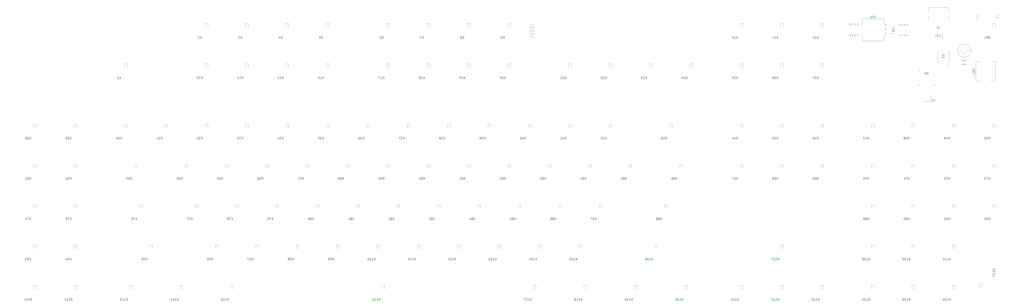
<source format=gbr>
%TF.GenerationSoftware,KiCad,Pcbnew,(6.0.0)*%
%TF.CreationDate,2022-04-30T21:46:17-04:00*%
%TF.ProjectId,SweetBusiness,53776565-7442-4757-9369-6e6573732e6b,rev?*%
%TF.SameCoordinates,Original*%
%TF.FileFunction,Legend,Bot*%
%TF.FilePolarity,Positive*%
%FSLAX46Y46*%
G04 Gerber Fmt 4.6, Leading zero omitted, Abs format (unit mm)*
G04 Created by KiCad (PCBNEW (6.0.0)) date 2022-04-30 21:46:17*
%MOMM*%
%LPD*%
G01*
G04 APERTURE LIST*
%ADD10C,0.120000*%
%ADD11C,0.150000*%
%ADD12C,0.040000*%
%ADD13C,0.127000*%
G04 APERTURE END LIST*
D10*
X509079500Y-141128750D02*
X507492000Y-141128750D01*
X510667000Y-142716250D02*
X509079500Y-141128750D01*
X512254500Y-141128750D02*
X510667000Y-142716250D01*
X513842000Y-141128750D02*
X512254500Y-141128750D01*
X513842000Y-141128750D02*
G75*
G03*
X513842000Y-141128750I-3175000J0D01*
G01*
D11*
%TO.C,U0*%
X493680654Y-151339880D02*
X493680654Y-152149404D01*
X493633035Y-152244642D01*
X493585416Y-152292261D01*
X493490178Y-152339880D01*
X493299702Y-152339880D01*
X493204464Y-152292261D01*
X493156845Y-152244642D01*
X493109226Y-152149404D01*
X493109226Y-151339880D01*
X492442559Y-151339880D02*
X492347321Y-151339880D01*
X492252083Y-151387500D01*
X492204464Y-151435119D01*
X492156845Y-151530357D01*
X492109226Y-151720833D01*
X492109226Y-151958928D01*
X492156845Y-152149404D01*
X492204464Y-152244642D01*
X492252083Y-152292261D01*
X492347321Y-152339880D01*
X492442559Y-152339880D01*
X492537797Y-152292261D01*
X492585416Y-152244642D01*
X492633035Y-152149404D01*
X492680654Y-151958928D01*
X492680654Y-151720833D01*
X492633035Y-151530357D01*
X492585416Y-151435119D01*
X492537797Y-151387500D01*
X492442559Y-151339880D01*
%TO.C,TX1*%
X514652380Y-149637904D02*
X514652380Y-150209333D01*
X515652380Y-149923619D02*
X514652380Y-149923619D01*
X514652380Y-150447428D02*
X515652380Y-151114095D01*
X514652380Y-151114095D02*
X515652380Y-150447428D01*
X515652380Y-152018857D02*
X515652380Y-151447428D01*
X515652380Y-151733142D02*
X514652380Y-151733142D01*
X514795238Y-151637904D01*
X514890476Y-151542666D01*
X514938095Y-151447428D01*
%TO.C,K70*%
X465558035Y-202064680D02*
X465558035Y-201064680D01*
X464986607Y-202064680D02*
X465415178Y-201493252D01*
X464986607Y-201064680D02*
X465558035Y-201636109D01*
X464653273Y-201064680D02*
X463986607Y-201064680D01*
X464415178Y-202064680D01*
X463415178Y-201064680D02*
X463319940Y-201064680D01*
X463224702Y-201112300D01*
X463177083Y-201159919D01*
X463129464Y-201255157D01*
X463081845Y-201445633D01*
X463081845Y-201683728D01*
X463129464Y-201874204D01*
X463177083Y-201969442D01*
X463224702Y-202017061D01*
X463319940Y-202064680D01*
X463415178Y-202064680D01*
X463510416Y-202017061D01*
X463558035Y-201969442D01*
X463605654Y-201874204D01*
X463653273Y-201683728D01*
X463653273Y-201445633D01*
X463605654Y-201255157D01*
X463558035Y-201159919D01*
X463510416Y-201112300D01*
X463415178Y-201064680D01*
%TO.C,K42*%
X341733035Y-183014680D02*
X341733035Y-182014680D01*
X341161607Y-183014680D02*
X341590178Y-182443252D01*
X341161607Y-182014680D02*
X341733035Y-182586109D01*
X340304464Y-182348014D02*
X340304464Y-183014680D01*
X340542559Y-181967061D02*
X340780654Y-182681347D01*
X340161607Y-182681347D01*
X339828273Y-182109919D02*
X339780654Y-182062300D01*
X339685416Y-182014680D01*
X339447321Y-182014680D01*
X339352083Y-182062300D01*
X339304464Y-182109919D01*
X339256845Y-182205157D01*
X339256845Y-182300395D01*
X339304464Y-182443252D01*
X339875892Y-183014680D01*
X339256845Y-183014680D01*
%TO.C,K44*%
X403645535Y-183014680D02*
X403645535Y-182014680D01*
X403074107Y-183014680D02*
X403502678Y-182443252D01*
X403074107Y-182014680D02*
X403645535Y-182586109D01*
X402216964Y-182348014D02*
X402216964Y-183014680D01*
X402455059Y-181967061D02*
X402693154Y-182681347D01*
X402074107Y-182681347D01*
X401264583Y-182348014D02*
X401264583Y-183014680D01*
X401502678Y-181967061D02*
X401740773Y-182681347D01*
X401121726Y-182681347D01*
%TO.C,K8*%
X274581845Y-135389680D02*
X274581845Y-134389680D01*
X274010416Y-135389680D02*
X274438988Y-134818252D01*
X274010416Y-134389680D02*
X274581845Y-134961109D01*
X273438988Y-134818252D02*
X273534226Y-134770633D01*
X273581845Y-134723014D01*
X273629464Y-134627776D01*
X273629464Y-134580157D01*
X273581845Y-134484919D01*
X273534226Y-134437300D01*
X273438988Y-134389680D01*
X273248511Y-134389680D01*
X273153273Y-134437300D01*
X273105654Y-134484919D01*
X273058035Y-134580157D01*
X273058035Y-134627776D01*
X273105654Y-134723014D01*
X273153273Y-134770633D01*
X273248511Y-134818252D01*
X273438988Y-134818252D01*
X273534226Y-134865871D01*
X273581845Y-134913490D01*
X273629464Y-135008728D01*
X273629464Y-135199204D01*
X273581845Y-135294442D01*
X273534226Y-135342061D01*
X273438988Y-135389680D01*
X273248511Y-135389680D01*
X273153273Y-135342061D01*
X273105654Y-135294442D01*
X273058035Y-135199204D01*
X273058035Y-135008728D01*
X273105654Y-134913490D01*
X273153273Y-134865871D01*
X273248511Y-134818252D01*
%TO.C,K125*%
X485084226Y-259214680D02*
X485084226Y-258214680D01*
X484512797Y-259214680D02*
X484941369Y-258643252D01*
X484512797Y-258214680D02*
X485084226Y-258786109D01*
X483560416Y-259214680D02*
X484131845Y-259214680D01*
X483846130Y-259214680D02*
X483846130Y-258214680D01*
X483941369Y-258357538D01*
X484036607Y-258452776D01*
X484131845Y-258500395D01*
X483179464Y-258309919D02*
X483131845Y-258262300D01*
X483036607Y-258214680D01*
X482798511Y-258214680D01*
X482703273Y-258262300D01*
X482655654Y-258309919D01*
X482608035Y-258405157D01*
X482608035Y-258500395D01*
X482655654Y-258643252D01*
X483227083Y-259214680D01*
X482608035Y-259214680D01*
X481703273Y-258214680D02*
X482179464Y-258214680D01*
X482227083Y-258690871D01*
X482179464Y-258643252D01*
X482084226Y-258595633D01*
X481846130Y-258595633D01*
X481750892Y-258643252D01*
X481703273Y-258690871D01*
X481655654Y-258786109D01*
X481655654Y-259024204D01*
X481703273Y-259119442D01*
X481750892Y-259167061D01*
X481846130Y-259214680D01*
X482084226Y-259214680D01*
X482179464Y-259167061D01*
X482227083Y-259119442D01*
%TO.C,K110*%
X504134226Y-240164680D02*
X504134226Y-239164680D01*
X503562797Y-240164680D02*
X503991369Y-239593252D01*
X503562797Y-239164680D02*
X504134226Y-239736109D01*
X502610416Y-240164680D02*
X503181845Y-240164680D01*
X502896130Y-240164680D02*
X502896130Y-239164680D01*
X502991369Y-239307538D01*
X503086607Y-239402776D01*
X503181845Y-239450395D01*
X501658035Y-240164680D02*
X502229464Y-240164680D01*
X501943750Y-240164680D02*
X501943750Y-239164680D01*
X502038988Y-239307538D01*
X502134226Y-239402776D01*
X502229464Y-239450395D01*
X501038988Y-239164680D02*
X500943750Y-239164680D01*
X500848511Y-239212300D01*
X500800892Y-239259919D01*
X500753273Y-239355157D01*
X500705654Y-239545633D01*
X500705654Y-239783728D01*
X500753273Y-239974204D01*
X500800892Y-240069442D01*
X500848511Y-240117061D01*
X500943750Y-240164680D01*
X501038988Y-240164680D01*
X501134226Y-240117061D01*
X501181845Y-240069442D01*
X501229464Y-239974204D01*
X501277083Y-239783728D01*
X501277083Y-239545633D01*
X501229464Y-239355157D01*
X501181845Y-239259919D01*
X501134226Y-239212300D01*
X501038988Y-239164680D01*
%TO.C,K84*%
X279820535Y-221114680D02*
X279820535Y-220114680D01*
X279249107Y-221114680D02*
X279677678Y-220543252D01*
X279249107Y-220114680D02*
X279820535Y-220686109D01*
X278677678Y-220543252D02*
X278772916Y-220495633D01*
X278820535Y-220448014D01*
X278868154Y-220352776D01*
X278868154Y-220305157D01*
X278820535Y-220209919D01*
X278772916Y-220162300D01*
X278677678Y-220114680D01*
X278487202Y-220114680D01*
X278391964Y-220162300D01*
X278344345Y-220209919D01*
X278296726Y-220305157D01*
X278296726Y-220352776D01*
X278344345Y-220448014D01*
X278391964Y-220495633D01*
X278487202Y-220543252D01*
X278677678Y-220543252D01*
X278772916Y-220590871D01*
X278820535Y-220638490D01*
X278868154Y-220733728D01*
X278868154Y-220924204D01*
X278820535Y-221019442D01*
X278772916Y-221067061D01*
X278677678Y-221114680D01*
X278487202Y-221114680D01*
X278391964Y-221067061D01*
X278344345Y-221019442D01*
X278296726Y-220924204D01*
X278296726Y-220733728D01*
X278344345Y-220638490D01*
X278391964Y-220590871D01*
X278487202Y-220543252D01*
X277439583Y-220448014D02*
X277439583Y-221114680D01*
X277677678Y-220067061D02*
X277915773Y-220781347D01*
X277296726Y-220781347D01*
%TO.C,K79*%
X184570535Y-221114680D02*
X184570535Y-220114680D01*
X183999107Y-221114680D02*
X184427678Y-220543252D01*
X183999107Y-220114680D02*
X184570535Y-220686109D01*
X183665773Y-220114680D02*
X182999107Y-220114680D01*
X183427678Y-221114680D01*
X182570535Y-221114680D02*
X182380059Y-221114680D01*
X182284821Y-221067061D01*
X182237202Y-221019442D01*
X182141964Y-220876585D01*
X182094345Y-220686109D01*
X182094345Y-220305157D01*
X182141964Y-220209919D01*
X182189583Y-220162300D01*
X182284821Y-220114680D01*
X182475297Y-220114680D01*
X182570535Y-220162300D01*
X182618154Y-220209919D01*
X182665773Y-220305157D01*
X182665773Y-220543252D01*
X182618154Y-220638490D01*
X182570535Y-220686109D01*
X182475297Y-220733728D01*
X182284821Y-220733728D01*
X182189583Y-220686109D01*
X182141964Y-220638490D01*
X182094345Y-220543252D01*
%TO.C,K38*%
X265533035Y-183014680D02*
X265533035Y-182014680D01*
X264961607Y-183014680D02*
X265390178Y-182443252D01*
X264961607Y-182014680D02*
X265533035Y-182586109D01*
X264628273Y-182014680D02*
X264009226Y-182014680D01*
X264342559Y-182395633D01*
X264199702Y-182395633D01*
X264104464Y-182443252D01*
X264056845Y-182490871D01*
X264009226Y-182586109D01*
X264009226Y-182824204D01*
X264056845Y-182919442D01*
X264104464Y-182967061D01*
X264199702Y-183014680D01*
X264485416Y-183014680D01*
X264580654Y-182967061D01*
X264628273Y-182919442D01*
X263437797Y-182443252D02*
X263533035Y-182395633D01*
X263580654Y-182348014D01*
X263628273Y-182252776D01*
X263628273Y-182205157D01*
X263580654Y-182109919D01*
X263533035Y-182062300D01*
X263437797Y-182014680D01*
X263247321Y-182014680D01*
X263152083Y-182062300D01*
X263104464Y-182109919D01*
X263056845Y-182205157D01*
X263056845Y-182252776D01*
X263104464Y-182348014D01*
X263152083Y-182395633D01*
X263247321Y-182443252D01*
X263437797Y-182443252D01*
X263533035Y-182490871D01*
X263580654Y-182538490D01*
X263628273Y-182633728D01*
X263628273Y-182824204D01*
X263580654Y-182919442D01*
X263533035Y-182967061D01*
X263437797Y-183014680D01*
X263247321Y-183014680D01*
X263152083Y-182967061D01*
X263104464Y-182919442D01*
X263056845Y-182824204D01*
X263056845Y-182633728D01*
X263104464Y-182538490D01*
X263152083Y-182490871D01*
X263247321Y-182443252D01*
%TO.C,K37*%
X246483035Y-183014680D02*
X246483035Y-182014680D01*
X245911607Y-183014680D02*
X246340178Y-182443252D01*
X245911607Y-182014680D02*
X246483035Y-182586109D01*
X245578273Y-182014680D02*
X244959226Y-182014680D01*
X245292559Y-182395633D01*
X245149702Y-182395633D01*
X245054464Y-182443252D01*
X245006845Y-182490871D01*
X244959226Y-182586109D01*
X244959226Y-182824204D01*
X245006845Y-182919442D01*
X245054464Y-182967061D01*
X245149702Y-183014680D01*
X245435416Y-183014680D01*
X245530654Y-182967061D01*
X245578273Y-182919442D01*
X244625892Y-182014680D02*
X243959226Y-182014680D01*
X244387797Y-183014680D01*
%TO.C,K29*%
X89320535Y-183014680D02*
X89320535Y-182014680D01*
X88749107Y-183014680D02*
X89177678Y-182443252D01*
X88749107Y-182014680D02*
X89320535Y-182586109D01*
X88368154Y-182109919D02*
X88320535Y-182062300D01*
X88225297Y-182014680D01*
X87987202Y-182014680D01*
X87891964Y-182062300D01*
X87844345Y-182109919D01*
X87796726Y-182205157D01*
X87796726Y-182300395D01*
X87844345Y-182443252D01*
X88415773Y-183014680D01*
X87796726Y-183014680D01*
X87320535Y-183014680D02*
X87130059Y-183014680D01*
X87034821Y-182967061D01*
X86987202Y-182919442D01*
X86891964Y-182776585D01*
X86844345Y-182586109D01*
X86844345Y-182205157D01*
X86891964Y-182109919D01*
X86939583Y-182062300D01*
X87034821Y-182014680D01*
X87225297Y-182014680D01*
X87320535Y-182062300D01*
X87368154Y-182109919D01*
X87415773Y-182205157D01*
X87415773Y-182443252D01*
X87368154Y-182538490D01*
X87320535Y-182586109D01*
X87225297Y-182633728D01*
X87034821Y-182633728D01*
X86939583Y-182586109D01*
X86891964Y-182538490D01*
X86844345Y-182443252D01*
%TO.C,K49*%
X503658035Y-183014680D02*
X503658035Y-182014680D01*
X503086607Y-183014680D02*
X503515178Y-182443252D01*
X503086607Y-182014680D02*
X503658035Y-182586109D01*
X502229464Y-182348014D02*
X502229464Y-183014680D01*
X502467559Y-181967061D02*
X502705654Y-182681347D01*
X502086607Y-182681347D01*
X501658035Y-183014680D02*
X501467559Y-183014680D01*
X501372321Y-182967061D01*
X501324702Y-182919442D01*
X501229464Y-182776585D01*
X501181845Y-182586109D01*
X501181845Y-182205157D01*
X501229464Y-182109919D01*
X501277083Y-182062300D01*
X501372321Y-182014680D01*
X501562797Y-182014680D01*
X501658035Y-182062300D01*
X501705654Y-182109919D01*
X501753273Y-182205157D01*
X501753273Y-182443252D01*
X501705654Y-182538490D01*
X501658035Y-182586109D01*
X501562797Y-182633728D01*
X501372321Y-182633728D01*
X501277083Y-182586109D01*
X501229464Y-182538490D01*
X501181845Y-182443252D01*
%TO.C,K82*%
X241720535Y-221114680D02*
X241720535Y-220114680D01*
X241149107Y-221114680D02*
X241577678Y-220543252D01*
X241149107Y-220114680D02*
X241720535Y-220686109D01*
X240577678Y-220543252D02*
X240672916Y-220495633D01*
X240720535Y-220448014D01*
X240768154Y-220352776D01*
X240768154Y-220305157D01*
X240720535Y-220209919D01*
X240672916Y-220162300D01*
X240577678Y-220114680D01*
X240387202Y-220114680D01*
X240291964Y-220162300D01*
X240244345Y-220209919D01*
X240196726Y-220305157D01*
X240196726Y-220352776D01*
X240244345Y-220448014D01*
X240291964Y-220495633D01*
X240387202Y-220543252D01*
X240577678Y-220543252D01*
X240672916Y-220590871D01*
X240720535Y-220638490D01*
X240768154Y-220733728D01*
X240768154Y-220924204D01*
X240720535Y-221019442D01*
X240672916Y-221067061D01*
X240577678Y-221114680D01*
X240387202Y-221114680D01*
X240291964Y-221067061D01*
X240244345Y-221019442D01*
X240196726Y-220924204D01*
X240196726Y-220733728D01*
X240244345Y-220638490D01*
X240291964Y-220590871D01*
X240387202Y-220543252D01*
X239815773Y-220209919D02*
X239768154Y-220162300D01*
X239672916Y-220114680D01*
X239434821Y-220114680D01*
X239339583Y-220162300D01*
X239291964Y-220209919D01*
X239244345Y-220305157D01*
X239244345Y-220400395D01*
X239291964Y-220543252D01*
X239863392Y-221114680D01*
X239244345Y-221114680D01*
%TO.C,K3*%
X169806845Y-135389680D02*
X169806845Y-134389680D01*
X169235416Y-135389680D02*
X169663988Y-134818252D01*
X169235416Y-134389680D02*
X169806845Y-134961109D01*
X168902083Y-134389680D02*
X168283035Y-134389680D01*
X168616369Y-134770633D01*
X168473511Y-134770633D01*
X168378273Y-134818252D01*
X168330654Y-134865871D01*
X168283035Y-134961109D01*
X168283035Y-135199204D01*
X168330654Y-135294442D01*
X168378273Y-135342061D01*
X168473511Y-135389680D01*
X168759226Y-135389680D01*
X168854464Y-135342061D01*
X168902083Y-135294442D01*
%TO.C,K39*%
X284583035Y-183014680D02*
X284583035Y-182014680D01*
X284011607Y-183014680D02*
X284440178Y-182443252D01*
X284011607Y-182014680D02*
X284583035Y-182586109D01*
X283678273Y-182014680D02*
X283059226Y-182014680D01*
X283392559Y-182395633D01*
X283249702Y-182395633D01*
X283154464Y-182443252D01*
X283106845Y-182490871D01*
X283059226Y-182586109D01*
X283059226Y-182824204D01*
X283106845Y-182919442D01*
X283154464Y-182967061D01*
X283249702Y-183014680D01*
X283535416Y-183014680D01*
X283630654Y-182967061D01*
X283678273Y-182919442D01*
X282583035Y-183014680D02*
X282392559Y-183014680D01*
X282297321Y-182967061D01*
X282249702Y-182919442D01*
X282154464Y-182776585D01*
X282106845Y-182586109D01*
X282106845Y-182205157D01*
X282154464Y-182109919D01*
X282202083Y-182062300D01*
X282297321Y-182014680D01*
X282487797Y-182014680D01*
X282583035Y-182062300D01*
X282630654Y-182109919D01*
X282678273Y-182205157D01*
X282678273Y-182443252D01*
X282630654Y-182538490D01*
X282583035Y-182586109D01*
X282487797Y-182633728D01*
X282297321Y-182633728D01*
X282202083Y-182586109D01*
X282154464Y-182538490D01*
X282106845Y-182443252D01*
%TO.C,K123*%
X442221726Y-259214680D02*
X442221726Y-258214680D01*
X441650297Y-259214680D02*
X442078869Y-258643252D01*
X441650297Y-258214680D02*
X442221726Y-258786109D01*
X440697916Y-259214680D02*
X441269345Y-259214680D01*
X440983630Y-259214680D02*
X440983630Y-258214680D01*
X441078869Y-258357538D01*
X441174107Y-258452776D01*
X441269345Y-258500395D01*
X440316964Y-258309919D02*
X440269345Y-258262300D01*
X440174107Y-258214680D01*
X439936011Y-258214680D01*
X439840773Y-258262300D01*
X439793154Y-258309919D01*
X439745535Y-258405157D01*
X439745535Y-258500395D01*
X439793154Y-258643252D01*
X440364583Y-259214680D01*
X439745535Y-259214680D01*
X439412202Y-258214680D02*
X438793154Y-258214680D01*
X439126488Y-258595633D01*
X438983630Y-258595633D01*
X438888392Y-258643252D01*
X438840773Y-258690871D01*
X438793154Y-258786109D01*
X438793154Y-259024204D01*
X438840773Y-259119442D01*
X438888392Y-259167061D01*
X438983630Y-259214680D01*
X439269345Y-259214680D01*
X439364583Y-259167061D01*
X439412202Y-259119442D01*
%TO.C,K24*%
X379833035Y-154439680D02*
X379833035Y-153439680D01*
X379261607Y-154439680D02*
X379690178Y-153868252D01*
X379261607Y-153439680D02*
X379833035Y-154011109D01*
X378880654Y-153534919D02*
X378833035Y-153487300D01*
X378737797Y-153439680D01*
X378499702Y-153439680D01*
X378404464Y-153487300D01*
X378356845Y-153534919D01*
X378309226Y-153630157D01*
X378309226Y-153725395D01*
X378356845Y-153868252D01*
X378928273Y-154439680D01*
X378309226Y-154439680D01*
X377452083Y-153773014D02*
X377452083Y-154439680D01*
X377690178Y-153392061D02*
X377928273Y-154106347D01*
X377309226Y-154106347D01*
%TO.C,K17*%
X236958035Y-154439680D02*
X236958035Y-153439680D01*
X236386607Y-154439680D02*
X236815178Y-153868252D01*
X236386607Y-153439680D02*
X236958035Y-154011109D01*
X235434226Y-154439680D02*
X236005654Y-154439680D01*
X235719940Y-154439680D02*
X235719940Y-153439680D01*
X235815178Y-153582538D01*
X235910416Y-153677776D01*
X236005654Y-153725395D01*
X235100892Y-153439680D02*
X234434226Y-153439680D01*
X234862797Y-154439680D01*
%TO.C,K73*%
X522708035Y-202064680D02*
X522708035Y-201064680D01*
X522136607Y-202064680D02*
X522565178Y-201493252D01*
X522136607Y-201064680D02*
X522708035Y-201636109D01*
X521803273Y-201064680D02*
X521136607Y-201064680D01*
X521565178Y-202064680D01*
X520850892Y-201064680D02*
X520231845Y-201064680D01*
X520565178Y-201445633D01*
X520422321Y-201445633D01*
X520327083Y-201493252D01*
X520279464Y-201540871D01*
X520231845Y-201636109D01*
X520231845Y-201874204D01*
X520279464Y-201969442D01*
X520327083Y-202017061D01*
X520422321Y-202064680D01*
X520708035Y-202064680D01*
X520803273Y-202017061D01*
X520850892Y-201969442D01*
%TO.C,K35*%
X208383035Y-183014680D02*
X208383035Y-182014680D01*
X207811607Y-183014680D02*
X208240178Y-182443252D01*
X207811607Y-182014680D02*
X208383035Y-182586109D01*
X207478273Y-182014680D02*
X206859226Y-182014680D01*
X207192559Y-182395633D01*
X207049702Y-182395633D01*
X206954464Y-182443252D01*
X206906845Y-182490871D01*
X206859226Y-182586109D01*
X206859226Y-182824204D01*
X206906845Y-182919442D01*
X206954464Y-182967061D01*
X207049702Y-183014680D01*
X207335416Y-183014680D01*
X207430654Y-182967061D01*
X207478273Y-182919442D01*
X205954464Y-182014680D02*
X206430654Y-182014680D01*
X206478273Y-182490871D01*
X206430654Y-182443252D01*
X206335416Y-182395633D01*
X206097321Y-182395633D01*
X206002083Y-182443252D01*
X205954464Y-182490871D01*
X205906845Y-182586109D01*
X205906845Y-182824204D01*
X205954464Y-182919442D01*
X206002083Y-182967061D01*
X206097321Y-183014680D01*
X206335416Y-183014680D01*
X206430654Y-182967061D01*
X206478273Y-182919442D01*
%TO.C,K92*%
X522708035Y-221114680D02*
X522708035Y-220114680D01*
X522136607Y-221114680D02*
X522565178Y-220543252D01*
X522136607Y-220114680D02*
X522708035Y-220686109D01*
X521660416Y-221114680D02*
X521469940Y-221114680D01*
X521374702Y-221067061D01*
X521327083Y-221019442D01*
X521231845Y-220876585D01*
X521184226Y-220686109D01*
X521184226Y-220305157D01*
X521231845Y-220209919D01*
X521279464Y-220162300D01*
X521374702Y-220114680D01*
X521565178Y-220114680D01*
X521660416Y-220162300D01*
X521708035Y-220209919D01*
X521755654Y-220305157D01*
X521755654Y-220543252D01*
X521708035Y-220638490D01*
X521660416Y-220686109D01*
X521565178Y-220733728D01*
X521374702Y-220733728D01*
X521279464Y-220686109D01*
X521231845Y-220638490D01*
X521184226Y-220543252D01*
X520803273Y-220209919D02*
X520755654Y-220162300D01*
X520660416Y-220114680D01*
X520422321Y-220114680D01*
X520327083Y-220162300D01*
X520279464Y-220209919D01*
X520231845Y-220305157D01*
X520231845Y-220400395D01*
X520279464Y-220543252D01*
X520850892Y-221114680D01*
X520231845Y-221114680D01*
%TO.C,K61*%
X275058035Y-202064680D02*
X275058035Y-201064680D01*
X274486607Y-202064680D02*
X274915178Y-201493252D01*
X274486607Y-201064680D02*
X275058035Y-201636109D01*
X273629464Y-201064680D02*
X273819940Y-201064680D01*
X273915178Y-201112300D01*
X273962797Y-201159919D01*
X274058035Y-201302776D01*
X274105654Y-201493252D01*
X274105654Y-201874204D01*
X274058035Y-201969442D01*
X274010416Y-202017061D01*
X273915178Y-202064680D01*
X273724702Y-202064680D01*
X273629464Y-202017061D01*
X273581845Y-201969442D01*
X273534226Y-201874204D01*
X273534226Y-201636109D01*
X273581845Y-201540871D01*
X273629464Y-201493252D01*
X273724702Y-201445633D01*
X273915178Y-201445633D01*
X274010416Y-201493252D01*
X274058035Y-201540871D01*
X274105654Y-201636109D01*
X272581845Y-202064680D02*
X273153273Y-202064680D01*
X272867559Y-202064680D02*
X272867559Y-201064680D01*
X272962797Y-201207538D01*
X273058035Y-201302776D01*
X273153273Y-201350395D01*
%TO.C,K30*%
X113133035Y-183014680D02*
X113133035Y-182014680D01*
X112561607Y-183014680D02*
X112990178Y-182443252D01*
X112561607Y-182014680D02*
X113133035Y-182586109D01*
X112228273Y-182014680D02*
X111609226Y-182014680D01*
X111942559Y-182395633D01*
X111799702Y-182395633D01*
X111704464Y-182443252D01*
X111656845Y-182490871D01*
X111609226Y-182586109D01*
X111609226Y-182824204D01*
X111656845Y-182919442D01*
X111704464Y-182967061D01*
X111799702Y-183014680D01*
X112085416Y-183014680D01*
X112180654Y-182967061D01*
X112228273Y-182919442D01*
X110990178Y-182014680D02*
X110894940Y-182014680D01*
X110799702Y-182062300D01*
X110752083Y-182109919D01*
X110704464Y-182205157D01*
X110656845Y-182395633D01*
X110656845Y-182633728D01*
X110704464Y-182824204D01*
X110752083Y-182919442D01*
X110799702Y-182967061D01*
X110894940Y-183014680D01*
X110990178Y-183014680D01*
X111085416Y-182967061D01*
X111133035Y-182919442D01*
X111180654Y-182824204D01*
X111228273Y-182633728D01*
X111228273Y-182395633D01*
X111180654Y-182205157D01*
X111133035Y-182109919D01*
X111085416Y-182062300D01*
X110990178Y-182014680D01*
%TO.C,K83*%
X260770535Y-221114680D02*
X260770535Y-220114680D01*
X260199107Y-221114680D02*
X260627678Y-220543252D01*
X260199107Y-220114680D02*
X260770535Y-220686109D01*
X259627678Y-220543252D02*
X259722916Y-220495633D01*
X259770535Y-220448014D01*
X259818154Y-220352776D01*
X259818154Y-220305157D01*
X259770535Y-220209919D01*
X259722916Y-220162300D01*
X259627678Y-220114680D01*
X259437202Y-220114680D01*
X259341964Y-220162300D01*
X259294345Y-220209919D01*
X259246726Y-220305157D01*
X259246726Y-220352776D01*
X259294345Y-220448014D01*
X259341964Y-220495633D01*
X259437202Y-220543252D01*
X259627678Y-220543252D01*
X259722916Y-220590871D01*
X259770535Y-220638490D01*
X259818154Y-220733728D01*
X259818154Y-220924204D01*
X259770535Y-221019442D01*
X259722916Y-221067061D01*
X259627678Y-221114680D01*
X259437202Y-221114680D01*
X259341964Y-221067061D01*
X259294345Y-221019442D01*
X259246726Y-220924204D01*
X259246726Y-220733728D01*
X259294345Y-220638490D01*
X259341964Y-220590871D01*
X259437202Y-220543252D01*
X258913392Y-220114680D02*
X258294345Y-220114680D01*
X258627678Y-220495633D01*
X258484821Y-220495633D01*
X258389583Y-220543252D01*
X258341964Y-220590871D01*
X258294345Y-220686109D01*
X258294345Y-220924204D01*
X258341964Y-221019442D01*
X258389583Y-221067061D01*
X258484821Y-221114680D01*
X258770535Y-221114680D01*
X258865773Y-221067061D01*
X258913392Y-221019442D01*
%TO.C,K81*%
X222670535Y-221114680D02*
X222670535Y-220114680D01*
X222099107Y-221114680D02*
X222527678Y-220543252D01*
X222099107Y-220114680D02*
X222670535Y-220686109D01*
X221527678Y-220543252D02*
X221622916Y-220495633D01*
X221670535Y-220448014D01*
X221718154Y-220352776D01*
X221718154Y-220305157D01*
X221670535Y-220209919D01*
X221622916Y-220162300D01*
X221527678Y-220114680D01*
X221337202Y-220114680D01*
X221241964Y-220162300D01*
X221194345Y-220209919D01*
X221146726Y-220305157D01*
X221146726Y-220352776D01*
X221194345Y-220448014D01*
X221241964Y-220495633D01*
X221337202Y-220543252D01*
X221527678Y-220543252D01*
X221622916Y-220590871D01*
X221670535Y-220638490D01*
X221718154Y-220733728D01*
X221718154Y-220924204D01*
X221670535Y-221019442D01*
X221622916Y-221067061D01*
X221527678Y-221114680D01*
X221337202Y-221114680D01*
X221241964Y-221067061D01*
X221194345Y-221019442D01*
X221146726Y-220924204D01*
X221146726Y-220733728D01*
X221194345Y-220638490D01*
X221241964Y-220590871D01*
X221337202Y-220543252D01*
X220194345Y-221114680D02*
X220765773Y-221114680D01*
X220480059Y-221114680D02*
X220480059Y-220114680D01*
X220575297Y-220257538D01*
X220670535Y-220352776D01*
X220765773Y-220400395D01*
%TO.C,K90*%
X484608035Y-221114680D02*
X484608035Y-220114680D01*
X484036607Y-221114680D02*
X484465178Y-220543252D01*
X484036607Y-220114680D02*
X484608035Y-220686109D01*
X483560416Y-221114680D02*
X483369940Y-221114680D01*
X483274702Y-221067061D01*
X483227083Y-221019442D01*
X483131845Y-220876585D01*
X483084226Y-220686109D01*
X483084226Y-220305157D01*
X483131845Y-220209919D01*
X483179464Y-220162300D01*
X483274702Y-220114680D01*
X483465178Y-220114680D01*
X483560416Y-220162300D01*
X483608035Y-220209919D01*
X483655654Y-220305157D01*
X483655654Y-220543252D01*
X483608035Y-220638490D01*
X483560416Y-220686109D01*
X483465178Y-220733728D01*
X483274702Y-220733728D01*
X483179464Y-220686109D01*
X483131845Y-220638490D01*
X483084226Y-220543252D01*
X482465178Y-220114680D02*
X482369940Y-220114680D01*
X482274702Y-220162300D01*
X482227083Y-220209919D01*
X482179464Y-220305157D01*
X482131845Y-220495633D01*
X482131845Y-220733728D01*
X482179464Y-220924204D01*
X482227083Y-221019442D01*
X482274702Y-221067061D01*
X482369940Y-221114680D01*
X482465178Y-221114680D01*
X482560416Y-221067061D01*
X482608035Y-221019442D01*
X482655654Y-220924204D01*
X482703273Y-220733728D01*
X482703273Y-220495633D01*
X482655654Y-220305157D01*
X482608035Y-220209919D01*
X482560416Y-220162300D01*
X482465178Y-220114680D01*
%TO.C,K20*%
X294108035Y-154439680D02*
X294108035Y-153439680D01*
X293536607Y-154439680D02*
X293965178Y-153868252D01*
X293536607Y-153439680D02*
X294108035Y-154011109D01*
X293155654Y-153534919D02*
X293108035Y-153487300D01*
X293012797Y-153439680D01*
X292774702Y-153439680D01*
X292679464Y-153487300D01*
X292631845Y-153534919D01*
X292584226Y-153630157D01*
X292584226Y-153725395D01*
X292631845Y-153868252D01*
X293203273Y-154439680D01*
X292584226Y-154439680D01*
X291965178Y-153439680D02*
X291869940Y-153439680D01*
X291774702Y-153487300D01*
X291727083Y-153534919D01*
X291679464Y-153630157D01*
X291631845Y-153820633D01*
X291631845Y-154058728D01*
X291679464Y-154249204D01*
X291727083Y-154344442D01*
X291774702Y-154392061D01*
X291869940Y-154439680D01*
X291965178Y-154439680D01*
X292060416Y-154392061D01*
X292108035Y-154344442D01*
X292155654Y-154249204D01*
X292203273Y-154058728D01*
X292203273Y-153820633D01*
X292155654Y-153630157D01*
X292108035Y-153534919D01*
X292060416Y-153487300D01*
X291965178Y-153439680D01*
%TO.C,K59*%
X236958035Y-202064680D02*
X236958035Y-201064680D01*
X236386607Y-202064680D02*
X236815178Y-201493252D01*
X236386607Y-201064680D02*
X236958035Y-201636109D01*
X235481845Y-201064680D02*
X235958035Y-201064680D01*
X236005654Y-201540871D01*
X235958035Y-201493252D01*
X235862797Y-201445633D01*
X235624702Y-201445633D01*
X235529464Y-201493252D01*
X235481845Y-201540871D01*
X235434226Y-201636109D01*
X235434226Y-201874204D01*
X235481845Y-201969442D01*
X235529464Y-202017061D01*
X235624702Y-202064680D01*
X235862797Y-202064680D01*
X235958035Y-202017061D01*
X236005654Y-201969442D01*
X234958035Y-202064680D02*
X234767559Y-202064680D01*
X234672321Y-202017061D01*
X234624702Y-201969442D01*
X234529464Y-201826585D01*
X234481845Y-201636109D01*
X234481845Y-201255157D01*
X234529464Y-201159919D01*
X234577083Y-201112300D01*
X234672321Y-201064680D01*
X234862797Y-201064680D01*
X234958035Y-201112300D01*
X235005654Y-201159919D01*
X235053273Y-201255157D01*
X235053273Y-201493252D01*
X235005654Y-201588490D01*
X234958035Y-201636109D01*
X234862797Y-201683728D01*
X234672321Y-201683728D01*
X234577083Y-201636109D01*
X234529464Y-201588490D01*
X234481845Y-201493252D01*
%TO.C,K95*%
X125039285Y-240164680D02*
X125039285Y-239164680D01*
X124467857Y-240164680D02*
X124896428Y-239593252D01*
X124467857Y-239164680D02*
X125039285Y-239736109D01*
X123991666Y-240164680D02*
X123801190Y-240164680D01*
X123705952Y-240117061D01*
X123658333Y-240069442D01*
X123563095Y-239926585D01*
X123515476Y-239736109D01*
X123515476Y-239355157D01*
X123563095Y-239259919D01*
X123610714Y-239212300D01*
X123705952Y-239164680D01*
X123896428Y-239164680D01*
X123991666Y-239212300D01*
X124039285Y-239259919D01*
X124086904Y-239355157D01*
X124086904Y-239593252D01*
X124039285Y-239688490D01*
X123991666Y-239736109D01*
X123896428Y-239783728D01*
X123705952Y-239783728D01*
X123610714Y-239736109D01*
X123563095Y-239688490D01*
X123515476Y-239593252D01*
X122610714Y-239164680D02*
X123086904Y-239164680D01*
X123134523Y-239640871D01*
X123086904Y-239593252D01*
X122991666Y-239545633D01*
X122753571Y-239545633D01*
X122658333Y-239593252D01*
X122610714Y-239640871D01*
X122563095Y-239736109D01*
X122563095Y-239974204D01*
X122610714Y-240069442D01*
X122658333Y-240117061D01*
X122753571Y-240164680D01*
X122991666Y-240164680D01*
X123086904Y-240117061D01*
X123134523Y-240069442D01*
%TO.C,K111*%
X70746726Y-259214680D02*
X70746726Y-258214680D01*
X70175297Y-259214680D02*
X70603869Y-258643252D01*
X70175297Y-258214680D02*
X70746726Y-258786109D01*
X69222916Y-259214680D02*
X69794345Y-259214680D01*
X69508630Y-259214680D02*
X69508630Y-258214680D01*
X69603869Y-258357538D01*
X69699107Y-258452776D01*
X69794345Y-258500395D01*
X68270535Y-259214680D02*
X68841964Y-259214680D01*
X68556250Y-259214680D02*
X68556250Y-258214680D01*
X68651488Y-258357538D01*
X68746726Y-258452776D01*
X68841964Y-258500395D01*
X67318154Y-259214680D02*
X67889583Y-259214680D01*
X67603869Y-259214680D02*
X67603869Y-258214680D01*
X67699107Y-258357538D01*
X67794345Y-258452776D01*
X67889583Y-258500395D01*
%TO.C,K50*%
X522708035Y-183014680D02*
X522708035Y-182014680D01*
X522136607Y-183014680D02*
X522565178Y-182443252D01*
X522136607Y-182014680D02*
X522708035Y-182586109D01*
X521231845Y-182014680D02*
X521708035Y-182014680D01*
X521755654Y-182490871D01*
X521708035Y-182443252D01*
X521612797Y-182395633D01*
X521374702Y-182395633D01*
X521279464Y-182443252D01*
X521231845Y-182490871D01*
X521184226Y-182586109D01*
X521184226Y-182824204D01*
X521231845Y-182919442D01*
X521279464Y-182967061D01*
X521374702Y-183014680D01*
X521612797Y-183014680D01*
X521708035Y-182967061D01*
X521755654Y-182919442D01*
X520565178Y-182014680D02*
X520469940Y-182014680D01*
X520374702Y-182062300D01*
X520327083Y-182109919D01*
X520279464Y-182205157D01*
X520231845Y-182395633D01*
X520231845Y-182633728D01*
X520279464Y-182824204D01*
X520327083Y-182919442D01*
X520374702Y-182967061D01*
X520469940Y-183014680D01*
X520565178Y-183014680D01*
X520660416Y-182967061D01*
X520708035Y-182919442D01*
X520755654Y-182824204D01*
X520803273Y-182633728D01*
X520803273Y-182395633D01*
X520755654Y-182205157D01*
X520708035Y-182109919D01*
X520660416Y-182062300D01*
X520565178Y-182014680D01*
%TO.C,K104*%
X308871726Y-240164680D02*
X308871726Y-239164680D01*
X308300297Y-240164680D02*
X308728869Y-239593252D01*
X308300297Y-239164680D02*
X308871726Y-239736109D01*
X307347916Y-240164680D02*
X307919345Y-240164680D01*
X307633630Y-240164680D02*
X307633630Y-239164680D01*
X307728869Y-239307538D01*
X307824107Y-239402776D01*
X307919345Y-239450395D01*
X306728869Y-239164680D02*
X306633630Y-239164680D01*
X306538392Y-239212300D01*
X306490773Y-239259919D01*
X306443154Y-239355157D01*
X306395535Y-239545633D01*
X306395535Y-239783728D01*
X306443154Y-239974204D01*
X306490773Y-240069442D01*
X306538392Y-240117061D01*
X306633630Y-240164680D01*
X306728869Y-240164680D01*
X306824107Y-240117061D01*
X306871726Y-240069442D01*
X306919345Y-239974204D01*
X306966964Y-239783728D01*
X306966964Y-239545633D01*
X306919345Y-239355157D01*
X306871726Y-239259919D01*
X306824107Y-239212300D01*
X306728869Y-239164680D01*
X305538392Y-239498014D02*
X305538392Y-240164680D01*
X305776488Y-239117061D02*
X306014583Y-239831347D01*
X305395535Y-239831347D01*
%TO.C,K25*%
X403645535Y-154439680D02*
X403645535Y-153439680D01*
X403074107Y-154439680D02*
X403502678Y-153868252D01*
X403074107Y-153439680D02*
X403645535Y-154011109D01*
X402693154Y-153534919D02*
X402645535Y-153487300D01*
X402550297Y-153439680D01*
X402312202Y-153439680D01*
X402216964Y-153487300D01*
X402169345Y-153534919D01*
X402121726Y-153630157D01*
X402121726Y-153725395D01*
X402169345Y-153868252D01*
X402740773Y-154439680D01*
X402121726Y-154439680D01*
X401216964Y-153439680D02*
X401693154Y-153439680D01*
X401740773Y-153915871D01*
X401693154Y-153868252D01*
X401597916Y-153820633D01*
X401359821Y-153820633D01*
X401264583Y-153868252D01*
X401216964Y-153915871D01*
X401169345Y-154011109D01*
X401169345Y-154249204D01*
X401216964Y-154344442D01*
X401264583Y-154392061D01*
X401359821Y-154439680D01*
X401597916Y-154439680D01*
X401693154Y-154392061D01*
X401740773Y-154344442D01*
%TO.C,K52*%
X89320535Y-202064680D02*
X89320535Y-201064680D01*
X88749107Y-202064680D02*
X89177678Y-201493252D01*
X88749107Y-201064680D02*
X89320535Y-201636109D01*
X87844345Y-201064680D02*
X88320535Y-201064680D01*
X88368154Y-201540871D01*
X88320535Y-201493252D01*
X88225297Y-201445633D01*
X87987202Y-201445633D01*
X87891964Y-201493252D01*
X87844345Y-201540871D01*
X87796726Y-201636109D01*
X87796726Y-201874204D01*
X87844345Y-201969442D01*
X87891964Y-202017061D01*
X87987202Y-202064680D01*
X88225297Y-202064680D01*
X88320535Y-202017061D01*
X88368154Y-201969442D01*
X87415773Y-201159919D02*
X87368154Y-201112300D01*
X87272916Y-201064680D01*
X87034821Y-201064680D01*
X86939583Y-201112300D01*
X86891964Y-201159919D01*
X86844345Y-201255157D01*
X86844345Y-201350395D01*
X86891964Y-201493252D01*
X87463392Y-202064680D01*
X86844345Y-202064680D01*
%TO.C,K2*%
X150756845Y-135389680D02*
X150756845Y-134389680D01*
X150185416Y-135389680D02*
X150613988Y-134818252D01*
X150185416Y-134389680D02*
X150756845Y-134961109D01*
X149804464Y-134484919D02*
X149756845Y-134437300D01*
X149661607Y-134389680D01*
X149423511Y-134389680D01*
X149328273Y-134437300D01*
X149280654Y-134484919D01*
X149233035Y-134580157D01*
X149233035Y-134675395D01*
X149280654Y-134818252D01*
X149852083Y-135389680D01*
X149233035Y-135389680D01*
%TO.C,K100*%
X232671726Y-240164680D02*
X232671726Y-239164680D01*
X232100297Y-240164680D02*
X232528869Y-239593252D01*
X232100297Y-239164680D02*
X232671726Y-239736109D01*
X231147916Y-240164680D02*
X231719345Y-240164680D01*
X231433630Y-240164680D02*
X231433630Y-239164680D01*
X231528869Y-239307538D01*
X231624107Y-239402776D01*
X231719345Y-239450395D01*
X230528869Y-239164680D02*
X230433630Y-239164680D01*
X230338392Y-239212300D01*
X230290773Y-239259919D01*
X230243154Y-239355157D01*
X230195535Y-239545633D01*
X230195535Y-239783728D01*
X230243154Y-239974204D01*
X230290773Y-240069442D01*
X230338392Y-240117061D01*
X230433630Y-240164680D01*
X230528869Y-240164680D01*
X230624107Y-240117061D01*
X230671726Y-240069442D01*
X230719345Y-239974204D01*
X230766964Y-239783728D01*
X230766964Y-239545633D01*
X230719345Y-239355157D01*
X230671726Y-239259919D01*
X230624107Y-239212300D01*
X230528869Y-239164680D01*
X229576488Y-239164680D02*
X229481250Y-239164680D01*
X229386011Y-239212300D01*
X229338392Y-239259919D01*
X229290773Y-239355157D01*
X229243154Y-239545633D01*
X229243154Y-239783728D01*
X229290773Y-239974204D01*
X229338392Y-240069442D01*
X229386011Y-240117061D01*
X229481250Y-240164680D01*
X229576488Y-240164680D01*
X229671726Y-240117061D01*
X229719345Y-240069442D01*
X229766964Y-239974204D01*
X229814583Y-239783728D01*
X229814583Y-239545633D01*
X229766964Y-239355157D01*
X229719345Y-239259919D01*
X229671726Y-239212300D01*
X229576488Y-239164680D01*
%TO.C,K89*%
X465558035Y-221114680D02*
X465558035Y-220114680D01*
X464986607Y-221114680D02*
X465415178Y-220543252D01*
X464986607Y-220114680D02*
X465558035Y-220686109D01*
X464415178Y-220543252D02*
X464510416Y-220495633D01*
X464558035Y-220448014D01*
X464605654Y-220352776D01*
X464605654Y-220305157D01*
X464558035Y-220209919D01*
X464510416Y-220162300D01*
X464415178Y-220114680D01*
X464224702Y-220114680D01*
X464129464Y-220162300D01*
X464081845Y-220209919D01*
X464034226Y-220305157D01*
X464034226Y-220352776D01*
X464081845Y-220448014D01*
X464129464Y-220495633D01*
X464224702Y-220543252D01*
X464415178Y-220543252D01*
X464510416Y-220590871D01*
X464558035Y-220638490D01*
X464605654Y-220733728D01*
X464605654Y-220924204D01*
X464558035Y-221019442D01*
X464510416Y-221067061D01*
X464415178Y-221114680D01*
X464224702Y-221114680D01*
X464129464Y-221067061D01*
X464081845Y-221019442D01*
X464034226Y-220924204D01*
X464034226Y-220733728D01*
X464081845Y-220638490D01*
X464129464Y-220590871D01*
X464224702Y-220543252D01*
X463558035Y-221114680D02*
X463367559Y-221114680D01*
X463272321Y-221067061D01*
X463224702Y-221019442D01*
X463129464Y-220876585D01*
X463081845Y-220686109D01*
X463081845Y-220305157D01*
X463129464Y-220209919D01*
X463177083Y-220162300D01*
X463272321Y-220114680D01*
X463462797Y-220114680D01*
X463558035Y-220162300D01*
X463605654Y-220209919D01*
X463653273Y-220305157D01*
X463653273Y-220543252D01*
X463605654Y-220638490D01*
X463558035Y-220686109D01*
X463462797Y-220733728D01*
X463272321Y-220733728D01*
X463177083Y-220686109D01*
X463129464Y-220638490D01*
X463081845Y-220543252D01*
%TO.C,K88*%
X367926785Y-221114680D02*
X367926785Y-220114680D01*
X367355357Y-221114680D02*
X367783928Y-220543252D01*
X367355357Y-220114680D02*
X367926785Y-220686109D01*
X366783928Y-220543252D02*
X366879166Y-220495633D01*
X366926785Y-220448014D01*
X366974404Y-220352776D01*
X366974404Y-220305157D01*
X366926785Y-220209919D01*
X366879166Y-220162300D01*
X366783928Y-220114680D01*
X366593452Y-220114680D01*
X366498214Y-220162300D01*
X366450595Y-220209919D01*
X366402976Y-220305157D01*
X366402976Y-220352776D01*
X366450595Y-220448014D01*
X366498214Y-220495633D01*
X366593452Y-220543252D01*
X366783928Y-220543252D01*
X366879166Y-220590871D01*
X366926785Y-220638490D01*
X366974404Y-220733728D01*
X366974404Y-220924204D01*
X366926785Y-221019442D01*
X366879166Y-221067061D01*
X366783928Y-221114680D01*
X366593452Y-221114680D01*
X366498214Y-221067061D01*
X366450595Y-221019442D01*
X366402976Y-220924204D01*
X366402976Y-220733728D01*
X366450595Y-220638490D01*
X366498214Y-220590871D01*
X366593452Y-220543252D01*
X365831547Y-220543252D02*
X365926785Y-220495633D01*
X365974404Y-220448014D01*
X366022023Y-220352776D01*
X366022023Y-220305157D01*
X365974404Y-220209919D01*
X365926785Y-220162300D01*
X365831547Y-220114680D01*
X365641071Y-220114680D01*
X365545833Y-220162300D01*
X365498214Y-220209919D01*
X365450595Y-220305157D01*
X365450595Y-220352776D01*
X365498214Y-220448014D01*
X365545833Y-220495633D01*
X365641071Y-220543252D01*
X365831547Y-220543252D01*
X365926785Y-220590871D01*
X365974404Y-220638490D01*
X366022023Y-220733728D01*
X366022023Y-220924204D01*
X365974404Y-221019442D01*
X365926785Y-221067061D01*
X365831547Y-221114680D01*
X365641071Y-221114680D01*
X365545833Y-221067061D01*
X365498214Y-221019442D01*
X365450595Y-220924204D01*
X365450595Y-220733728D01*
X365498214Y-220638490D01*
X365545833Y-220590871D01*
X365641071Y-220543252D01*
%TO.C,K26*%
X422695535Y-154439680D02*
X422695535Y-153439680D01*
X422124107Y-154439680D02*
X422552678Y-153868252D01*
X422124107Y-153439680D02*
X422695535Y-154011109D01*
X421743154Y-153534919D02*
X421695535Y-153487300D01*
X421600297Y-153439680D01*
X421362202Y-153439680D01*
X421266964Y-153487300D01*
X421219345Y-153534919D01*
X421171726Y-153630157D01*
X421171726Y-153725395D01*
X421219345Y-153868252D01*
X421790773Y-154439680D01*
X421171726Y-154439680D01*
X420314583Y-153439680D02*
X420505059Y-153439680D01*
X420600297Y-153487300D01*
X420647916Y-153534919D01*
X420743154Y-153677776D01*
X420790773Y-153868252D01*
X420790773Y-154249204D01*
X420743154Y-154344442D01*
X420695535Y-154392061D01*
X420600297Y-154439680D01*
X420409821Y-154439680D01*
X420314583Y-154392061D01*
X420266964Y-154344442D01*
X420219345Y-154249204D01*
X420219345Y-154011109D01*
X420266964Y-153915871D01*
X420314583Y-153868252D01*
X420409821Y-153820633D01*
X420600297Y-153820633D01*
X420695535Y-153868252D01*
X420743154Y-153915871D01*
X420790773Y-154011109D01*
%TO.C,K80*%
X203620535Y-221114680D02*
X203620535Y-220114680D01*
X203049107Y-221114680D02*
X203477678Y-220543252D01*
X203049107Y-220114680D02*
X203620535Y-220686109D01*
X202477678Y-220543252D02*
X202572916Y-220495633D01*
X202620535Y-220448014D01*
X202668154Y-220352776D01*
X202668154Y-220305157D01*
X202620535Y-220209919D01*
X202572916Y-220162300D01*
X202477678Y-220114680D01*
X202287202Y-220114680D01*
X202191964Y-220162300D01*
X202144345Y-220209919D01*
X202096726Y-220305157D01*
X202096726Y-220352776D01*
X202144345Y-220448014D01*
X202191964Y-220495633D01*
X202287202Y-220543252D01*
X202477678Y-220543252D01*
X202572916Y-220590871D01*
X202620535Y-220638490D01*
X202668154Y-220733728D01*
X202668154Y-220924204D01*
X202620535Y-221019442D01*
X202572916Y-221067061D01*
X202477678Y-221114680D01*
X202287202Y-221114680D01*
X202191964Y-221067061D01*
X202144345Y-221019442D01*
X202096726Y-220924204D01*
X202096726Y-220733728D01*
X202144345Y-220638490D01*
X202191964Y-220590871D01*
X202287202Y-220543252D01*
X201477678Y-220114680D02*
X201382440Y-220114680D01*
X201287202Y-220162300D01*
X201239583Y-220209919D01*
X201191964Y-220305157D01*
X201144345Y-220495633D01*
X201144345Y-220733728D01*
X201191964Y-220924204D01*
X201239583Y-221019442D01*
X201287202Y-221067061D01*
X201382440Y-221114680D01*
X201477678Y-221114680D01*
X201572916Y-221067061D01*
X201620535Y-221019442D01*
X201668154Y-220924204D01*
X201715773Y-220733728D01*
X201715773Y-220495633D01*
X201668154Y-220305157D01*
X201620535Y-220209919D01*
X201572916Y-220162300D01*
X201477678Y-220114680D01*
%TO.C,K77*%
X146470535Y-221114680D02*
X146470535Y-220114680D01*
X145899107Y-221114680D02*
X146327678Y-220543252D01*
X145899107Y-220114680D02*
X146470535Y-220686109D01*
X145565773Y-220114680D02*
X144899107Y-220114680D01*
X145327678Y-221114680D01*
X144613392Y-220114680D02*
X143946726Y-220114680D01*
X144375297Y-221114680D01*
%TO.C,K122*%
X423171726Y-259214680D02*
X423171726Y-258214680D01*
X422600297Y-259214680D02*
X423028869Y-258643252D01*
X422600297Y-258214680D02*
X423171726Y-258786109D01*
X421647916Y-259214680D02*
X422219345Y-259214680D01*
X421933630Y-259214680D02*
X421933630Y-258214680D01*
X422028869Y-258357538D01*
X422124107Y-258452776D01*
X422219345Y-258500395D01*
X421266964Y-258309919D02*
X421219345Y-258262300D01*
X421124107Y-258214680D01*
X420886011Y-258214680D01*
X420790773Y-258262300D01*
X420743154Y-258309919D01*
X420695535Y-258405157D01*
X420695535Y-258500395D01*
X420743154Y-258643252D01*
X421314583Y-259214680D01*
X420695535Y-259214680D01*
X420314583Y-258309919D02*
X420266964Y-258262300D01*
X420171726Y-258214680D01*
X419933630Y-258214680D01*
X419838392Y-258262300D01*
X419790773Y-258309919D01*
X419743154Y-258405157D01*
X419743154Y-258500395D01*
X419790773Y-258643252D01*
X420362202Y-259214680D01*
X419743154Y-259214680D01*
%TO.C,K46*%
X441745535Y-183014680D02*
X441745535Y-182014680D01*
X441174107Y-183014680D02*
X441602678Y-182443252D01*
X441174107Y-182014680D02*
X441745535Y-182586109D01*
X440316964Y-182348014D02*
X440316964Y-183014680D01*
X440555059Y-181967061D02*
X440793154Y-182681347D01*
X440174107Y-182681347D01*
X439364583Y-182014680D02*
X439555059Y-182014680D01*
X439650297Y-182062300D01*
X439697916Y-182109919D01*
X439793154Y-182252776D01*
X439840773Y-182443252D01*
X439840773Y-182824204D01*
X439793154Y-182919442D01*
X439745535Y-182967061D01*
X439650297Y-183014680D01*
X439459821Y-183014680D01*
X439364583Y-182967061D01*
X439316964Y-182919442D01*
X439269345Y-182824204D01*
X439269345Y-182586109D01*
X439316964Y-182490871D01*
X439364583Y-182443252D01*
X439459821Y-182395633D01*
X439650297Y-182395633D01*
X439745535Y-182443252D01*
X439793154Y-182490871D01*
X439840773Y-182586109D01*
%TO.C,K126*%
X504134226Y-259214680D02*
X504134226Y-258214680D01*
X503562797Y-259214680D02*
X503991369Y-258643252D01*
X503562797Y-258214680D02*
X504134226Y-258786109D01*
X502610416Y-259214680D02*
X503181845Y-259214680D01*
X502896130Y-259214680D02*
X502896130Y-258214680D01*
X502991369Y-258357538D01*
X503086607Y-258452776D01*
X503181845Y-258500395D01*
X502229464Y-258309919D02*
X502181845Y-258262300D01*
X502086607Y-258214680D01*
X501848511Y-258214680D01*
X501753273Y-258262300D01*
X501705654Y-258309919D01*
X501658035Y-258405157D01*
X501658035Y-258500395D01*
X501705654Y-258643252D01*
X502277083Y-259214680D01*
X501658035Y-259214680D01*
X500800892Y-258214680D02*
X500991369Y-258214680D01*
X501086607Y-258262300D01*
X501134226Y-258309919D01*
X501229464Y-258452776D01*
X501277083Y-258643252D01*
X501277083Y-259024204D01*
X501229464Y-259119442D01*
X501181845Y-259167061D01*
X501086607Y-259214680D01*
X500896130Y-259214680D01*
X500800892Y-259167061D01*
X500753273Y-259119442D01*
X500705654Y-259024204D01*
X500705654Y-258786109D01*
X500753273Y-258690871D01*
X500800892Y-258643252D01*
X500896130Y-258595633D01*
X501086607Y-258595633D01*
X501181845Y-258643252D01*
X501229464Y-258690871D01*
X501277083Y-258786109D01*
%TO.C,K112*%
X89796726Y-259214680D02*
X89796726Y-258214680D01*
X89225297Y-259214680D02*
X89653869Y-258643252D01*
X89225297Y-258214680D02*
X89796726Y-258786109D01*
X88272916Y-259214680D02*
X88844345Y-259214680D01*
X88558630Y-259214680D02*
X88558630Y-258214680D01*
X88653869Y-258357538D01*
X88749107Y-258452776D01*
X88844345Y-258500395D01*
X87320535Y-259214680D02*
X87891964Y-259214680D01*
X87606250Y-259214680D02*
X87606250Y-258214680D01*
X87701488Y-258357538D01*
X87796726Y-258452776D01*
X87891964Y-258500395D01*
X86939583Y-258309919D02*
X86891964Y-258262300D01*
X86796726Y-258214680D01*
X86558630Y-258214680D01*
X86463392Y-258262300D01*
X86415773Y-258309919D01*
X86368154Y-258405157D01*
X86368154Y-258500395D01*
X86415773Y-258643252D01*
X86987202Y-259214680D01*
X86368154Y-259214680D01*
%TO.C,K113*%
X115990476Y-259214680D02*
X115990476Y-258214680D01*
X115419047Y-259214680D02*
X115847619Y-258643252D01*
X115419047Y-258214680D02*
X115990476Y-258786109D01*
X114466666Y-259214680D02*
X115038095Y-259214680D01*
X114752380Y-259214680D02*
X114752380Y-258214680D01*
X114847619Y-258357538D01*
X114942857Y-258452776D01*
X115038095Y-258500395D01*
X113514285Y-259214680D02*
X114085714Y-259214680D01*
X113800000Y-259214680D02*
X113800000Y-258214680D01*
X113895238Y-258357538D01*
X113990476Y-258452776D01*
X114085714Y-258500395D01*
X113180952Y-258214680D02*
X112561904Y-258214680D01*
X112895238Y-258595633D01*
X112752380Y-258595633D01*
X112657142Y-258643252D01*
X112609523Y-258690871D01*
X112561904Y-258786109D01*
X112561904Y-259024204D01*
X112609523Y-259119442D01*
X112657142Y-259167061D01*
X112752380Y-259214680D01*
X113038095Y-259214680D01*
X113133333Y-259167061D01*
X113180952Y-259119442D01*
%TO.C,K65*%
X351258035Y-202064680D02*
X351258035Y-201064680D01*
X350686607Y-202064680D02*
X351115178Y-201493252D01*
X350686607Y-201064680D02*
X351258035Y-201636109D01*
X349829464Y-201064680D02*
X350019940Y-201064680D01*
X350115178Y-201112300D01*
X350162797Y-201159919D01*
X350258035Y-201302776D01*
X350305654Y-201493252D01*
X350305654Y-201874204D01*
X350258035Y-201969442D01*
X350210416Y-202017061D01*
X350115178Y-202064680D01*
X349924702Y-202064680D01*
X349829464Y-202017061D01*
X349781845Y-201969442D01*
X349734226Y-201874204D01*
X349734226Y-201636109D01*
X349781845Y-201540871D01*
X349829464Y-201493252D01*
X349924702Y-201445633D01*
X350115178Y-201445633D01*
X350210416Y-201493252D01*
X350258035Y-201540871D01*
X350305654Y-201636109D01*
X348829464Y-201064680D02*
X349305654Y-201064680D01*
X349353273Y-201540871D01*
X349305654Y-201493252D01*
X349210416Y-201445633D01*
X348972321Y-201445633D01*
X348877083Y-201493252D01*
X348829464Y-201540871D01*
X348781845Y-201636109D01*
X348781845Y-201874204D01*
X348829464Y-201969442D01*
X348877083Y-202017061D01*
X348972321Y-202064680D01*
X349210416Y-202064680D01*
X349305654Y-202017061D01*
X349353273Y-201969442D01*
%TO.C,K54*%
X141708035Y-202064680D02*
X141708035Y-201064680D01*
X141136607Y-202064680D02*
X141565178Y-201493252D01*
X141136607Y-201064680D02*
X141708035Y-201636109D01*
X140231845Y-201064680D02*
X140708035Y-201064680D01*
X140755654Y-201540871D01*
X140708035Y-201493252D01*
X140612797Y-201445633D01*
X140374702Y-201445633D01*
X140279464Y-201493252D01*
X140231845Y-201540871D01*
X140184226Y-201636109D01*
X140184226Y-201874204D01*
X140231845Y-201969442D01*
X140279464Y-202017061D01*
X140374702Y-202064680D01*
X140612797Y-202064680D01*
X140708035Y-202017061D01*
X140755654Y-201969442D01*
X139327083Y-201398014D02*
X139327083Y-202064680D01*
X139565178Y-201017061D02*
X139803273Y-201731347D01*
X139184226Y-201731347D01*
%TO.C,K76*%
X120276785Y-221114680D02*
X120276785Y-220114680D01*
X119705357Y-221114680D02*
X120133928Y-220543252D01*
X119705357Y-220114680D02*
X120276785Y-220686109D01*
X119372023Y-220114680D02*
X118705357Y-220114680D01*
X119133928Y-221114680D01*
X117895833Y-220114680D02*
X118086309Y-220114680D01*
X118181547Y-220162300D01*
X118229166Y-220209919D01*
X118324404Y-220352776D01*
X118372023Y-220543252D01*
X118372023Y-220924204D01*
X118324404Y-221019442D01*
X118276785Y-221067061D01*
X118181547Y-221114680D01*
X117991071Y-221114680D01*
X117895833Y-221067061D01*
X117848214Y-221019442D01*
X117800595Y-220924204D01*
X117800595Y-220686109D01*
X117848214Y-220590871D01*
X117895833Y-220543252D01*
X117991071Y-220495633D01*
X118181547Y-220495633D01*
X118276785Y-220543252D01*
X118324404Y-220590871D01*
X118372023Y-220686109D01*
%TO.C,K78*%
X165520535Y-221114680D02*
X165520535Y-220114680D01*
X164949107Y-221114680D02*
X165377678Y-220543252D01*
X164949107Y-220114680D02*
X165520535Y-220686109D01*
X164615773Y-220114680D02*
X163949107Y-220114680D01*
X164377678Y-221114680D01*
X163425297Y-220543252D02*
X163520535Y-220495633D01*
X163568154Y-220448014D01*
X163615773Y-220352776D01*
X163615773Y-220305157D01*
X163568154Y-220209919D01*
X163520535Y-220162300D01*
X163425297Y-220114680D01*
X163234821Y-220114680D01*
X163139583Y-220162300D01*
X163091964Y-220209919D01*
X163044345Y-220305157D01*
X163044345Y-220352776D01*
X163091964Y-220448014D01*
X163139583Y-220495633D01*
X163234821Y-220543252D01*
X163425297Y-220543252D01*
X163520535Y-220590871D01*
X163568154Y-220638490D01*
X163615773Y-220733728D01*
X163615773Y-220924204D01*
X163568154Y-221019442D01*
X163520535Y-221067061D01*
X163425297Y-221114680D01*
X163234821Y-221114680D01*
X163139583Y-221067061D01*
X163091964Y-221019442D01*
X163044345Y-220924204D01*
X163044345Y-220733728D01*
X163091964Y-220638490D01*
X163139583Y-220590871D01*
X163234821Y-220543252D01*
%TO.C,K51*%
X70270535Y-202064680D02*
X70270535Y-201064680D01*
X69699107Y-202064680D02*
X70127678Y-201493252D01*
X69699107Y-201064680D02*
X70270535Y-201636109D01*
X68794345Y-201064680D02*
X69270535Y-201064680D01*
X69318154Y-201540871D01*
X69270535Y-201493252D01*
X69175297Y-201445633D01*
X68937202Y-201445633D01*
X68841964Y-201493252D01*
X68794345Y-201540871D01*
X68746726Y-201636109D01*
X68746726Y-201874204D01*
X68794345Y-201969442D01*
X68841964Y-202017061D01*
X68937202Y-202064680D01*
X69175297Y-202064680D01*
X69270535Y-202017061D01*
X69318154Y-201969442D01*
X67794345Y-202064680D02*
X68365773Y-202064680D01*
X68080059Y-202064680D02*
X68080059Y-201064680D01*
X68175297Y-201207538D01*
X68270535Y-201302776D01*
X68365773Y-201350395D01*
%TO.C,K101*%
X251721726Y-240164680D02*
X251721726Y-239164680D01*
X251150297Y-240164680D02*
X251578869Y-239593252D01*
X251150297Y-239164680D02*
X251721726Y-239736109D01*
X250197916Y-240164680D02*
X250769345Y-240164680D01*
X250483630Y-240164680D02*
X250483630Y-239164680D01*
X250578869Y-239307538D01*
X250674107Y-239402776D01*
X250769345Y-239450395D01*
X249578869Y-239164680D02*
X249483630Y-239164680D01*
X249388392Y-239212300D01*
X249340773Y-239259919D01*
X249293154Y-239355157D01*
X249245535Y-239545633D01*
X249245535Y-239783728D01*
X249293154Y-239974204D01*
X249340773Y-240069442D01*
X249388392Y-240117061D01*
X249483630Y-240164680D01*
X249578869Y-240164680D01*
X249674107Y-240117061D01*
X249721726Y-240069442D01*
X249769345Y-239974204D01*
X249816964Y-239783728D01*
X249816964Y-239545633D01*
X249769345Y-239355157D01*
X249721726Y-239259919D01*
X249674107Y-239212300D01*
X249578869Y-239164680D01*
X248293154Y-240164680D02*
X248864583Y-240164680D01*
X248578869Y-240164680D02*
X248578869Y-239164680D01*
X248674107Y-239307538D01*
X248769345Y-239402776D01*
X248864583Y-239450395D01*
%TO.C,K57*%
X198858035Y-202064680D02*
X198858035Y-201064680D01*
X198286607Y-202064680D02*
X198715178Y-201493252D01*
X198286607Y-201064680D02*
X198858035Y-201636109D01*
X197381845Y-201064680D02*
X197858035Y-201064680D01*
X197905654Y-201540871D01*
X197858035Y-201493252D01*
X197762797Y-201445633D01*
X197524702Y-201445633D01*
X197429464Y-201493252D01*
X197381845Y-201540871D01*
X197334226Y-201636109D01*
X197334226Y-201874204D01*
X197381845Y-201969442D01*
X197429464Y-202017061D01*
X197524702Y-202064680D01*
X197762797Y-202064680D01*
X197858035Y-202017061D01*
X197905654Y-201969442D01*
X197000892Y-201064680D02*
X196334226Y-201064680D01*
X196762797Y-202064680D01*
%TO.C,K64*%
X332208035Y-202064680D02*
X332208035Y-201064680D01*
X331636607Y-202064680D02*
X332065178Y-201493252D01*
X331636607Y-201064680D02*
X332208035Y-201636109D01*
X330779464Y-201064680D02*
X330969940Y-201064680D01*
X331065178Y-201112300D01*
X331112797Y-201159919D01*
X331208035Y-201302776D01*
X331255654Y-201493252D01*
X331255654Y-201874204D01*
X331208035Y-201969442D01*
X331160416Y-202017061D01*
X331065178Y-202064680D01*
X330874702Y-202064680D01*
X330779464Y-202017061D01*
X330731845Y-201969442D01*
X330684226Y-201874204D01*
X330684226Y-201636109D01*
X330731845Y-201540871D01*
X330779464Y-201493252D01*
X330874702Y-201445633D01*
X331065178Y-201445633D01*
X331160416Y-201493252D01*
X331208035Y-201540871D01*
X331255654Y-201636109D01*
X329827083Y-201398014D02*
X329827083Y-202064680D01*
X330065178Y-201017061D02*
X330303273Y-201731347D01*
X329684226Y-201731347D01*
%TO.C,K105*%
X327921726Y-240164680D02*
X327921726Y-239164680D01*
X327350297Y-240164680D02*
X327778869Y-239593252D01*
X327350297Y-239164680D02*
X327921726Y-239736109D01*
X326397916Y-240164680D02*
X326969345Y-240164680D01*
X326683630Y-240164680D02*
X326683630Y-239164680D01*
X326778869Y-239307538D01*
X326874107Y-239402776D01*
X326969345Y-239450395D01*
X325778869Y-239164680D02*
X325683630Y-239164680D01*
X325588392Y-239212300D01*
X325540773Y-239259919D01*
X325493154Y-239355157D01*
X325445535Y-239545633D01*
X325445535Y-239783728D01*
X325493154Y-239974204D01*
X325540773Y-240069442D01*
X325588392Y-240117061D01*
X325683630Y-240164680D01*
X325778869Y-240164680D01*
X325874107Y-240117061D01*
X325921726Y-240069442D01*
X325969345Y-239974204D01*
X326016964Y-239783728D01*
X326016964Y-239545633D01*
X325969345Y-239355157D01*
X325921726Y-239259919D01*
X325874107Y-239212300D01*
X325778869Y-239164680D01*
X324540773Y-239164680D02*
X325016964Y-239164680D01*
X325064583Y-239640871D01*
X325016964Y-239593252D01*
X324921726Y-239545633D01*
X324683630Y-239545633D01*
X324588392Y-239593252D01*
X324540773Y-239640871D01*
X324493154Y-239736109D01*
X324493154Y-239974204D01*
X324540773Y-240069442D01*
X324588392Y-240117061D01*
X324683630Y-240164680D01*
X324921726Y-240164680D01*
X325016964Y-240117061D01*
X325064583Y-240069442D01*
%TO.C,K32*%
X151233035Y-183014680D02*
X151233035Y-182014680D01*
X150661607Y-183014680D02*
X151090178Y-182443252D01*
X150661607Y-182014680D02*
X151233035Y-182586109D01*
X150328273Y-182014680D02*
X149709226Y-182014680D01*
X150042559Y-182395633D01*
X149899702Y-182395633D01*
X149804464Y-182443252D01*
X149756845Y-182490871D01*
X149709226Y-182586109D01*
X149709226Y-182824204D01*
X149756845Y-182919442D01*
X149804464Y-182967061D01*
X149899702Y-183014680D01*
X150185416Y-183014680D01*
X150280654Y-182967061D01*
X150328273Y-182919442D01*
X149328273Y-182109919D02*
X149280654Y-182062300D01*
X149185416Y-182014680D01*
X148947321Y-182014680D01*
X148852083Y-182062300D01*
X148804464Y-182109919D01*
X148756845Y-182205157D01*
X148756845Y-182300395D01*
X148804464Y-182443252D01*
X149375892Y-183014680D01*
X148756845Y-183014680D01*
%TO.C,K27*%
X441745535Y-154439680D02*
X441745535Y-153439680D01*
X441174107Y-154439680D02*
X441602678Y-153868252D01*
X441174107Y-153439680D02*
X441745535Y-154011109D01*
X440793154Y-153534919D02*
X440745535Y-153487300D01*
X440650297Y-153439680D01*
X440412202Y-153439680D01*
X440316964Y-153487300D01*
X440269345Y-153534919D01*
X440221726Y-153630157D01*
X440221726Y-153725395D01*
X440269345Y-153868252D01*
X440840773Y-154439680D01*
X440221726Y-154439680D01*
X439888392Y-153439680D02*
X439221726Y-153439680D01*
X439650297Y-154439680D01*
%TO.C,K13*%
X151233035Y-154439680D02*
X151233035Y-153439680D01*
X150661607Y-154439680D02*
X151090178Y-153868252D01*
X150661607Y-153439680D02*
X151233035Y-154011109D01*
X149709226Y-154439680D02*
X150280654Y-154439680D01*
X149994940Y-154439680D02*
X149994940Y-153439680D01*
X150090178Y-153582538D01*
X150185416Y-153677776D01*
X150280654Y-153725395D01*
X149375892Y-153439680D02*
X148756845Y-153439680D01*
X149090178Y-153820633D01*
X148947321Y-153820633D01*
X148852083Y-153868252D01*
X148804464Y-153915871D01*
X148756845Y-154011109D01*
X148756845Y-154249204D01*
X148804464Y-154344442D01*
X148852083Y-154392061D01*
X148947321Y-154439680D01*
X149233035Y-154439680D01*
X149328273Y-154392061D01*
X149375892Y-154344442D01*
%TO.C,K94*%
X89320535Y-240164680D02*
X89320535Y-239164680D01*
X88749107Y-240164680D02*
X89177678Y-239593252D01*
X88749107Y-239164680D02*
X89320535Y-239736109D01*
X88272916Y-240164680D02*
X88082440Y-240164680D01*
X87987202Y-240117061D01*
X87939583Y-240069442D01*
X87844345Y-239926585D01*
X87796726Y-239736109D01*
X87796726Y-239355157D01*
X87844345Y-239259919D01*
X87891964Y-239212300D01*
X87987202Y-239164680D01*
X88177678Y-239164680D01*
X88272916Y-239212300D01*
X88320535Y-239259919D01*
X88368154Y-239355157D01*
X88368154Y-239593252D01*
X88320535Y-239688490D01*
X88272916Y-239736109D01*
X88177678Y-239783728D01*
X87987202Y-239783728D01*
X87891964Y-239736109D01*
X87844345Y-239688490D01*
X87796726Y-239593252D01*
X86939583Y-239498014D02*
X86939583Y-240164680D01*
X87177678Y-239117061D02*
X87415773Y-239831347D01*
X86796726Y-239831347D01*
%TO.C,K93*%
X70270535Y-240164680D02*
X70270535Y-239164680D01*
X69699107Y-240164680D02*
X70127678Y-239593252D01*
X69699107Y-239164680D02*
X70270535Y-239736109D01*
X69222916Y-240164680D02*
X69032440Y-240164680D01*
X68937202Y-240117061D01*
X68889583Y-240069442D01*
X68794345Y-239926585D01*
X68746726Y-239736109D01*
X68746726Y-239355157D01*
X68794345Y-239259919D01*
X68841964Y-239212300D01*
X68937202Y-239164680D01*
X69127678Y-239164680D01*
X69222916Y-239212300D01*
X69270535Y-239259919D01*
X69318154Y-239355157D01*
X69318154Y-239593252D01*
X69270535Y-239688490D01*
X69222916Y-239736109D01*
X69127678Y-239783728D01*
X68937202Y-239783728D01*
X68841964Y-239736109D01*
X68794345Y-239688490D01*
X68746726Y-239593252D01*
X68413392Y-239164680D02*
X67794345Y-239164680D01*
X68127678Y-239545633D01*
X67984821Y-239545633D01*
X67889583Y-239593252D01*
X67841964Y-239640871D01*
X67794345Y-239736109D01*
X67794345Y-239974204D01*
X67841964Y-240069442D01*
X67889583Y-240117061D01*
X67984821Y-240164680D01*
X68270535Y-240164680D01*
X68365773Y-240117061D01*
X68413392Y-240069442D01*
%TO.C,K109*%
X485084226Y-240164680D02*
X485084226Y-239164680D01*
X484512797Y-240164680D02*
X484941369Y-239593252D01*
X484512797Y-239164680D02*
X485084226Y-239736109D01*
X483560416Y-240164680D02*
X484131845Y-240164680D01*
X483846130Y-240164680D02*
X483846130Y-239164680D01*
X483941369Y-239307538D01*
X484036607Y-239402776D01*
X484131845Y-239450395D01*
X482941369Y-239164680D02*
X482846130Y-239164680D01*
X482750892Y-239212300D01*
X482703273Y-239259919D01*
X482655654Y-239355157D01*
X482608035Y-239545633D01*
X482608035Y-239783728D01*
X482655654Y-239974204D01*
X482703273Y-240069442D01*
X482750892Y-240117061D01*
X482846130Y-240164680D01*
X482941369Y-240164680D01*
X483036607Y-240117061D01*
X483084226Y-240069442D01*
X483131845Y-239974204D01*
X483179464Y-239783728D01*
X483179464Y-239545633D01*
X483131845Y-239355157D01*
X483084226Y-239259919D01*
X483036607Y-239212300D01*
X482941369Y-239164680D01*
X482131845Y-240164680D02*
X481941369Y-240164680D01*
X481846130Y-240117061D01*
X481798511Y-240069442D01*
X481703273Y-239926585D01*
X481655654Y-239736109D01*
X481655654Y-239355157D01*
X481703273Y-239259919D01*
X481750892Y-239212300D01*
X481846130Y-239164680D01*
X482036607Y-239164680D01*
X482131845Y-239212300D01*
X482179464Y-239259919D01*
X482227083Y-239355157D01*
X482227083Y-239593252D01*
X482179464Y-239688490D01*
X482131845Y-239736109D01*
X482036607Y-239783728D01*
X481846130Y-239783728D01*
X481750892Y-239736109D01*
X481703273Y-239688490D01*
X481655654Y-239593252D01*
%TO.C,K48*%
X484608035Y-183014680D02*
X484608035Y-182014680D01*
X484036607Y-183014680D02*
X484465178Y-182443252D01*
X484036607Y-182014680D02*
X484608035Y-182586109D01*
X483179464Y-182348014D02*
X483179464Y-183014680D01*
X483417559Y-181967061D02*
X483655654Y-182681347D01*
X483036607Y-182681347D01*
X482512797Y-182443252D02*
X482608035Y-182395633D01*
X482655654Y-182348014D01*
X482703273Y-182252776D01*
X482703273Y-182205157D01*
X482655654Y-182109919D01*
X482608035Y-182062300D01*
X482512797Y-182014680D01*
X482322321Y-182014680D01*
X482227083Y-182062300D01*
X482179464Y-182109919D01*
X482131845Y-182205157D01*
X482131845Y-182252776D01*
X482179464Y-182348014D01*
X482227083Y-182395633D01*
X482322321Y-182443252D01*
X482512797Y-182443252D01*
X482608035Y-182490871D01*
X482655654Y-182538490D01*
X482703273Y-182633728D01*
X482703273Y-182824204D01*
X482655654Y-182919442D01*
X482608035Y-182967061D01*
X482512797Y-183014680D01*
X482322321Y-183014680D01*
X482227083Y-182967061D01*
X482179464Y-182919442D01*
X482131845Y-182824204D01*
X482131845Y-182633728D01*
X482179464Y-182538490D01*
X482227083Y-182490871D01*
X482322321Y-182443252D01*
%TO.C,K58*%
X217908035Y-202064680D02*
X217908035Y-201064680D01*
X217336607Y-202064680D02*
X217765178Y-201493252D01*
X217336607Y-201064680D02*
X217908035Y-201636109D01*
X216431845Y-201064680D02*
X216908035Y-201064680D01*
X216955654Y-201540871D01*
X216908035Y-201493252D01*
X216812797Y-201445633D01*
X216574702Y-201445633D01*
X216479464Y-201493252D01*
X216431845Y-201540871D01*
X216384226Y-201636109D01*
X216384226Y-201874204D01*
X216431845Y-201969442D01*
X216479464Y-202017061D01*
X216574702Y-202064680D01*
X216812797Y-202064680D01*
X216908035Y-202017061D01*
X216955654Y-201969442D01*
X215812797Y-201493252D02*
X215908035Y-201445633D01*
X215955654Y-201398014D01*
X216003273Y-201302776D01*
X216003273Y-201255157D01*
X215955654Y-201159919D01*
X215908035Y-201112300D01*
X215812797Y-201064680D01*
X215622321Y-201064680D01*
X215527083Y-201112300D01*
X215479464Y-201159919D01*
X215431845Y-201255157D01*
X215431845Y-201302776D01*
X215479464Y-201398014D01*
X215527083Y-201445633D01*
X215622321Y-201493252D01*
X215812797Y-201493252D01*
X215908035Y-201540871D01*
X215955654Y-201588490D01*
X216003273Y-201683728D01*
X216003273Y-201874204D01*
X215955654Y-201969442D01*
X215908035Y-202017061D01*
X215812797Y-202064680D01*
X215622321Y-202064680D01*
X215527083Y-202017061D01*
X215479464Y-201969442D01*
X215431845Y-201874204D01*
X215431845Y-201683728D01*
X215479464Y-201588490D01*
X215527083Y-201540871D01*
X215622321Y-201493252D01*
%TO.C,K68*%
X422695535Y-202064680D02*
X422695535Y-201064680D01*
X422124107Y-202064680D02*
X422552678Y-201493252D01*
X422124107Y-201064680D02*
X422695535Y-201636109D01*
X421266964Y-201064680D02*
X421457440Y-201064680D01*
X421552678Y-201112300D01*
X421600297Y-201159919D01*
X421695535Y-201302776D01*
X421743154Y-201493252D01*
X421743154Y-201874204D01*
X421695535Y-201969442D01*
X421647916Y-202017061D01*
X421552678Y-202064680D01*
X421362202Y-202064680D01*
X421266964Y-202017061D01*
X421219345Y-201969442D01*
X421171726Y-201874204D01*
X421171726Y-201636109D01*
X421219345Y-201540871D01*
X421266964Y-201493252D01*
X421362202Y-201445633D01*
X421552678Y-201445633D01*
X421647916Y-201493252D01*
X421695535Y-201540871D01*
X421743154Y-201636109D01*
X420600297Y-201493252D02*
X420695535Y-201445633D01*
X420743154Y-201398014D01*
X420790773Y-201302776D01*
X420790773Y-201255157D01*
X420743154Y-201159919D01*
X420695535Y-201112300D01*
X420600297Y-201064680D01*
X420409821Y-201064680D01*
X420314583Y-201112300D01*
X420266964Y-201159919D01*
X420219345Y-201255157D01*
X420219345Y-201302776D01*
X420266964Y-201398014D01*
X420314583Y-201445633D01*
X420409821Y-201493252D01*
X420600297Y-201493252D01*
X420695535Y-201540871D01*
X420743154Y-201588490D01*
X420790773Y-201683728D01*
X420790773Y-201874204D01*
X420743154Y-201969442D01*
X420695535Y-202017061D01*
X420600297Y-202064680D01*
X420409821Y-202064680D01*
X420314583Y-202017061D01*
X420266964Y-201969442D01*
X420219345Y-201874204D01*
X420219345Y-201683728D01*
X420266964Y-201588490D01*
X420314583Y-201540871D01*
X420409821Y-201493252D01*
%TO.C,K45*%
X422695535Y-183014680D02*
X422695535Y-182014680D01*
X422124107Y-183014680D02*
X422552678Y-182443252D01*
X422124107Y-182014680D02*
X422695535Y-182586109D01*
X421266964Y-182348014D02*
X421266964Y-183014680D01*
X421505059Y-181967061D02*
X421743154Y-182681347D01*
X421124107Y-182681347D01*
X420266964Y-182014680D02*
X420743154Y-182014680D01*
X420790773Y-182490871D01*
X420743154Y-182443252D01*
X420647916Y-182395633D01*
X420409821Y-182395633D01*
X420314583Y-182443252D01*
X420266964Y-182490871D01*
X420219345Y-182586109D01*
X420219345Y-182824204D01*
X420266964Y-182919442D01*
X420314583Y-182967061D01*
X420409821Y-183014680D01*
X420647916Y-183014680D01*
X420743154Y-182967061D01*
X420790773Y-182919442D01*
%TO.C,K69*%
X441745535Y-202064680D02*
X441745535Y-201064680D01*
X441174107Y-202064680D02*
X441602678Y-201493252D01*
X441174107Y-201064680D02*
X441745535Y-201636109D01*
X440316964Y-201064680D02*
X440507440Y-201064680D01*
X440602678Y-201112300D01*
X440650297Y-201159919D01*
X440745535Y-201302776D01*
X440793154Y-201493252D01*
X440793154Y-201874204D01*
X440745535Y-201969442D01*
X440697916Y-202017061D01*
X440602678Y-202064680D01*
X440412202Y-202064680D01*
X440316964Y-202017061D01*
X440269345Y-201969442D01*
X440221726Y-201874204D01*
X440221726Y-201636109D01*
X440269345Y-201540871D01*
X440316964Y-201493252D01*
X440412202Y-201445633D01*
X440602678Y-201445633D01*
X440697916Y-201493252D01*
X440745535Y-201540871D01*
X440793154Y-201636109D01*
X439745535Y-202064680D02*
X439555059Y-202064680D01*
X439459821Y-202017061D01*
X439412202Y-201969442D01*
X439316964Y-201826585D01*
X439269345Y-201636109D01*
X439269345Y-201255157D01*
X439316964Y-201159919D01*
X439364583Y-201112300D01*
X439459821Y-201064680D01*
X439650297Y-201064680D01*
X439745535Y-201112300D01*
X439793154Y-201159919D01*
X439840773Y-201255157D01*
X439840773Y-201493252D01*
X439793154Y-201588490D01*
X439745535Y-201636109D01*
X439650297Y-201683728D01*
X439459821Y-201683728D01*
X439364583Y-201636109D01*
X439316964Y-201588490D01*
X439269345Y-201493252D01*
%TO.C,K67*%
X403645535Y-202064680D02*
X403645535Y-201064680D01*
X403074107Y-202064680D02*
X403502678Y-201493252D01*
X403074107Y-201064680D02*
X403645535Y-201636109D01*
X402216964Y-201064680D02*
X402407440Y-201064680D01*
X402502678Y-201112300D01*
X402550297Y-201159919D01*
X402645535Y-201302776D01*
X402693154Y-201493252D01*
X402693154Y-201874204D01*
X402645535Y-201969442D01*
X402597916Y-202017061D01*
X402502678Y-202064680D01*
X402312202Y-202064680D01*
X402216964Y-202017061D01*
X402169345Y-201969442D01*
X402121726Y-201874204D01*
X402121726Y-201636109D01*
X402169345Y-201540871D01*
X402216964Y-201493252D01*
X402312202Y-201445633D01*
X402502678Y-201445633D01*
X402597916Y-201493252D01*
X402645535Y-201540871D01*
X402693154Y-201636109D01*
X401788392Y-201064680D02*
X401121726Y-201064680D01*
X401550297Y-202064680D01*
%TO.C,K72*%
X503658035Y-202064680D02*
X503658035Y-201064680D01*
X503086607Y-202064680D02*
X503515178Y-201493252D01*
X503086607Y-201064680D02*
X503658035Y-201636109D01*
X502753273Y-201064680D02*
X502086607Y-201064680D01*
X502515178Y-202064680D01*
X501753273Y-201159919D02*
X501705654Y-201112300D01*
X501610416Y-201064680D01*
X501372321Y-201064680D01*
X501277083Y-201112300D01*
X501229464Y-201159919D01*
X501181845Y-201255157D01*
X501181845Y-201350395D01*
X501229464Y-201493252D01*
X501800892Y-202064680D01*
X501181845Y-202064680D01*
%TO.C,K1*%
X112656845Y-154439680D02*
X112656845Y-153439680D01*
X112085416Y-154439680D02*
X112513988Y-153868252D01*
X112085416Y-153439680D02*
X112656845Y-154011109D01*
X111133035Y-154439680D02*
X111704464Y-154439680D01*
X111418750Y-154439680D02*
X111418750Y-153439680D01*
X111513988Y-153582538D01*
X111609226Y-153677776D01*
X111704464Y-153725395D01*
%TO.C,K10*%
X403645535Y-135389680D02*
X403645535Y-134389680D01*
X403074107Y-135389680D02*
X403502678Y-134818252D01*
X403074107Y-134389680D02*
X403645535Y-134961109D01*
X402121726Y-135389680D02*
X402693154Y-135389680D01*
X402407440Y-135389680D02*
X402407440Y-134389680D01*
X402502678Y-134532538D01*
X402597916Y-134627776D01*
X402693154Y-134675395D01*
X401502678Y-134389680D02*
X401407440Y-134389680D01*
X401312202Y-134437300D01*
X401264583Y-134484919D01*
X401216964Y-134580157D01*
X401169345Y-134770633D01*
X401169345Y-135008728D01*
X401216964Y-135199204D01*
X401264583Y-135294442D01*
X401312202Y-135342061D01*
X401407440Y-135389680D01*
X401502678Y-135389680D01*
X401597916Y-135342061D01*
X401645535Y-135294442D01*
X401693154Y-135199204D01*
X401740773Y-135008728D01*
X401740773Y-134770633D01*
X401693154Y-134580157D01*
X401645535Y-134484919D01*
X401597916Y-134437300D01*
X401502678Y-134389680D01*
%TO.C,K74*%
X70270535Y-221114680D02*
X70270535Y-220114680D01*
X69699107Y-221114680D02*
X70127678Y-220543252D01*
X69699107Y-220114680D02*
X70270535Y-220686109D01*
X69365773Y-220114680D02*
X68699107Y-220114680D01*
X69127678Y-221114680D01*
X67889583Y-220448014D02*
X67889583Y-221114680D01*
X68127678Y-220067061D02*
X68365773Y-220781347D01*
X67746726Y-220781347D01*
%TO.C,K23*%
X360783035Y-154439680D02*
X360783035Y-153439680D01*
X360211607Y-154439680D02*
X360640178Y-153868252D01*
X360211607Y-153439680D02*
X360783035Y-154011109D01*
X359830654Y-153534919D02*
X359783035Y-153487300D01*
X359687797Y-153439680D01*
X359449702Y-153439680D01*
X359354464Y-153487300D01*
X359306845Y-153534919D01*
X359259226Y-153630157D01*
X359259226Y-153725395D01*
X359306845Y-153868252D01*
X359878273Y-154439680D01*
X359259226Y-154439680D01*
X358925892Y-153439680D02*
X358306845Y-153439680D01*
X358640178Y-153820633D01*
X358497321Y-153820633D01*
X358402083Y-153868252D01*
X358354464Y-153915871D01*
X358306845Y-154011109D01*
X358306845Y-154249204D01*
X358354464Y-154344442D01*
X358402083Y-154392061D01*
X358497321Y-154439680D01*
X358783035Y-154439680D01*
X358878273Y-154392061D01*
X358925892Y-154344442D01*
%TO.C,K120*%
X377927976Y-259214680D02*
X377927976Y-258214680D01*
X377356547Y-259214680D02*
X377785119Y-258643252D01*
X377356547Y-258214680D02*
X377927976Y-258786109D01*
X376404166Y-259214680D02*
X376975595Y-259214680D01*
X376689880Y-259214680D02*
X376689880Y-258214680D01*
X376785119Y-258357538D01*
X376880357Y-258452776D01*
X376975595Y-258500395D01*
X376023214Y-258309919D02*
X375975595Y-258262300D01*
X375880357Y-258214680D01*
X375642261Y-258214680D01*
X375547023Y-258262300D01*
X375499404Y-258309919D01*
X375451785Y-258405157D01*
X375451785Y-258500395D01*
X375499404Y-258643252D01*
X376070833Y-259214680D01*
X375451785Y-259214680D01*
X374832738Y-258214680D02*
X374737500Y-258214680D01*
X374642261Y-258262300D01*
X374594642Y-258309919D01*
X374547023Y-258405157D01*
X374499404Y-258595633D01*
X374499404Y-258833728D01*
X374547023Y-259024204D01*
X374594642Y-259119442D01*
X374642261Y-259167061D01*
X374737500Y-259214680D01*
X374832738Y-259214680D01*
X374927976Y-259167061D01*
X374975595Y-259119442D01*
X375023214Y-259024204D01*
X375070833Y-258833728D01*
X375070833Y-258595633D01*
X375023214Y-258405157D01*
X374975595Y-258309919D01*
X374927976Y-258262300D01*
X374832738Y-258214680D01*
%TO.C,K28*%
X70270535Y-183014680D02*
X70270535Y-182014680D01*
X69699107Y-183014680D02*
X70127678Y-182443252D01*
X69699107Y-182014680D02*
X70270535Y-182586109D01*
X69318154Y-182109919D02*
X69270535Y-182062300D01*
X69175297Y-182014680D01*
X68937202Y-182014680D01*
X68841964Y-182062300D01*
X68794345Y-182109919D01*
X68746726Y-182205157D01*
X68746726Y-182300395D01*
X68794345Y-182443252D01*
X69365773Y-183014680D01*
X68746726Y-183014680D01*
X68175297Y-182443252D02*
X68270535Y-182395633D01*
X68318154Y-182348014D01*
X68365773Y-182252776D01*
X68365773Y-182205157D01*
X68318154Y-182109919D01*
X68270535Y-182062300D01*
X68175297Y-182014680D01*
X67984821Y-182014680D01*
X67889583Y-182062300D01*
X67841964Y-182109919D01*
X67794345Y-182205157D01*
X67794345Y-182252776D01*
X67841964Y-182348014D01*
X67889583Y-182395633D01*
X67984821Y-182443252D01*
X68175297Y-182443252D01*
X68270535Y-182490871D01*
X68318154Y-182538490D01*
X68365773Y-182633728D01*
X68365773Y-182824204D01*
X68318154Y-182919442D01*
X68270535Y-182967061D01*
X68175297Y-183014680D01*
X67984821Y-183014680D01*
X67889583Y-182967061D01*
X67841964Y-182919442D01*
X67794345Y-182824204D01*
X67794345Y-182633728D01*
X67841964Y-182538490D01*
X67889583Y-182490871D01*
X67984821Y-182443252D01*
%TO.C,K96*%
X155995535Y-240164680D02*
X155995535Y-239164680D01*
X155424107Y-240164680D02*
X155852678Y-239593252D01*
X155424107Y-239164680D02*
X155995535Y-239736109D01*
X154947916Y-240164680D02*
X154757440Y-240164680D01*
X154662202Y-240117061D01*
X154614583Y-240069442D01*
X154519345Y-239926585D01*
X154471726Y-239736109D01*
X154471726Y-239355157D01*
X154519345Y-239259919D01*
X154566964Y-239212300D01*
X154662202Y-239164680D01*
X154852678Y-239164680D01*
X154947916Y-239212300D01*
X154995535Y-239259919D01*
X155043154Y-239355157D01*
X155043154Y-239593252D01*
X154995535Y-239688490D01*
X154947916Y-239736109D01*
X154852678Y-239783728D01*
X154662202Y-239783728D01*
X154566964Y-239736109D01*
X154519345Y-239688490D01*
X154471726Y-239593252D01*
X153614583Y-239164680D02*
X153805059Y-239164680D01*
X153900297Y-239212300D01*
X153947916Y-239259919D01*
X154043154Y-239402776D01*
X154090773Y-239593252D01*
X154090773Y-239974204D01*
X154043154Y-240069442D01*
X153995535Y-240117061D01*
X153900297Y-240164680D01*
X153709821Y-240164680D01*
X153614583Y-240117061D01*
X153566964Y-240069442D01*
X153519345Y-239974204D01*
X153519345Y-239736109D01*
X153566964Y-239640871D01*
X153614583Y-239593252D01*
X153709821Y-239545633D01*
X153900297Y-239545633D01*
X153995535Y-239593252D01*
X154043154Y-239640871D01*
X154090773Y-239736109D01*
%TO.C,K118*%
X330302976Y-259214680D02*
X330302976Y-258214680D01*
X329731547Y-259214680D02*
X330160119Y-258643252D01*
X329731547Y-258214680D02*
X330302976Y-258786109D01*
X328779166Y-259214680D02*
X329350595Y-259214680D01*
X329064880Y-259214680D02*
X329064880Y-258214680D01*
X329160119Y-258357538D01*
X329255357Y-258452776D01*
X329350595Y-258500395D01*
X327826785Y-259214680D02*
X328398214Y-259214680D01*
X328112500Y-259214680D02*
X328112500Y-258214680D01*
X328207738Y-258357538D01*
X328302976Y-258452776D01*
X328398214Y-258500395D01*
X327255357Y-258643252D02*
X327350595Y-258595633D01*
X327398214Y-258548014D01*
X327445833Y-258452776D01*
X327445833Y-258405157D01*
X327398214Y-258309919D01*
X327350595Y-258262300D01*
X327255357Y-258214680D01*
X327064880Y-258214680D01*
X326969642Y-258262300D01*
X326922023Y-258309919D01*
X326874404Y-258405157D01*
X326874404Y-258452776D01*
X326922023Y-258548014D01*
X326969642Y-258595633D01*
X327064880Y-258643252D01*
X327255357Y-258643252D01*
X327350595Y-258690871D01*
X327398214Y-258738490D01*
X327445833Y-258833728D01*
X327445833Y-259024204D01*
X327398214Y-259119442D01*
X327350595Y-259167061D01*
X327255357Y-259214680D01*
X327064880Y-259214680D01*
X326969642Y-259167061D01*
X326922023Y-259119442D01*
X326874404Y-259024204D01*
X326874404Y-258833728D01*
X326922023Y-258738490D01*
X326969642Y-258690871D01*
X327064880Y-258643252D01*
%TO.C,K87*%
X336970535Y-221114680D02*
X336970535Y-220114680D01*
X336399107Y-221114680D02*
X336827678Y-220543252D01*
X336399107Y-220114680D02*
X336970535Y-220686109D01*
X335827678Y-220543252D02*
X335922916Y-220495633D01*
X335970535Y-220448014D01*
X336018154Y-220352776D01*
X336018154Y-220305157D01*
X335970535Y-220209919D01*
X335922916Y-220162300D01*
X335827678Y-220114680D01*
X335637202Y-220114680D01*
X335541964Y-220162300D01*
X335494345Y-220209919D01*
X335446726Y-220305157D01*
X335446726Y-220352776D01*
X335494345Y-220448014D01*
X335541964Y-220495633D01*
X335637202Y-220543252D01*
X335827678Y-220543252D01*
X335922916Y-220590871D01*
X335970535Y-220638490D01*
X336018154Y-220733728D01*
X336018154Y-220924204D01*
X335970535Y-221019442D01*
X335922916Y-221067061D01*
X335827678Y-221114680D01*
X335637202Y-221114680D01*
X335541964Y-221067061D01*
X335494345Y-221019442D01*
X335446726Y-220924204D01*
X335446726Y-220733728D01*
X335494345Y-220638490D01*
X335541964Y-220590871D01*
X335637202Y-220543252D01*
X335113392Y-220114680D02*
X334446726Y-220114680D01*
X334875297Y-221114680D01*
%TO.C,RX1*%
X522136607Y-135389680D02*
X522469940Y-134913490D01*
X522708035Y-135389680D02*
X522708035Y-134389680D01*
X522327083Y-134389680D01*
X522231845Y-134437300D01*
X522184226Y-134484919D01*
X522136607Y-134580157D01*
X522136607Y-134723014D01*
X522184226Y-134818252D01*
X522231845Y-134865871D01*
X522327083Y-134913490D01*
X522708035Y-134913490D01*
X521803273Y-134389680D02*
X521136607Y-135389680D01*
X521136607Y-134389680D02*
X521803273Y-135389680D01*
X520231845Y-135389680D02*
X520803273Y-135389680D01*
X520517559Y-135389680D02*
X520517559Y-134389680D01*
X520612797Y-134532538D01*
X520708035Y-134627776D01*
X520803273Y-134675395D01*
%TO.C,K116*%
X235052976Y-259214680D02*
X235052976Y-258214680D01*
X234481547Y-259214680D02*
X234910119Y-258643252D01*
X234481547Y-258214680D02*
X235052976Y-258786109D01*
X233529166Y-259214680D02*
X234100595Y-259214680D01*
X233814880Y-259214680D02*
X233814880Y-258214680D01*
X233910119Y-258357538D01*
X234005357Y-258452776D01*
X234100595Y-258500395D01*
X232576785Y-259214680D02*
X233148214Y-259214680D01*
X232862500Y-259214680D02*
X232862500Y-258214680D01*
X232957738Y-258357538D01*
X233052976Y-258452776D01*
X233148214Y-258500395D01*
X231719642Y-258214680D02*
X231910119Y-258214680D01*
X232005357Y-258262300D01*
X232052976Y-258309919D01*
X232148214Y-258452776D01*
X232195833Y-258643252D01*
X232195833Y-259024204D01*
X232148214Y-259119442D01*
X232100595Y-259167061D01*
X232005357Y-259214680D01*
X231814880Y-259214680D01*
X231719642Y-259167061D01*
X231672023Y-259119442D01*
X231624404Y-259024204D01*
X231624404Y-258786109D01*
X231672023Y-258690871D01*
X231719642Y-258643252D01*
X231814880Y-258595633D01*
X232005357Y-258595633D01*
X232100595Y-258643252D01*
X232148214Y-258690871D01*
X232195833Y-258786109D01*
%TO.C,K114*%
X139802976Y-259214680D02*
X139802976Y-258214680D01*
X139231547Y-259214680D02*
X139660119Y-258643252D01*
X139231547Y-258214680D02*
X139802976Y-258786109D01*
X138279166Y-259214680D02*
X138850595Y-259214680D01*
X138564880Y-259214680D02*
X138564880Y-258214680D01*
X138660119Y-258357538D01*
X138755357Y-258452776D01*
X138850595Y-258500395D01*
X137326785Y-259214680D02*
X137898214Y-259214680D01*
X137612500Y-259214680D02*
X137612500Y-258214680D01*
X137707738Y-258357538D01*
X137802976Y-258452776D01*
X137898214Y-258500395D01*
X136469642Y-258548014D02*
X136469642Y-259214680D01*
X136707738Y-258167061D02*
X136945833Y-258881347D01*
X136326785Y-258881347D01*
%TO.C,K6*%
X236481845Y-135389680D02*
X236481845Y-134389680D01*
X235910416Y-135389680D02*
X236338988Y-134818252D01*
X235910416Y-134389680D02*
X236481845Y-134961109D01*
X235053273Y-134389680D02*
X235243750Y-134389680D01*
X235338988Y-134437300D01*
X235386607Y-134484919D01*
X235481845Y-134627776D01*
X235529464Y-134818252D01*
X235529464Y-135199204D01*
X235481845Y-135294442D01*
X235434226Y-135342061D01*
X235338988Y-135389680D01*
X235148511Y-135389680D01*
X235053273Y-135342061D01*
X235005654Y-135294442D01*
X234958035Y-135199204D01*
X234958035Y-134961109D01*
X235005654Y-134865871D01*
X235053273Y-134818252D01*
X235148511Y-134770633D01*
X235338988Y-134770633D01*
X235434226Y-134818252D01*
X235481845Y-134865871D01*
X235529464Y-134961109D01*
%TO.C,K91*%
X503658035Y-221114680D02*
X503658035Y-220114680D01*
X503086607Y-221114680D02*
X503515178Y-220543252D01*
X503086607Y-220114680D02*
X503658035Y-220686109D01*
X502610416Y-221114680D02*
X502419940Y-221114680D01*
X502324702Y-221067061D01*
X502277083Y-221019442D01*
X502181845Y-220876585D01*
X502134226Y-220686109D01*
X502134226Y-220305157D01*
X502181845Y-220209919D01*
X502229464Y-220162300D01*
X502324702Y-220114680D01*
X502515178Y-220114680D01*
X502610416Y-220162300D01*
X502658035Y-220209919D01*
X502705654Y-220305157D01*
X502705654Y-220543252D01*
X502658035Y-220638490D01*
X502610416Y-220686109D01*
X502515178Y-220733728D01*
X502324702Y-220733728D01*
X502229464Y-220686109D01*
X502181845Y-220638490D01*
X502134226Y-220543252D01*
X501181845Y-221114680D02*
X501753273Y-221114680D01*
X501467559Y-221114680D02*
X501467559Y-220114680D01*
X501562797Y-220257538D01*
X501658035Y-220352776D01*
X501753273Y-220400395D01*
%TO.C,K56*%
X179808035Y-202064680D02*
X179808035Y-201064680D01*
X179236607Y-202064680D02*
X179665178Y-201493252D01*
X179236607Y-201064680D02*
X179808035Y-201636109D01*
X178331845Y-201064680D02*
X178808035Y-201064680D01*
X178855654Y-201540871D01*
X178808035Y-201493252D01*
X178712797Y-201445633D01*
X178474702Y-201445633D01*
X178379464Y-201493252D01*
X178331845Y-201540871D01*
X178284226Y-201636109D01*
X178284226Y-201874204D01*
X178331845Y-201969442D01*
X178379464Y-202017061D01*
X178474702Y-202064680D01*
X178712797Y-202064680D01*
X178808035Y-202017061D01*
X178855654Y-201969442D01*
X177427083Y-201064680D02*
X177617559Y-201064680D01*
X177712797Y-201112300D01*
X177760416Y-201159919D01*
X177855654Y-201302776D01*
X177903273Y-201493252D01*
X177903273Y-201874204D01*
X177855654Y-201969442D01*
X177808035Y-202017061D01*
X177712797Y-202064680D01*
X177522321Y-202064680D01*
X177427083Y-202017061D01*
X177379464Y-201969442D01*
X177331845Y-201874204D01*
X177331845Y-201636109D01*
X177379464Y-201540871D01*
X177427083Y-201493252D01*
X177522321Y-201445633D01*
X177712797Y-201445633D01*
X177808035Y-201493252D01*
X177855654Y-201540871D01*
X177903273Y-201636109D01*
%TO.C,K15*%
X189333035Y-154439680D02*
X189333035Y-153439680D01*
X188761607Y-154439680D02*
X189190178Y-153868252D01*
X188761607Y-153439680D02*
X189333035Y-154011109D01*
X187809226Y-154439680D02*
X188380654Y-154439680D01*
X188094940Y-154439680D02*
X188094940Y-153439680D01*
X188190178Y-153582538D01*
X188285416Y-153677776D01*
X188380654Y-153725395D01*
X186904464Y-153439680D02*
X187380654Y-153439680D01*
X187428273Y-153915871D01*
X187380654Y-153868252D01*
X187285416Y-153820633D01*
X187047321Y-153820633D01*
X186952083Y-153868252D01*
X186904464Y-153915871D01*
X186856845Y-154011109D01*
X186856845Y-154249204D01*
X186904464Y-154344442D01*
X186952083Y-154392061D01*
X187047321Y-154439680D01*
X187285416Y-154439680D01*
X187380654Y-154392061D01*
X187428273Y-154344442D01*
%TO.C,K62*%
X294108035Y-202064680D02*
X294108035Y-201064680D01*
X293536607Y-202064680D02*
X293965178Y-201493252D01*
X293536607Y-201064680D02*
X294108035Y-201636109D01*
X292679464Y-201064680D02*
X292869940Y-201064680D01*
X292965178Y-201112300D01*
X293012797Y-201159919D01*
X293108035Y-201302776D01*
X293155654Y-201493252D01*
X293155654Y-201874204D01*
X293108035Y-201969442D01*
X293060416Y-202017061D01*
X292965178Y-202064680D01*
X292774702Y-202064680D01*
X292679464Y-202017061D01*
X292631845Y-201969442D01*
X292584226Y-201874204D01*
X292584226Y-201636109D01*
X292631845Y-201540871D01*
X292679464Y-201493252D01*
X292774702Y-201445633D01*
X292965178Y-201445633D01*
X293060416Y-201493252D01*
X293108035Y-201540871D01*
X293155654Y-201636109D01*
X292203273Y-201159919D02*
X292155654Y-201112300D01*
X292060416Y-201064680D01*
X291822321Y-201064680D01*
X291727083Y-201112300D01*
X291679464Y-201159919D01*
X291631845Y-201255157D01*
X291631845Y-201350395D01*
X291679464Y-201493252D01*
X292250892Y-202064680D01*
X291631845Y-202064680D01*
%TO.C,K22*%
X341733035Y-154439680D02*
X341733035Y-153439680D01*
X341161607Y-154439680D02*
X341590178Y-153868252D01*
X341161607Y-153439680D02*
X341733035Y-154011109D01*
X340780654Y-153534919D02*
X340733035Y-153487300D01*
X340637797Y-153439680D01*
X340399702Y-153439680D01*
X340304464Y-153487300D01*
X340256845Y-153534919D01*
X340209226Y-153630157D01*
X340209226Y-153725395D01*
X340256845Y-153868252D01*
X340828273Y-154439680D01*
X340209226Y-154439680D01*
X339828273Y-153534919D02*
X339780654Y-153487300D01*
X339685416Y-153439680D01*
X339447321Y-153439680D01*
X339352083Y-153487300D01*
X339304464Y-153534919D01*
X339256845Y-153630157D01*
X339256845Y-153725395D01*
X339304464Y-153868252D01*
X339875892Y-154439680D01*
X339256845Y-154439680D01*
%TO.C,K107*%
X423171726Y-240164680D02*
X423171726Y-239164680D01*
X422600297Y-240164680D02*
X423028869Y-239593252D01*
X422600297Y-239164680D02*
X423171726Y-239736109D01*
X421647916Y-240164680D02*
X422219345Y-240164680D01*
X421933630Y-240164680D02*
X421933630Y-239164680D01*
X422028869Y-239307538D01*
X422124107Y-239402776D01*
X422219345Y-239450395D01*
X421028869Y-239164680D02*
X420933630Y-239164680D01*
X420838392Y-239212300D01*
X420790773Y-239259919D01*
X420743154Y-239355157D01*
X420695535Y-239545633D01*
X420695535Y-239783728D01*
X420743154Y-239974204D01*
X420790773Y-240069442D01*
X420838392Y-240117061D01*
X420933630Y-240164680D01*
X421028869Y-240164680D01*
X421124107Y-240117061D01*
X421171726Y-240069442D01*
X421219345Y-239974204D01*
X421266964Y-239783728D01*
X421266964Y-239545633D01*
X421219345Y-239355157D01*
X421171726Y-239259919D01*
X421124107Y-239212300D01*
X421028869Y-239164680D01*
X420362202Y-239164680D02*
X419695535Y-239164680D01*
X420124107Y-240164680D01*
%TO.C,K98*%
X194095535Y-240164680D02*
X194095535Y-239164680D01*
X193524107Y-240164680D02*
X193952678Y-239593252D01*
X193524107Y-239164680D02*
X194095535Y-239736109D01*
X193047916Y-240164680D02*
X192857440Y-240164680D01*
X192762202Y-240117061D01*
X192714583Y-240069442D01*
X192619345Y-239926585D01*
X192571726Y-239736109D01*
X192571726Y-239355157D01*
X192619345Y-239259919D01*
X192666964Y-239212300D01*
X192762202Y-239164680D01*
X192952678Y-239164680D01*
X193047916Y-239212300D01*
X193095535Y-239259919D01*
X193143154Y-239355157D01*
X193143154Y-239593252D01*
X193095535Y-239688490D01*
X193047916Y-239736109D01*
X192952678Y-239783728D01*
X192762202Y-239783728D01*
X192666964Y-239736109D01*
X192619345Y-239688490D01*
X192571726Y-239593252D01*
X192000297Y-239593252D02*
X192095535Y-239545633D01*
X192143154Y-239498014D01*
X192190773Y-239402776D01*
X192190773Y-239355157D01*
X192143154Y-239259919D01*
X192095535Y-239212300D01*
X192000297Y-239164680D01*
X191809821Y-239164680D01*
X191714583Y-239212300D01*
X191666964Y-239259919D01*
X191619345Y-239355157D01*
X191619345Y-239402776D01*
X191666964Y-239498014D01*
X191714583Y-239545633D01*
X191809821Y-239593252D01*
X192000297Y-239593252D01*
X192095535Y-239640871D01*
X192143154Y-239688490D01*
X192190773Y-239783728D01*
X192190773Y-239974204D01*
X192143154Y-240069442D01*
X192095535Y-240117061D01*
X192000297Y-240164680D01*
X191809821Y-240164680D01*
X191714583Y-240117061D01*
X191666964Y-240069442D01*
X191619345Y-239974204D01*
X191619345Y-239783728D01*
X191666964Y-239688490D01*
X191714583Y-239640871D01*
X191809821Y-239593252D01*
%TO.C,K66*%
X375070535Y-202064680D02*
X375070535Y-201064680D01*
X374499107Y-202064680D02*
X374927678Y-201493252D01*
X374499107Y-201064680D02*
X375070535Y-201636109D01*
X373641964Y-201064680D02*
X373832440Y-201064680D01*
X373927678Y-201112300D01*
X373975297Y-201159919D01*
X374070535Y-201302776D01*
X374118154Y-201493252D01*
X374118154Y-201874204D01*
X374070535Y-201969442D01*
X374022916Y-202017061D01*
X373927678Y-202064680D01*
X373737202Y-202064680D01*
X373641964Y-202017061D01*
X373594345Y-201969442D01*
X373546726Y-201874204D01*
X373546726Y-201636109D01*
X373594345Y-201540871D01*
X373641964Y-201493252D01*
X373737202Y-201445633D01*
X373927678Y-201445633D01*
X374022916Y-201493252D01*
X374070535Y-201540871D01*
X374118154Y-201636109D01*
X372689583Y-201064680D02*
X372880059Y-201064680D01*
X372975297Y-201112300D01*
X373022916Y-201159919D01*
X373118154Y-201302776D01*
X373165773Y-201493252D01*
X373165773Y-201874204D01*
X373118154Y-201969442D01*
X373070535Y-202017061D01*
X372975297Y-202064680D01*
X372784821Y-202064680D01*
X372689583Y-202017061D01*
X372641964Y-201969442D01*
X372594345Y-201874204D01*
X372594345Y-201636109D01*
X372641964Y-201540871D01*
X372689583Y-201493252D01*
X372784821Y-201445633D01*
X372975297Y-201445633D01*
X373070535Y-201493252D01*
X373118154Y-201540871D01*
X373165773Y-201636109D01*
%TO.C,K47*%
X465558035Y-183014680D02*
X465558035Y-182014680D01*
X464986607Y-183014680D02*
X465415178Y-182443252D01*
X464986607Y-182014680D02*
X465558035Y-182586109D01*
X464129464Y-182348014D02*
X464129464Y-183014680D01*
X464367559Y-181967061D02*
X464605654Y-182681347D01*
X463986607Y-182681347D01*
X463700892Y-182014680D02*
X463034226Y-182014680D01*
X463462797Y-183014680D01*
%TO.C,K102*%
X270771726Y-240164680D02*
X270771726Y-239164680D01*
X270200297Y-240164680D02*
X270628869Y-239593252D01*
X270200297Y-239164680D02*
X270771726Y-239736109D01*
X269247916Y-240164680D02*
X269819345Y-240164680D01*
X269533630Y-240164680D02*
X269533630Y-239164680D01*
X269628869Y-239307538D01*
X269724107Y-239402776D01*
X269819345Y-239450395D01*
X268628869Y-239164680D02*
X268533630Y-239164680D01*
X268438392Y-239212300D01*
X268390773Y-239259919D01*
X268343154Y-239355157D01*
X268295535Y-239545633D01*
X268295535Y-239783728D01*
X268343154Y-239974204D01*
X268390773Y-240069442D01*
X268438392Y-240117061D01*
X268533630Y-240164680D01*
X268628869Y-240164680D01*
X268724107Y-240117061D01*
X268771726Y-240069442D01*
X268819345Y-239974204D01*
X268866964Y-239783728D01*
X268866964Y-239545633D01*
X268819345Y-239355157D01*
X268771726Y-239259919D01*
X268724107Y-239212300D01*
X268628869Y-239164680D01*
X267914583Y-239259919D02*
X267866964Y-239212300D01*
X267771726Y-239164680D01*
X267533630Y-239164680D01*
X267438392Y-239212300D01*
X267390773Y-239259919D01*
X267343154Y-239355157D01*
X267343154Y-239450395D01*
X267390773Y-239593252D01*
X267962202Y-240164680D01*
X267343154Y-240164680D01*
%TO.C,K12*%
X441745535Y-135389680D02*
X441745535Y-134389680D01*
X441174107Y-135389680D02*
X441602678Y-134818252D01*
X441174107Y-134389680D02*
X441745535Y-134961109D01*
X440221726Y-135389680D02*
X440793154Y-135389680D01*
X440507440Y-135389680D02*
X440507440Y-134389680D01*
X440602678Y-134532538D01*
X440697916Y-134627776D01*
X440793154Y-134675395D01*
X439840773Y-134484919D02*
X439793154Y-134437300D01*
X439697916Y-134389680D01*
X439459821Y-134389680D01*
X439364583Y-134437300D01*
X439316964Y-134484919D01*
X439269345Y-134580157D01*
X439269345Y-134675395D01*
X439316964Y-134818252D01*
X439888392Y-135389680D01*
X439269345Y-135389680D01*
%TO.C,K99*%
X213145535Y-240164680D02*
X213145535Y-239164680D01*
X212574107Y-240164680D02*
X213002678Y-239593252D01*
X212574107Y-239164680D02*
X213145535Y-239736109D01*
X212097916Y-240164680D02*
X211907440Y-240164680D01*
X211812202Y-240117061D01*
X211764583Y-240069442D01*
X211669345Y-239926585D01*
X211621726Y-239736109D01*
X211621726Y-239355157D01*
X211669345Y-239259919D01*
X211716964Y-239212300D01*
X211812202Y-239164680D01*
X212002678Y-239164680D01*
X212097916Y-239212300D01*
X212145535Y-239259919D01*
X212193154Y-239355157D01*
X212193154Y-239593252D01*
X212145535Y-239688490D01*
X212097916Y-239736109D01*
X212002678Y-239783728D01*
X211812202Y-239783728D01*
X211716964Y-239736109D01*
X211669345Y-239688490D01*
X211621726Y-239593252D01*
X211145535Y-240164680D02*
X210955059Y-240164680D01*
X210859821Y-240117061D01*
X210812202Y-240069442D01*
X210716964Y-239926585D01*
X210669345Y-239736109D01*
X210669345Y-239355157D01*
X210716964Y-239259919D01*
X210764583Y-239212300D01*
X210859821Y-239164680D01*
X211050297Y-239164680D01*
X211145535Y-239212300D01*
X211193154Y-239259919D01*
X211240773Y-239355157D01*
X211240773Y-239593252D01*
X211193154Y-239688490D01*
X211145535Y-239736109D01*
X211050297Y-239783728D01*
X210859821Y-239783728D01*
X210764583Y-239736109D01*
X210716964Y-239688490D01*
X210669345Y-239593252D01*
%TO.C,K117*%
X306490476Y-259214680D02*
X306490476Y-258214680D01*
X305919047Y-259214680D02*
X306347619Y-258643252D01*
X305919047Y-258214680D02*
X306490476Y-258786109D01*
X304966666Y-259214680D02*
X305538095Y-259214680D01*
X305252380Y-259214680D02*
X305252380Y-258214680D01*
X305347619Y-258357538D01*
X305442857Y-258452776D01*
X305538095Y-258500395D01*
X304014285Y-259214680D02*
X304585714Y-259214680D01*
X304300000Y-259214680D02*
X304300000Y-258214680D01*
X304395238Y-258357538D01*
X304490476Y-258452776D01*
X304585714Y-258500395D01*
X303680952Y-258214680D02*
X303014285Y-258214680D01*
X303442857Y-259214680D01*
%TO.C,K60*%
X256008035Y-202064680D02*
X256008035Y-201064680D01*
X255436607Y-202064680D02*
X255865178Y-201493252D01*
X255436607Y-201064680D02*
X256008035Y-201636109D01*
X254579464Y-201064680D02*
X254769940Y-201064680D01*
X254865178Y-201112300D01*
X254912797Y-201159919D01*
X255008035Y-201302776D01*
X255055654Y-201493252D01*
X255055654Y-201874204D01*
X255008035Y-201969442D01*
X254960416Y-202017061D01*
X254865178Y-202064680D01*
X254674702Y-202064680D01*
X254579464Y-202017061D01*
X254531845Y-201969442D01*
X254484226Y-201874204D01*
X254484226Y-201636109D01*
X254531845Y-201540871D01*
X254579464Y-201493252D01*
X254674702Y-201445633D01*
X254865178Y-201445633D01*
X254960416Y-201493252D01*
X255008035Y-201540871D01*
X255055654Y-201636109D01*
X253865178Y-201064680D02*
X253769940Y-201064680D01*
X253674702Y-201112300D01*
X253627083Y-201159919D01*
X253579464Y-201255157D01*
X253531845Y-201445633D01*
X253531845Y-201683728D01*
X253579464Y-201874204D01*
X253627083Y-201969442D01*
X253674702Y-202017061D01*
X253769940Y-202064680D01*
X253865178Y-202064680D01*
X253960416Y-202017061D01*
X254008035Y-201969442D01*
X254055654Y-201874204D01*
X254103273Y-201683728D01*
X254103273Y-201445633D01*
X254055654Y-201255157D01*
X254008035Y-201159919D01*
X253960416Y-201112300D01*
X253865178Y-201064680D01*
%TO.C,K33*%
X170283035Y-183014680D02*
X170283035Y-182014680D01*
X169711607Y-183014680D02*
X170140178Y-182443252D01*
X169711607Y-182014680D02*
X170283035Y-182586109D01*
X169378273Y-182014680D02*
X168759226Y-182014680D01*
X169092559Y-182395633D01*
X168949702Y-182395633D01*
X168854464Y-182443252D01*
X168806845Y-182490871D01*
X168759226Y-182586109D01*
X168759226Y-182824204D01*
X168806845Y-182919442D01*
X168854464Y-182967061D01*
X168949702Y-183014680D01*
X169235416Y-183014680D01*
X169330654Y-182967061D01*
X169378273Y-182919442D01*
X168425892Y-182014680D02*
X167806845Y-182014680D01*
X168140178Y-182395633D01*
X167997321Y-182395633D01*
X167902083Y-182443252D01*
X167854464Y-182490871D01*
X167806845Y-182586109D01*
X167806845Y-182824204D01*
X167854464Y-182919442D01*
X167902083Y-182967061D01*
X167997321Y-183014680D01*
X168283035Y-183014680D01*
X168378273Y-182967061D01*
X168425892Y-182919442D01*
%TO.C,K36*%
X227433035Y-183014680D02*
X227433035Y-182014680D01*
X226861607Y-183014680D02*
X227290178Y-182443252D01*
X226861607Y-182014680D02*
X227433035Y-182586109D01*
X226528273Y-182014680D02*
X225909226Y-182014680D01*
X226242559Y-182395633D01*
X226099702Y-182395633D01*
X226004464Y-182443252D01*
X225956845Y-182490871D01*
X225909226Y-182586109D01*
X225909226Y-182824204D01*
X225956845Y-182919442D01*
X226004464Y-182967061D01*
X226099702Y-183014680D01*
X226385416Y-183014680D01*
X226480654Y-182967061D01*
X226528273Y-182919442D01*
X225052083Y-182014680D02*
X225242559Y-182014680D01*
X225337797Y-182062300D01*
X225385416Y-182109919D01*
X225480654Y-182252776D01*
X225528273Y-182443252D01*
X225528273Y-182824204D01*
X225480654Y-182919442D01*
X225433035Y-182967061D01*
X225337797Y-183014680D01*
X225147321Y-183014680D01*
X225052083Y-182967061D01*
X225004464Y-182919442D01*
X224956845Y-182824204D01*
X224956845Y-182586109D01*
X225004464Y-182490871D01*
X225052083Y-182443252D01*
X225147321Y-182395633D01*
X225337797Y-182395633D01*
X225433035Y-182443252D01*
X225480654Y-182490871D01*
X225528273Y-182586109D01*
%TO.C,K97*%
X175045535Y-240164680D02*
X175045535Y-239164680D01*
X174474107Y-240164680D02*
X174902678Y-239593252D01*
X174474107Y-239164680D02*
X175045535Y-239736109D01*
X173997916Y-240164680D02*
X173807440Y-240164680D01*
X173712202Y-240117061D01*
X173664583Y-240069442D01*
X173569345Y-239926585D01*
X173521726Y-239736109D01*
X173521726Y-239355157D01*
X173569345Y-239259919D01*
X173616964Y-239212300D01*
X173712202Y-239164680D01*
X173902678Y-239164680D01*
X173997916Y-239212300D01*
X174045535Y-239259919D01*
X174093154Y-239355157D01*
X174093154Y-239593252D01*
X174045535Y-239688490D01*
X173997916Y-239736109D01*
X173902678Y-239783728D01*
X173712202Y-239783728D01*
X173616964Y-239736109D01*
X173569345Y-239688490D01*
X173521726Y-239593252D01*
X173188392Y-239164680D02*
X172521726Y-239164680D01*
X172950297Y-240164680D01*
%TO.C,K34*%
X189333035Y-183014680D02*
X189333035Y-182014680D01*
X188761607Y-183014680D02*
X189190178Y-182443252D01*
X188761607Y-182014680D02*
X189333035Y-182586109D01*
X188428273Y-182014680D02*
X187809226Y-182014680D01*
X188142559Y-182395633D01*
X187999702Y-182395633D01*
X187904464Y-182443252D01*
X187856845Y-182490871D01*
X187809226Y-182586109D01*
X187809226Y-182824204D01*
X187856845Y-182919442D01*
X187904464Y-182967061D01*
X187999702Y-183014680D01*
X188285416Y-183014680D01*
X188380654Y-182967061D01*
X188428273Y-182919442D01*
X186952083Y-182348014D02*
X186952083Y-183014680D01*
X187190178Y-181967061D02*
X187428273Y-182681347D01*
X186809226Y-182681347D01*
%TO.C,K53*%
X117895535Y-202064680D02*
X117895535Y-201064680D01*
X117324107Y-202064680D02*
X117752678Y-201493252D01*
X117324107Y-201064680D02*
X117895535Y-201636109D01*
X116419345Y-201064680D02*
X116895535Y-201064680D01*
X116943154Y-201540871D01*
X116895535Y-201493252D01*
X116800297Y-201445633D01*
X116562202Y-201445633D01*
X116466964Y-201493252D01*
X116419345Y-201540871D01*
X116371726Y-201636109D01*
X116371726Y-201874204D01*
X116419345Y-201969442D01*
X116466964Y-202017061D01*
X116562202Y-202064680D01*
X116800297Y-202064680D01*
X116895535Y-202017061D01*
X116943154Y-201969442D01*
X116038392Y-201064680D02*
X115419345Y-201064680D01*
X115752678Y-201445633D01*
X115609821Y-201445633D01*
X115514583Y-201493252D01*
X115466964Y-201540871D01*
X115419345Y-201636109D01*
X115419345Y-201874204D01*
X115466964Y-201969442D01*
X115514583Y-202017061D01*
X115609821Y-202064680D01*
X115895535Y-202064680D01*
X115990773Y-202017061D01*
X116038392Y-201969442D01*
%TO.C,K124*%
X466034226Y-259214680D02*
X466034226Y-258214680D01*
X465462797Y-259214680D02*
X465891369Y-258643252D01*
X465462797Y-258214680D02*
X466034226Y-258786109D01*
X464510416Y-259214680D02*
X465081845Y-259214680D01*
X464796130Y-259214680D02*
X464796130Y-258214680D01*
X464891369Y-258357538D01*
X464986607Y-258452776D01*
X465081845Y-258500395D01*
X464129464Y-258309919D02*
X464081845Y-258262300D01*
X463986607Y-258214680D01*
X463748511Y-258214680D01*
X463653273Y-258262300D01*
X463605654Y-258309919D01*
X463558035Y-258405157D01*
X463558035Y-258500395D01*
X463605654Y-258643252D01*
X464177083Y-259214680D01*
X463558035Y-259214680D01*
X462700892Y-258548014D02*
X462700892Y-259214680D01*
X462938988Y-258167061D02*
X463177083Y-258881347D01*
X462558035Y-258881347D01*
%TO.C,K19*%
X275058035Y-154439680D02*
X275058035Y-153439680D01*
X274486607Y-154439680D02*
X274915178Y-153868252D01*
X274486607Y-153439680D02*
X275058035Y-154011109D01*
X273534226Y-154439680D02*
X274105654Y-154439680D01*
X273819940Y-154439680D02*
X273819940Y-153439680D01*
X273915178Y-153582538D01*
X274010416Y-153677776D01*
X274105654Y-153725395D01*
X273058035Y-154439680D02*
X272867559Y-154439680D01*
X272772321Y-154392061D01*
X272724702Y-154344442D01*
X272629464Y-154201585D01*
X272581845Y-154011109D01*
X272581845Y-153630157D01*
X272629464Y-153534919D01*
X272677083Y-153487300D01*
X272772321Y-153439680D01*
X272962797Y-153439680D01*
X273058035Y-153487300D01*
X273105654Y-153534919D01*
X273153273Y-153630157D01*
X273153273Y-153868252D01*
X273105654Y-153963490D01*
X273058035Y-154011109D01*
X272962797Y-154058728D01*
X272772321Y-154058728D01*
X272677083Y-154011109D01*
X272629464Y-153963490D01*
X272581845Y-153868252D01*
%TO.C,K119*%
X354115476Y-259214680D02*
X354115476Y-258214680D01*
X353544047Y-259214680D02*
X353972619Y-258643252D01*
X353544047Y-258214680D02*
X354115476Y-258786109D01*
X352591666Y-259214680D02*
X353163095Y-259214680D01*
X352877380Y-259214680D02*
X352877380Y-258214680D01*
X352972619Y-258357538D01*
X353067857Y-258452776D01*
X353163095Y-258500395D01*
X351639285Y-259214680D02*
X352210714Y-259214680D01*
X351925000Y-259214680D02*
X351925000Y-258214680D01*
X352020238Y-258357538D01*
X352115476Y-258452776D01*
X352210714Y-258500395D01*
X351163095Y-259214680D02*
X350972619Y-259214680D01*
X350877380Y-259167061D01*
X350829761Y-259119442D01*
X350734523Y-258976585D01*
X350686904Y-258786109D01*
X350686904Y-258405157D01*
X350734523Y-258309919D01*
X350782142Y-258262300D01*
X350877380Y-258214680D01*
X351067857Y-258214680D01*
X351163095Y-258262300D01*
X351210714Y-258309919D01*
X351258333Y-258405157D01*
X351258333Y-258643252D01*
X351210714Y-258738490D01*
X351163095Y-258786109D01*
X351067857Y-258833728D01*
X350877380Y-258833728D01*
X350782142Y-258786109D01*
X350734523Y-258738490D01*
X350686904Y-258643252D01*
%TO.C,K86*%
X317920535Y-221114680D02*
X317920535Y-220114680D01*
X317349107Y-221114680D02*
X317777678Y-220543252D01*
X317349107Y-220114680D02*
X317920535Y-220686109D01*
X316777678Y-220543252D02*
X316872916Y-220495633D01*
X316920535Y-220448014D01*
X316968154Y-220352776D01*
X316968154Y-220305157D01*
X316920535Y-220209919D01*
X316872916Y-220162300D01*
X316777678Y-220114680D01*
X316587202Y-220114680D01*
X316491964Y-220162300D01*
X316444345Y-220209919D01*
X316396726Y-220305157D01*
X316396726Y-220352776D01*
X316444345Y-220448014D01*
X316491964Y-220495633D01*
X316587202Y-220543252D01*
X316777678Y-220543252D01*
X316872916Y-220590871D01*
X316920535Y-220638490D01*
X316968154Y-220733728D01*
X316968154Y-220924204D01*
X316920535Y-221019442D01*
X316872916Y-221067061D01*
X316777678Y-221114680D01*
X316587202Y-221114680D01*
X316491964Y-221067061D01*
X316444345Y-221019442D01*
X316396726Y-220924204D01*
X316396726Y-220733728D01*
X316444345Y-220638490D01*
X316491964Y-220590871D01*
X316587202Y-220543252D01*
X315539583Y-220114680D02*
X315730059Y-220114680D01*
X315825297Y-220162300D01*
X315872916Y-220209919D01*
X315968154Y-220352776D01*
X316015773Y-220543252D01*
X316015773Y-220924204D01*
X315968154Y-221019442D01*
X315920535Y-221067061D01*
X315825297Y-221114680D01*
X315634821Y-221114680D01*
X315539583Y-221067061D01*
X315491964Y-221019442D01*
X315444345Y-220924204D01*
X315444345Y-220686109D01*
X315491964Y-220590871D01*
X315539583Y-220543252D01*
X315634821Y-220495633D01*
X315825297Y-220495633D01*
X315920535Y-220543252D01*
X315968154Y-220590871D01*
X316015773Y-220686109D01*
%TO.C,K18*%
X256008035Y-154439680D02*
X256008035Y-153439680D01*
X255436607Y-154439680D02*
X255865178Y-153868252D01*
X255436607Y-153439680D02*
X256008035Y-154011109D01*
X254484226Y-154439680D02*
X255055654Y-154439680D01*
X254769940Y-154439680D02*
X254769940Y-153439680D01*
X254865178Y-153582538D01*
X254960416Y-153677776D01*
X255055654Y-153725395D01*
X253912797Y-153868252D02*
X254008035Y-153820633D01*
X254055654Y-153773014D01*
X254103273Y-153677776D01*
X254103273Y-153630157D01*
X254055654Y-153534919D01*
X254008035Y-153487300D01*
X253912797Y-153439680D01*
X253722321Y-153439680D01*
X253627083Y-153487300D01*
X253579464Y-153534919D01*
X253531845Y-153630157D01*
X253531845Y-153677776D01*
X253579464Y-153773014D01*
X253627083Y-153820633D01*
X253722321Y-153868252D01*
X253912797Y-153868252D01*
X254008035Y-153915871D01*
X254055654Y-153963490D01*
X254103273Y-154058728D01*
X254103273Y-154249204D01*
X254055654Y-154344442D01*
X254008035Y-154392061D01*
X253912797Y-154439680D01*
X253722321Y-154439680D01*
X253627083Y-154392061D01*
X253579464Y-154344442D01*
X253531845Y-154249204D01*
X253531845Y-154058728D01*
X253579464Y-153963490D01*
X253627083Y-153915871D01*
X253722321Y-153868252D01*
%TO.C,K108*%
X466034226Y-240164680D02*
X466034226Y-239164680D01*
X465462797Y-240164680D02*
X465891369Y-239593252D01*
X465462797Y-239164680D02*
X466034226Y-239736109D01*
X464510416Y-240164680D02*
X465081845Y-240164680D01*
X464796130Y-240164680D02*
X464796130Y-239164680D01*
X464891369Y-239307538D01*
X464986607Y-239402776D01*
X465081845Y-239450395D01*
X463891369Y-239164680D02*
X463796130Y-239164680D01*
X463700892Y-239212300D01*
X463653273Y-239259919D01*
X463605654Y-239355157D01*
X463558035Y-239545633D01*
X463558035Y-239783728D01*
X463605654Y-239974204D01*
X463653273Y-240069442D01*
X463700892Y-240117061D01*
X463796130Y-240164680D01*
X463891369Y-240164680D01*
X463986607Y-240117061D01*
X464034226Y-240069442D01*
X464081845Y-239974204D01*
X464129464Y-239783728D01*
X464129464Y-239545633D01*
X464081845Y-239355157D01*
X464034226Y-239259919D01*
X463986607Y-239212300D01*
X463891369Y-239164680D01*
X462986607Y-239593252D02*
X463081845Y-239545633D01*
X463129464Y-239498014D01*
X463177083Y-239402776D01*
X463177083Y-239355157D01*
X463129464Y-239259919D01*
X463081845Y-239212300D01*
X462986607Y-239164680D01*
X462796130Y-239164680D01*
X462700892Y-239212300D01*
X462653273Y-239259919D01*
X462605654Y-239355157D01*
X462605654Y-239402776D01*
X462653273Y-239498014D01*
X462700892Y-239545633D01*
X462796130Y-239593252D01*
X462986607Y-239593252D01*
X463081845Y-239640871D01*
X463129464Y-239688490D01*
X463177083Y-239783728D01*
X463177083Y-239974204D01*
X463129464Y-240069442D01*
X463081845Y-240117061D01*
X462986607Y-240164680D01*
X462796130Y-240164680D01*
X462700892Y-240117061D01*
X462653273Y-240069442D01*
X462605654Y-239974204D01*
X462605654Y-239783728D01*
X462653273Y-239688490D01*
X462700892Y-239640871D01*
X462796130Y-239593252D01*
%TO.C,K115*%
X163615476Y-259214680D02*
X163615476Y-258214680D01*
X163044047Y-259214680D02*
X163472619Y-258643252D01*
X163044047Y-258214680D02*
X163615476Y-258786109D01*
X162091666Y-259214680D02*
X162663095Y-259214680D01*
X162377380Y-259214680D02*
X162377380Y-258214680D01*
X162472619Y-258357538D01*
X162567857Y-258452776D01*
X162663095Y-258500395D01*
X161139285Y-259214680D02*
X161710714Y-259214680D01*
X161425000Y-259214680D02*
X161425000Y-258214680D01*
X161520238Y-258357538D01*
X161615476Y-258452776D01*
X161710714Y-258500395D01*
X160234523Y-258214680D02*
X160710714Y-258214680D01*
X160758333Y-258690871D01*
X160710714Y-258643252D01*
X160615476Y-258595633D01*
X160377380Y-258595633D01*
X160282142Y-258643252D01*
X160234523Y-258690871D01*
X160186904Y-258786109D01*
X160186904Y-259024204D01*
X160234523Y-259119442D01*
X160282142Y-259167061D01*
X160377380Y-259214680D01*
X160615476Y-259214680D01*
X160710714Y-259167061D01*
X160758333Y-259119442D01*
%TO.C,K5*%
X207906845Y-135389680D02*
X207906845Y-134389680D01*
X207335416Y-135389680D02*
X207763988Y-134818252D01*
X207335416Y-134389680D02*
X207906845Y-134961109D01*
X206430654Y-134389680D02*
X206906845Y-134389680D01*
X206954464Y-134865871D01*
X206906845Y-134818252D01*
X206811607Y-134770633D01*
X206573511Y-134770633D01*
X206478273Y-134818252D01*
X206430654Y-134865871D01*
X206383035Y-134961109D01*
X206383035Y-135199204D01*
X206430654Y-135294442D01*
X206478273Y-135342061D01*
X206573511Y-135389680D01*
X206811607Y-135389680D01*
X206906845Y-135342061D01*
X206954464Y-135294442D01*
%TO.C,K127*%
X525120930Y-244372023D02*
X524120930Y-244372023D01*
X525120930Y-244943452D02*
X524549502Y-244514880D01*
X524120930Y-244943452D02*
X524692359Y-244372023D01*
X525120930Y-245895833D02*
X525120930Y-245324404D01*
X525120930Y-245610119D02*
X524120930Y-245610119D01*
X524263788Y-245514880D01*
X524359026Y-245419642D01*
X524406645Y-245324404D01*
X524216169Y-246276785D02*
X524168550Y-246324404D01*
X524120930Y-246419642D01*
X524120930Y-246657738D01*
X524168550Y-246752976D01*
X524216169Y-246800595D01*
X524311407Y-246848214D01*
X524406645Y-246848214D01*
X524549502Y-246800595D01*
X525120930Y-246229166D01*
X525120930Y-246848214D01*
X524120930Y-247181547D02*
X524120930Y-247848214D01*
X525120930Y-247419642D01*
%TO.C,K63*%
X313158035Y-202064680D02*
X313158035Y-201064680D01*
X312586607Y-202064680D02*
X313015178Y-201493252D01*
X312586607Y-201064680D02*
X313158035Y-201636109D01*
X311729464Y-201064680D02*
X311919940Y-201064680D01*
X312015178Y-201112300D01*
X312062797Y-201159919D01*
X312158035Y-201302776D01*
X312205654Y-201493252D01*
X312205654Y-201874204D01*
X312158035Y-201969442D01*
X312110416Y-202017061D01*
X312015178Y-202064680D01*
X311824702Y-202064680D01*
X311729464Y-202017061D01*
X311681845Y-201969442D01*
X311634226Y-201874204D01*
X311634226Y-201636109D01*
X311681845Y-201540871D01*
X311729464Y-201493252D01*
X311824702Y-201445633D01*
X312015178Y-201445633D01*
X312110416Y-201493252D01*
X312158035Y-201540871D01*
X312205654Y-201636109D01*
X311300892Y-201064680D02*
X310681845Y-201064680D01*
X311015178Y-201445633D01*
X310872321Y-201445633D01*
X310777083Y-201493252D01*
X310729464Y-201540871D01*
X310681845Y-201636109D01*
X310681845Y-201874204D01*
X310729464Y-201969442D01*
X310777083Y-202017061D01*
X310872321Y-202064680D01*
X311158035Y-202064680D01*
X311253273Y-202017061D01*
X311300892Y-201969442D01*
%TO.C,K41*%
X322683035Y-183014680D02*
X322683035Y-182014680D01*
X322111607Y-183014680D02*
X322540178Y-182443252D01*
X322111607Y-182014680D02*
X322683035Y-182586109D01*
X321254464Y-182348014D02*
X321254464Y-183014680D01*
X321492559Y-181967061D02*
X321730654Y-182681347D01*
X321111607Y-182681347D01*
X320206845Y-183014680D02*
X320778273Y-183014680D01*
X320492559Y-183014680D02*
X320492559Y-182014680D01*
X320587797Y-182157538D01*
X320683035Y-182252776D01*
X320778273Y-182300395D01*
%TO.C,K31*%
X132183035Y-183014680D02*
X132183035Y-182014680D01*
X131611607Y-183014680D02*
X132040178Y-182443252D01*
X131611607Y-182014680D02*
X132183035Y-182586109D01*
X131278273Y-182014680D02*
X130659226Y-182014680D01*
X130992559Y-182395633D01*
X130849702Y-182395633D01*
X130754464Y-182443252D01*
X130706845Y-182490871D01*
X130659226Y-182586109D01*
X130659226Y-182824204D01*
X130706845Y-182919442D01*
X130754464Y-182967061D01*
X130849702Y-183014680D01*
X131135416Y-183014680D01*
X131230654Y-182967061D01*
X131278273Y-182919442D01*
X129706845Y-183014680D02*
X130278273Y-183014680D01*
X129992559Y-183014680D02*
X129992559Y-182014680D01*
X130087797Y-182157538D01*
X130183035Y-182252776D01*
X130278273Y-182300395D01*
%TO.C,K75*%
X89320535Y-221114680D02*
X89320535Y-220114680D01*
X88749107Y-221114680D02*
X89177678Y-220543252D01*
X88749107Y-220114680D02*
X89320535Y-220686109D01*
X88415773Y-220114680D02*
X87749107Y-220114680D01*
X88177678Y-221114680D01*
X86891964Y-220114680D02*
X87368154Y-220114680D01*
X87415773Y-220590871D01*
X87368154Y-220543252D01*
X87272916Y-220495633D01*
X87034821Y-220495633D01*
X86939583Y-220543252D01*
X86891964Y-220590871D01*
X86844345Y-220686109D01*
X86844345Y-220924204D01*
X86891964Y-221019442D01*
X86939583Y-221067061D01*
X87034821Y-221114680D01*
X87272916Y-221114680D01*
X87368154Y-221067061D01*
X87415773Y-221019442D01*
%TO.C,K4*%
X188856845Y-135389680D02*
X188856845Y-134389680D01*
X188285416Y-135389680D02*
X188713988Y-134818252D01*
X188285416Y-134389680D02*
X188856845Y-134961109D01*
X187428273Y-134723014D02*
X187428273Y-135389680D01*
X187666369Y-134342061D02*
X187904464Y-135056347D01*
X187285416Y-135056347D01*
%TO.C,K11*%
X422695535Y-135389680D02*
X422695535Y-134389680D01*
X422124107Y-135389680D02*
X422552678Y-134818252D01*
X422124107Y-134389680D02*
X422695535Y-134961109D01*
X421171726Y-135389680D02*
X421743154Y-135389680D01*
X421457440Y-135389680D02*
X421457440Y-134389680D01*
X421552678Y-134532538D01*
X421647916Y-134627776D01*
X421743154Y-134675395D01*
X420219345Y-135389680D02*
X420790773Y-135389680D01*
X420505059Y-135389680D02*
X420505059Y-134389680D01*
X420600297Y-134532538D01*
X420695535Y-134627776D01*
X420790773Y-134675395D01*
%TO.C,K43*%
X370308035Y-183014680D02*
X370308035Y-182014680D01*
X369736607Y-183014680D02*
X370165178Y-182443252D01*
X369736607Y-182014680D02*
X370308035Y-182586109D01*
X368879464Y-182348014D02*
X368879464Y-183014680D01*
X369117559Y-181967061D02*
X369355654Y-182681347D01*
X368736607Y-182681347D01*
X368450892Y-182014680D02*
X367831845Y-182014680D01*
X368165178Y-182395633D01*
X368022321Y-182395633D01*
X367927083Y-182443252D01*
X367879464Y-182490871D01*
X367831845Y-182586109D01*
X367831845Y-182824204D01*
X367879464Y-182919442D01*
X367927083Y-182967061D01*
X368022321Y-183014680D01*
X368308035Y-183014680D01*
X368403273Y-182967061D01*
X368450892Y-182919442D01*
%TO.C,K106*%
X363640476Y-240164680D02*
X363640476Y-239164680D01*
X363069047Y-240164680D02*
X363497619Y-239593252D01*
X363069047Y-239164680D02*
X363640476Y-239736109D01*
X362116666Y-240164680D02*
X362688095Y-240164680D01*
X362402380Y-240164680D02*
X362402380Y-239164680D01*
X362497619Y-239307538D01*
X362592857Y-239402776D01*
X362688095Y-239450395D01*
X361497619Y-239164680D02*
X361402380Y-239164680D01*
X361307142Y-239212300D01*
X361259523Y-239259919D01*
X361211904Y-239355157D01*
X361164285Y-239545633D01*
X361164285Y-239783728D01*
X361211904Y-239974204D01*
X361259523Y-240069442D01*
X361307142Y-240117061D01*
X361402380Y-240164680D01*
X361497619Y-240164680D01*
X361592857Y-240117061D01*
X361640476Y-240069442D01*
X361688095Y-239974204D01*
X361735714Y-239783728D01*
X361735714Y-239545633D01*
X361688095Y-239355157D01*
X361640476Y-239259919D01*
X361592857Y-239212300D01*
X361497619Y-239164680D01*
X360307142Y-239164680D02*
X360497619Y-239164680D01*
X360592857Y-239212300D01*
X360640476Y-239259919D01*
X360735714Y-239402776D01*
X360783333Y-239593252D01*
X360783333Y-239974204D01*
X360735714Y-240069442D01*
X360688095Y-240117061D01*
X360592857Y-240164680D01*
X360402380Y-240164680D01*
X360307142Y-240117061D01*
X360259523Y-240069442D01*
X360211904Y-239974204D01*
X360211904Y-239736109D01*
X360259523Y-239640871D01*
X360307142Y-239593252D01*
X360402380Y-239545633D01*
X360592857Y-239545633D01*
X360688095Y-239593252D01*
X360735714Y-239640871D01*
X360783333Y-239736109D01*
%TO.C,K21*%
X322683035Y-154439680D02*
X322683035Y-153439680D01*
X322111607Y-154439680D02*
X322540178Y-153868252D01*
X322111607Y-153439680D02*
X322683035Y-154011109D01*
X321730654Y-153534919D02*
X321683035Y-153487300D01*
X321587797Y-153439680D01*
X321349702Y-153439680D01*
X321254464Y-153487300D01*
X321206845Y-153534919D01*
X321159226Y-153630157D01*
X321159226Y-153725395D01*
X321206845Y-153868252D01*
X321778273Y-154439680D01*
X321159226Y-154439680D01*
X320206845Y-154439680D02*
X320778273Y-154439680D01*
X320492559Y-154439680D02*
X320492559Y-153439680D01*
X320587797Y-153582538D01*
X320683035Y-153677776D01*
X320778273Y-153725395D01*
%TO.C,K55*%
X160758035Y-202064680D02*
X160758035Y-201064680D01*
X160186607Y-202064680D02*
X160615178Y-201493252D01*
X160186607Y-201064680D02*
X160758035Y-201636109D01*
X159281845Y-201064680D02*
X159758035Y-201064680D01*
X159805654Y-201540871D01*
X159758035Y-201493252D01*
X159662797Y-201445633D01*
X159424702Y-201445633D01*
X159329464Y-201493252D01*
X159281845Y-201540871D01*
X159234226Y-201636109D01*
X159234226Y-201874204D01*
X159281845Y-201969442D01*
X159329464Y-202017061D01*
X159424702Y-202064680D01*
X159662797Y-202064680D01*
X159758035Y-202017061D01*
X159805654Y-201969442D01*
X158329464Y-201064680D02*
X158805654Y-201064680D01*
X158853273Y-201540871D01*
X158805654Y-201493252D01*
X158710416Y-201445633D01*
X158472321Y-201445633D01*
X158377083Y-201493252D01*
X158329464Y-201540871D01*
X158281845Y-201636109D01*
X158281845Y-201874204D01*
X158329464Y-201969442D01*
X158377083Y-202017061D01*
X158472321Y-202064680D01*
X158710416Y-202064680D01*
X158805654Y-202017061D01*
X158853273Y-201969442D01*
%TO.C,K9*%
X293631845Y-135389680D02*
X293631845Y-134389680D01*
X293060416Y-135389680D02*
X293488988Y-134818252D01*
X293060416Y-134389680D02*
X293631845Y-134961109D01*
X292584226Y-135389680D02*
X292393750Y-135389680D01*
X292298511Y-135342061D01*
X292250892Y-135294442D01*
X292155654Y-135151585D01*
X292108035Y-134961109D01*
X292108035Y-134580157D01*
X292155654Y-134484919D01*
X292203273Y-134437300D01*
X292298511Y-134389680D01*
X292488988Y-134389680D01*
X292584226Y-134437300D01*
X292631845Y-134484919D01*
X292679464Y-134580157D01*
X292679464Y-134818252D01*
X292631845Y-134913490D01*
X292584226Y-134961109D01*
X292488988Y-135008728D01*
X292298511Y-135008728D01*
X292203273Y-134961109D01*
X292155654Y-134913490D01*
X292108035Y-134818252D01*
%TO.C,K40*%
X303633035Y-183014680D02*
X303633035Y-182014680D01*
X303061607Y-183014680D02*
X303490178Y-182443252D01*
X303061607Y-182014680D02*
X303633035Y-182586109D01*
X302204464Y-182348014D02*
X302204464Y-183014680D01*
X302442559Y-181967061D02*
X302680654Y-182681347D01*
X302061607Y-182681347D01*
X301490178Y-182014680D02*
X301394940Y-182014680D01*
X301299702Y-182062300D01*
X301252083Y-182109919D01*
X301204464Y-182205157D01*
X301156845Y-182395633D01*
X301156845Y-182633728D01*
X301204464Y-182824204D01*
X301252083Y-182919442D01*
X301299702Y-182967061D01*
X301394940Y-183014680D01*
X301490178Y-183014680D01*
X301585416Y-182967061D01*
X301633035Y-182919442D01*
X301680654Y-182824204D01*
X301728273Y-182633728D01*
X301728273Y-182395633D01*
X301680654Y-182205157D01*
X301633035Y-182109919D01*
X301585416Y-182062300D01*
X301490178Y-182014680D01*
%TO.C,K121*%
X404121726Y-259214680D02*
X404121726Y-258214680D01*
X403550297Y-259214680D02*
X403978869Y-258643252D01*
X403550297Y-258214680D02*
X404121726Y-258786109D01*
X402597916Y-259214680D02*
X403169345Y-259214680D01*
X402883630Y-259214680D02*
X402883630Y-258214680D01*
X402978869Y-258357538D01*
X403074107Y-258452776D01*
X403169345Y-258500395D01*
X402216964Y-258309919D02*
X402169345Y-258262300D01*
X402074107Y-258214680D01*
X401836011Y-258214680D01*
X401740773Y-258262300D01*
X401693154Y-258309919D01*
X401645535Y-258405157D01*
X401645535Y-258500395D01*
X401693154Y-258643252D01*
X402264583Y-259214680D01*
X401645535Y-259214680D01*
X400693154Y-259214680D02*
X401264583Y-259214680D01*
X400978869Y-259214680D02*
X400978869Y-258214680D01*
X401074107Y-258357538D01*
X401169345Y-258452776D01*
X401264583Y-258500395D01*
%TO.C,K16*%
X208383035Y-154439680D02*
X208383035Y-153439680D01*
X207811607Y-154439680D02*
X208240178Y-153868252D01*
X207811607Y-153439680D02*
X208383035Y-154011109D01*
X206859226Y-154439680D02*
X207430654Y-154439680D01*
X207144940Y-154439680D02*
X207144940Y-153439680D01*
X207240178Y-153582538D01*
X207335416Y-153677776D01*
X207430654Y-153725395D01*
X206002083Y-153439680D02*
X206192559Y-153439680D01*
X206287797Y-153487300D01*
X206335416Y-153534919D01*
X206430654Y-153677776D01*
X206478273Y-153868252D01*
X206478273Y-154249204D01*
X206430654Y-154344442D01*
X206383035Y-154392061D01*
X206287797Y-154439680D01*
X206097321Y-154439680D01*
X206002083Y-154392061D01*
X205954464Y-154344442D01*
X205906845Y-154249204D01*
X205906845Y-154011109D01*
X205954464Y-153915871D01*
X206002083Y-153868252D01*
X206097321Y-153820633D01*
X206287797Y-153820633D01*
X206383035Y-153868252D01*
X206430654Y-153915871D01*
X206478273Y-154011109D01*
%TO.C,K85*%
X298870535Y-221114680D02*
X298870535Y-220114680D01*
X298299107Y-221114680D02*
X298727678Y-220543252D01*
X298299107Y-220114680D02*
X298870535Y-220686109D01*
X297727678Y-220543252D02*
X297822916Y-220495633D01*
X297870535Y-220448014D01*
X297918154Y-220352776D01*
X297918154Y-220305157D01*
X297870535Y-220209919D01*
X297822916Y-220162300D01*
X297727678Y-220114680D01*
X297537202Y-220114680D01*
X297441964Y-220162300D01*
X297394345Y-220209919D01*
X297346726Y-220305157D01*
X297346726Y-220352776D01*
X297394345Y-220448014D01*
X297441964Y-220495633D01*
X297537202Y-220543252D01*
X297727678Y-220543252D01*
X297822916Y-220590871D01*
X297870535Y-220638490D01*
X297918154Y-220733728D01*
X297918154Y-220924204D01*
X297870535Y-221019442D01*
X297822916Y-221067061D01*
X297727678Y-221114680D01*
X297537202Y-221114680D01*
X297441964Y-221067061D01*
X297394345Y-221019442D01*
X297346726Y-220924204D01*
X297346726Y-220733728D01*
X297394345Y-220638490D01*
X297441964Y-220590871D01*
X297537202Y-220543252D01*
X296441964Y-220114680D02*
X296918154Y-220114680D01*
X296965773Y-220590871D01*
X296918154Y-220543252D01*
X296822916Y-220495633D01*
X296584821Y-220495633D01*
X296489583Y-220543252D01*
X296441964Y-220590871D01*
X296394345Y-220686109D01*
X296394345Y-220924204D01*
X296441964Y-221019442D01*
X296489583Y-221067061D01*
X296584821Y-221114680D01*
X296822916Y-221114680D01*
X296918154Y-221067061D01*
X296965773Y-221019442D01*
%TO.C,K14*%
X170283035Y-154439680D02*
X170283035Y-153439680D01*
X169711607Y-154439680D02*
X170140178Y-153868252D01*
X169711607Y-153439680D02*
X170283035Y-154011109D01*
X168759226Y-154439680D02*
X169330654Y-154439680D01*
X169044940Y-154439680D02*
X169044940Y-153439680D01*
X169140178Y-153582538D01*
X169235416Y-153677776D01*
X169330654Y-153725395D01*
X167902083Y-153773014D02*
X167902083Y-154439680D01*
X168140178Y-153392061D02*
X168378273Y-154106347D01*
X167759226Y-154106347D01*
%TO.C,K7*%
X255531845Y-135389680D02*
X255531845Y-134389680D01*
X254960416Y-135389680D02*
X255388988Y-134818252D01*
X254960416Y-134389680D02*
X255531845Y-134961109D01*
X254627083Y-134389680D02*
X253960416Y-134389680D01*
X254388988Y-135389680D01*
%TO.C,K71*%
X484608035Y-202064680D02*
X484608035Y-201064680D01*
X484036607Y-202064680D02*
X484465178Y-201493252D01*
X484036607Y-201064680D02*
X484608035Y-201636109D01*
X483703273Y-201064680D02*
X483036607Y-201064680D01*
X483465178Y-202064680D01*
X482131845Y-202064680D02*
X482703273Y-202064680D01*
X482417559Y-202064680D02*
X482417559Y-201064680D01*
X482512797Y-201207538D01*
X482608035Y-201302776D01*
X482703273Y-201350395D01*
%TO.C,K103*%
X289821726Y-240164680D02*
X289821726Y-239164680D01*
X289250297Y-240164680D02*
X289678869Y-239593252D01*
X289250297Y-239164680D02*
X289821726Y-239736109D01*
X288297916Y-240164680D02*
X288869345Y-240164680D01*
X288583630Y-240164680D02*
X288583630Y-239164680D01*
X288678869Y-239307538D01*
X288774107Y-239402776D01*
X288869345Y-239450395D01*
X287678869Y-239164680D02*
X287583630Y-239164680D01*
X287488392Y-239212300D01*
X287440773Y-239259919D01*
X287393154Y-239355157D01*
X287345535Y-239545633D01*
X287345535Y-239783728D01*
X287393154Y-239974204D01*
X287440773Y-240069442D01*
X287488392Y-240117061D01*
X287583630Y-240164680D01*
X287678869Y-240164680D01*
X287774107Y-240117061D01*
X287821726Y-240069442D01*
X287869345Y-239974204D01*
X287916964Y-239783728D01*
X287916964Y-239545633D01*
X287869345Y-239355157D01*
X287821726Y-239259919D01*
X287774107Y-239212300D01*
X287678869Y-239164680D01*
X287012202Y-239164680D02*
X286393154Y-239164680D01*
X286726488Y-239545633D01*
X286583630Y-239545633D01*
X286488392Y-239593252D01*
X286440773Y-239640871D01*
X286393154Y-239736109D01*
X286393154Y-239974204D01*
X286440773Y-240069442D01*
X286488392Y-240117061D01*
X286583630Y-240164680D01*
X286869345Y-240164680D01*
X286964583Y-240117061D01*
X287012202Y-240069442D01*
D12*
%TO.C,CP4*%
X482562285Y-128712933D02*
X482574190Y-128701028D01*
X482586095Y-128665314D01*
X482586095Y-128641504D01*
X482574190Y-128605790D01*
X482550380Y-128581980D01*
X482526571Y-128570076D01*
X482478952Y-128558171D01*
X482443238Y-128558171D01*
X482395619Y-128570076D01*
X482371809Y-128581980D01*
X482348000Y-128605790D01*
X482336095Y-128641504D01*
X482336095Y-128665314D01*
X482348000Y-128701028D01*
X482359904Y-128712933D01*
X482586095Y-128820076D02*
X482336095Y-128820076D01*
X482336095Y-128915314D01*
X482348000Y-128939123D01*
X482359904Y-128951028D01*
X482383714Y-128962933D01*
X482419428Y-128962933D01*
X482443238Y-128951028D01*
X482455142Y-128939123D01*
X482467047Y-128915314D01*
X482467047Y-128820076D01*
X482419428Y-129177219D02*
X482586095Y-129177219D01*
X482324190Y-129117695D02*
X482502761Y-129058171D01*
X482502761Y-129212933D01*
%TO.C,CP17*%
X456908285Y-133572285D02*
X456920190Y-133560380D01*
X456932095Y-133524666D01*
X456932095Y-133500857D01*
X456920190Y-133465142D01*
X456896380Y-133441333D01*
X456872571Y-133429428D01*
X456824952Y-133417523D01*
X456789238Y-133417523D01*
X456741619Y-133429428D01*
X456717809Y-133441333D01*
X456694000Y-133465142D01*
X456682095Y-133500857D01*
X456682095Y-133524666D01*
X456694000Y-133560380D01*
X456705904Y-133572285D01*
X456932095Y-133679428D02*
X456682095Y-133679428D01*
X456682095Y-133774666D01*
X456694000Y-133798476D01*
X456705904Y-133810380D01*
X456729714Y-133822285D01*
X456765428Y-133822285D01*
X456789238Y-133810380D01*
X456801142Y-133798476D01*
X456813047Y-133774666D01*
X456813047Y-133679428D01*
X456932095Y-134060380D02*
X456932095Y-133917523D01*
X456932095Y-133988952D02*
X456682095Y-133988952D01*
X456717809Y-133965142D01*
X456741619Y-133941333D01*
X456753523Y-133917523D01*
X456682095Y-134143714D02*
X456682095Y-134310380D01*
X456932095Y-134203238D01*
%TO.C,CP10*%
X460337285Y-128365285D02*
X460349190Y-128353380D01*
X460361095Y-128317666D01*
X460361095Y-128293857D01*
X460349190Y-128258142D01*
X460325380Y-128234333D01*
X460301571Y-128222428D01*
X460253952Y-128210523D01*
X460218238Y-128210523D01*
X460170619Y-128222428D01*
X460146809Y-128234333D01*
X460123000Y-128258142D01*
X460111095Y-128293857D01*
X460111095Y-128317666D01*
X460123000Y-128353380D01*
X460134904Y-128365285D01*
X460361095Y-128472428D02*
X460111095Y-128472428D01*
X460111095Y-128567666D01*
X460123000Y-128591476D01*
X460134904Y-128603380D01*
X460158714Y-128615285D01*
X460194428Y-128615285D01*
X460218238Y-128603380D01*
X460230142Y-128591476D01*
X460242047Y-128567666D01*
X460242047Y-128472428D01*
X460361095Y-128853380D02*
X460361095Y-128710523D01*
X460361095Y-128781952D02*
X460111095Y-128781952D01*
X460146809Y-128758142D01*
X460170619Y-128734333D01*
X460182523Y-128710523D01*
X460111095Y-129008142D02*
X460111095Y-129031952D01*
X460123000Y-129055761D01*
X460134904Y-129067666D01*
X460158714Y-129079571D01*
X460206333Y-129091476D01*
X460265857Y-129091476D01*
X460313476Y-129079571D01*
X460337285Y-129067666D01*
X460349190Y-129055761D01*
X460361095Y-129031952D01*
X460361095Y-129008142D01*
X460349190Y-128984333D01*
X460337285Y-128972428D01*
X460313476Y-128960523D01*
X460265857Y-128948619D01*
X460206333Y-128948619D01*
X460158714Y-128960523D01*
X460134904Y-128972428D01*
X460123000Y-128984333D01*
X460111095Y-129008142D01*
%TO.C,CP16*%
X458051285Y-133572285D02*
X458063190Y-133560380D01*
X458075095Y-133524666D01*
X458075095Y-133500857D01*
X458063190Y-133465142D01*
X458039380Y-133441333D01*
X458015571Y-133429428D01*
X457967952Y-133417523D01*
X457932238Y-133417523D01*
X457884619Y-133429428D01*
X457860809Y-133441333D01*
X457837000Y-133465142D01*
X457825095Y-133500857D01*
X457825095Y-133524666D01*
X457837000Y-133560380D01*
X457848904Y-133572285D01*
X458075095Y-133679428D02*
X457825095Y-133679428D01*
X457825095Y-133774666D01*
X457837000Y-133798476D01*
X457848904Y-133810380D01*
X457872714Y-133822285D01*
X457908428Y-133822285D01*
X457932238Y-133810380D01*
X457944142Y-133798476D01*
X457956047Y-133774666D01*
X457956047Y-133679428D01*
X458075095Y-134060380D02*
X458075095Y-133917523D01*
X458075095Y-133988952D02*
X457825095Y-133988952D01*
X457860809Y-133965142D01*
X457884619Y-133941333D01*
X457896523Y-133917523D01*
X457825095Y-134274666D02*
X457825095Y-134227047D01*
X457837000Y-134203238D01*
X457848904Y-134191333D01*
X457884619Y-134167523D01*
X457932238Y-134155619D01*
X458027476Y-134155619D01*
X458051285Y-134167523D01*
X458063190Y-134179428D01*
X458075095Y-134203238D01*
X458075095Y-134250857D01*
X458063190Y-134274666D01*
X458051285Y-134286571D01*
X458027476Y-134298476D01*
X457967952Y-134298476D01*
X457944142Y-134286571D01*
X457932238Y-134274666D01*
X457920333Y-134250857D01*
X457920333Y-134203238D01*
X457932238Y-134179428D01*
X457944142Y-134167523D01*
X457967952Y-134155619D01*
D11*
%TO.C,U3*%
X499363904Y-133564380D02*
X499363904Y-134373904D01*
X499316285Y-134469142D01*
X499268666Y-134516761D01*
X499173428Y-134564380D01*
X498982952Y-134564380D01*
X498887714Y-134516761D01*
X498840095Y-134469142D01*
X498792476Y-134373904D01*
X498792476Y-133564380D01*
X498411523Y-133564380D02*
X497792476Y-133564380D01*
X498125809Y-133945333D01*
X497982952Y-133945333D01*
X497887714Y-133992952D01*
X497840095Y-134040571D01*
X497792476Y-134135809D01*
X497792476Y-134373904D01*
X497840095Y-134469142D01*
X497887714Y-134516761D01*
X497982952Y-134564380D01*
X498268666Y-134564380D01*
X498363904Y-134516761D01*
X498411523Y-134469142D01*
D12*
%TO.C,CP2*%
X480276285Y-128712933D02*
X480288190Y-128701028D01*
X480300095Y-128665314D01*
X480300095Y-128641504D01*
X480288190Y-128605790D01*
X480264380Y-128581980D01*
X480240571Y-128570076D01*
X480192952Y-128558171D01*
X480157238Y-128558171D01*
X480109619Y-128570076D01*
X480085809Y-128581980D01*
X480062000Y-128605790D01*
X480050095Y-128641504D01*
X480050095Y-128665314D01*
X480062000Y-128701028D01*
X480073904Y-128712933D01*
X480300095Y-128820076D02*
X480050095Y-128820076D01*
X480050095Y-128915314D01*
X480062000Y-128939123D01*
X480073904Y-128951028D01*
X480097714Y-128962933D01*
X480133428Y-128962933D01*
X480157238Y-128951028D01*
X480169142Y-128939123D01*
X480181047Y-128915314D01*
X480181047Y-128820076D01*
X480073904Y-129058171D02*
X480062000Y-129070076D01*
X480050095Y-129093885D01*
X480050095Y-129153409D01*
X480062000Y-129177219D01*
X480073904Y-129189123D01*
X480097714Y-129201028D01*
X480121523Y-129201028D01*
X480157238Y-129189123D01*
X480300095Y-129046266D01*
X480300095Y-129201028D01*
D11*
%TO.C,U2*%
X500213380Y-143002095D02*
X501022904Y-143002095D01*
X501118142Y-143049714D01*
X501165761Y-143097333D01*
X501213380Y-143192571D01*
X501213380Y-143383047D01*
X501165761Y-143478285D01*
X501118142Y-143525904D01*
X501022904Y-143573523D01*
X500213380Y-143573523D01*
X500308619Y-144002095D02*
X500261000Y-144049714D01*
X500213380Y-144144952D01*
X500213380Y-144383047D01*
X500261000Y-144478285D01*
X500308619Y-144525904D01*
X500403857Y-144573523D01*
X500499095Y-144573523D01*
X500641952Y-144525904D01*
X501213380Y-143954476D01*
X501213380Y-144573523D01*
%TO.C,Y1*%
X496474690Y-164631690D02*
X496474690Y-165107880D01*
X496808023Y-164107880D02*
X496474690Y-164631690D01*
X496141357Y-164107880D01*
X495284214Y-165107880D02*
X495855642Y-165107880D01*
X495569928Y-165107880D02*
X495569928Y-164107880D01*
X495665166Y-164250738D01*
X495760404Y-164345976D01*
X495855642Y-164393595D01*
D12*
%TO.C,CP13*%
X456908285Y-128365285D02*
X456920190Y-128353380D01*
X456932095Y-128317666D01*
X456932095Y-128293857D01*
X456920190Y-128258142D01*
X456896380Y-128234333D01*
X456872571Y-128222428D01*
X456824952Y-128210523D01*
X456789238Y-128210523D01*
X456741619Y-128222428D01*
X456717809Y-128234333D01*
X456694000Y-128258142D01*
X456682095Y-128293857D01*
X456682095Y-128317666D01*
X456694000Y-128353380D01*
X456705904Y-128365285D01*
X456932095Y-128472428D02*
X456682095Y-128472428D01*
X456682095Y-128567666D01*
X456694000Y-128591476D01*
X456705904Y-128603380D01*
X456729714Y-128615285D01*
X456765428Y-128615285D01*
X456789238Y-128603380D01*
X456801142Y-128591476D01*
X456813047Y-128567666D01*
X456813047Y-128472428D01*
X456932095Y-128853380D02*
X456932095Y-128710523D01*
X456932095Y-128781952D02*
X456682095Y-128781952D01*
X456717809Y-128758142D01*
X456741619Y-128734333D01*
X456753523Y-128710523D01*
X456682095Y-128936714D02*
X456682095Y-129091476D01*
X456777333Y-129008142D01*
X456777333Y-129043857D01*
X456789238Y-129067666D01*
X456801142Y-129079571D01*
X456824952Y-129091476D01*
X456884476Y-129091476D01*
X456908285Y-129079571D01*
X456920190Y-129067666D01*
X456932095Y-129043857D01*
X456932095Y-128972428D01*
X456920190Y-128948619D01*
X456908285Y-128936714D01*
%TO.C,CP5*%
X483705285Y-128712933D02*
X483717190Y-128701028D01*
X483729095Y-128665314D01*
X483729095Y-128641504D01*
X483717190Y-128605790D01*
X483693380Y-128581980D01*
X483669571Y-128570076D01*
X483621952Y-128558171D01*
X483586238Y-128558171D01*
X483538619Y-128570076D01*
X483514809Y-128581980D01*
X483491000Y-128605790D01*
X483479095Y-128641504D01*
X483479095Y-128665314D01*
X483491000Y-128701028D01*
X483502904Y-128712933D01*
X483729095Y-128820076D02*
X483479095Y-128820076D01*
X483479095Y-128915314D01*
X483491000Y-128939123D01*
X483502904Y-128951028D01*
X483526714Y-128962933D01*
X483562428Y-128962933D01*
X483586238Y-128951028D01*
X483598142Y-128939123D01*
X483610047Y-128915314D01*
X483610047Y-128820076D01*
X483479095Y-129189123D02*
X483479095Y-129070076D01*
X483598142Y-129058171D01*
X483586238Y-129070076D01*
X483574333Y-129093885D01*
X483574333Y-129153409D01*
X483586238Y-129177219D01*
X483598142Y-129189123D01*
X483621952Y-129201028D01*
X483681476Y-129201028D01*
X483705285Y-129189123D01*
X483717190Y-129177219D01*
X483729095Y-129153409D01*
X483729095Y-129093885D01*
X483717190Y-129070076D01*
X483705285Y-129058171D01*
%TO.C,CP8*%
X482562285Y-133665933D02*
X482574190Y-133654028D01*
X482586095Y-133618314D01*
X482586095Y-133594504D01*
X482574190Y-133558790D01*
X482550380Y-133534980D01*
X482526571Y-133523076D01*
X482478952Y-133511171D01*
X482443238Y-133511171D01*
X482395619Y-133523076D01*
X482371809Y-133534980D01*
X482348000Y-133558790D01*
X482336095Y-133594504D01*
X482336095Y-133618314D01*
X482348000Y-133654028D01*
X482359904Y-133665933D01*
X482586095Y-133773076D02*
X482336095Y-133773076D01*
X482336095Y-133868314D01*
X482348000Y-133892123D01*
X482359904Y-133904028D01*
X482383714Y-133915933D01*
X482419428Y-133915933D01*
X482443238Y-133904028D01*
X482455142Y-133892123D01*
X482467047Y-133868314D01*
X482467047Y-133773076D01*
X482443238Y-134058790D02*
X482431333Y-134034980D01*
X482419428Y-134023076D01*
X482395619Y-134011171D01*
X482383714Y-134011171D01*
X482359904Y-134023076D01*
X482348000Y-134034980D01*
X482336095Y-134058790D01*
X482336095Y-134106409D01*
X482348000Y-134130219D01*
X482359904Y-134142123D01*
X482383714Y-134154028D01*
X482395619Y-134154028D01*
X482419428Y-134142123D01*
X482431333Y-134130219D01*
X482443238Y-134106409D01*
X482443238Y-134058790D01*
X482455142Y-134034980D01*
X482467047Y-134023076D01*
X482490857Y-134011171D01*
X482538476Y-134011171D01*
X482562285Y-134023076D01*
X482574190Y-134034980D01*
X482586095Y-134058790D01*
X482586095Y-134106409D01*
X482574190Y-134130219D01*
X482562285Y-134142123D01*
X482538476Y-134154028D01*
X482490857Y-134154028D01*
X482467047Y-134142123D01*
X482455142Y-134130219D01*
X482443238Y-134106409D01*
%TO.C,RP1*%
X473664395Y-128738333D02*
X473545347Y-128655000D01*
X473664395Y-128595476D02*
X473414395Y-128595476D01*
X473414395Y-128690714D01*
X473426300Y-128714523D01*
X473438204Y-128726428D01*
X473462014Y-128738333D01*
X473497728Y-128738333D01*
X473521538Y-128726428D01*
X473533442Y-128714523D01*
X473545347Y-128690714D01*
X473545347Y-128595476D01*
X473664395Y-128845476D02*
X473414395Y-128845476D01*
X473414395Y-128940714D01*
X473426300Y-128964523D01*
X473438204Y-128976428D01*
X473462014Y-128988333D01*
X473497728Y-128988333D01*
X473521538Y-128976428D01*
X473533442Y-128964523D01*
X473545347Y-128940714D01*
X473545347Y-128845476D01*
X473664395Y-129226428D02*
X473664395Y-129083571D01*
X473664395Y-129155000D02*
X473414395Y-129155000D01*
X473450109Y-129131190D01*
X473473919Y-129107380D01*
X473485823Y-129083571D01*
%TO.C,CP11*%
X459194285Y-128365285D02*
X459206190Y-128353380D01*
X459218095Y-128317666D01*
X459218095Y-128293857D01*
X459206190Y-128258142D01*
X459182380Y-128234333D01*
X459158571Y-128222428D01*
X459110952Y-128210523D01*
X459075238Y-128210523D01*
X459027619Y-128222428D01*
X459003809Y-128234333D01*
X458980000Y-128258142D01*
X458968095Y-128293857D01*
X458968095Y-128317666D01*
X458980000Y-128353380D01*
X458991904Y-128365285D01*
X459218095Y-128472428D02*
X458968095Y-128472428D01*
X458968095Y-128567666D01*
X458980000Y-128591476D01*
X458991904Y-128603380D01*
X459015714Y-128615285D01*
X459051428Y-128615285D01*
X459075238Y-128603380D01*
X459087142Y-128591476D01*
X459099047Y-128567666D01*
X459099047Y-128472428D01*
X459218095Y-128853380D02*
X459218095Y-128710523D01*
X459218095Y-128781952D02*
X458968095Y-128781952D01*
X459003809Y-128758142D01*
X459027619Y-128734333D01*
X459039523Y-128710523D01*
X459218095Y-129091476D02*
X459218095Y-128948619D01*
X459218095Y-129020047D02*
X458968095Y-129020047D01*
X459003809Y-128996238D01*
X459027619Y-128972428D01*
X459039523Y-128948619D01*
%TO.C,CP7*%
X481419285Y-133665933D02*
X481431190Y-133654028D01*
X481443095Y-133618314D01*
X481443095Y-133594504D01*
X481431190Y-133558790D01*
X481407380Y-133534980D01*
X481383571Y-133523076D01*
X481335952Y-133511171D01*
X481300238Y-133511171D01*
X481252619Y-133523076D01*
X481228809Y-133534980D01*
X481205000Y-133558790D01*
X481193095Y-133594504D01*
X481193095Y-133618314D01*
X481205000Y-133654028D01*
X481216904Y-133665933D01*
X481443095Y-133773076D02*
X481193095Y-133773076D01*
X481193095Y-133868314D01*
X481205000Y-133892123D01*
X481216904Y-133904028D01*
X481240714Y-133915933D01*
X481276428Y-133915933D01*
X481300238Y-133904028D01*
X481312142Y-133892123D01*
X481324047Y-133868314D01*
X481324047Y-133773076D01*
X481193095Y-133999266D02*
X481193095Y-134165933D01*
X481443095Y-134058790D01*
%TO.C,CP14*%
X460337285Y-133572285D02*
X460349190Y-133560380D01*
X460361095Y-133524666D01*
X460361095Y-133500857D01*
X460349190Y-133465142D01*
X460325380Y-133441333D01*
X460301571Y-133429428D01*
X460253952Y-133417523D01*
X460218238Y-133417523D01*
X460170619Y-133429428D01*
X460146809Y-133441333D01*
X460123000Y-133465142D01*
X460111095Y-133500857D01*
X460111095Y-133524666D01*
X460123000Y-133560380D01*
X460134904Y-133572285D01*
X460361095Y-133679428D02*
X460111095Y-133679428D01*
X460111095Y-133774666D01*
X460123000Y-133798476D01*
X460134904Y-133810380D01*
X460158714Y-133822285D01*
X460194428Y-133822285D01*
X460218238Y-133810380D01*
X460230142Y-133798476D01*
X460242047Y-133774666D01*
X460242047Y-133679428D01*
X460361095Y-134060380D02*
X460361095Y-133917523D01*
X460361095Y-133988952D02*
X460111095Y-133988952D01*
X460146809Y-133965142D01*
X460170619Y-133941333D01*
X460182523Y-133917523D01*
X460194428Y-134274666D02*
X460361095Y-134274666D01*
X460099190Y-134215142D02*
X460277761Y-134155619D01*
X460277761Y-134310380D01*
%TO.C,CP15*%
X459194285Y-133572285D02*
X459206190Y-133560380D01*
X459218095Y-133524666D01*
X459218095Y-133500857D01*
X459206190Y-133465142D01*
X459182380Y-133441333D01*
X459158571Y-133429428D01*
X459110952Y-133417523D01*
X459075238Y-133417523D01*
X459027619Y-133429428D01*
X459003809Y-133441333D01*
X458980000Y-133465142D01*
X458968095Y-133500857D01*
X458968095Y-133524666D01*
X458980000Y-133560380D01*
X458991904Y-133572285D01*
X459218095Y-133679428D02*
X458968095Y-133679428D01*
X458968095Y-133774666D01*
X458980000Y-133798476D01*
X458991904Y-133810380D01*
X459015714Y-133822285D01*
X459051428Y-133822285D01*
X459075238Y-133810380D01*
X459087142Y-133798476D01*
X459099047Y-133774666D01*
X459099047Y-133679428D01*
X459218095Y-134060380D02*
X459218095Y-133917523D01*
X459218095Y-133988952D02*
X458968095Y-133988952D01*
X459003809Y-133965142D01*
X459027619Y-133941333D01*
X459039523Y-133917523D01*
X458968095Y-134286571D02*
X458968095Y-134167523D01*
X459087142Y-134155619D01*
X459075238Y-134167523D01*
X459063333Y-134191333D01*
X459063333Y-134250857D01*
X459075238Y-134274666D01*
X459087142Y-134286571D01*
X459110952Y-134298476D01*
X459170476Y-134298476D01*
X459194285Y-134286571D01*
X459206190Y-134274666D01*
X459218095Y-134250857D01*
X459218095Y-134191333D01*
X459206190Y-134167523D01*
X459194285Y-134155619D01*
D11*
%TO.C,LP1*%
X468280666Y-125670380D02*
X468756857Y-125670380D01*
X468756857Y-124670380D01*
X467947333Y-125670380D02*
X467947333Y-124670380D01*
X467566380Y-124670380D01*
X467471142Y-124718000D01*
X467423523Y-124765619D01*
X467375904Y-124860857D01*
X467375904Y-125003714D01*
X467423523Y-125098952D01*
X467471142Y-125146571D01*
X467566380Y-125194190D01*
X467947333Y-125194190D01*
X466423523Y-125670380D02*
X466994952Y-125670380D01*
X466709238Y-125670380D02*
X466709238Y-124670380D01*
X466804476Y-124813238D01*
X466899714Y-124908476D01*
X466994952Y-124956095D01*
D12*
%TO.C,RP2*%
X473664395Y-130770333D02*
X473545347Y-130687000D01*
X473664395Y-130627476D02*
X473414395Y-130627476D01*
X473414395Y-130722714D01*
X473426300Y-130746523D01*
X473438204Y-130758428D01*
X473462014Y-130770333D01*
X473497728Y-130770333D01*
X473521538Y-130758428D01*
X473533442Y-130746523D01*
X473545347Y-130722714D01*
X473545347Y-130627476D01*
X473664395Y-130877476D02*
X473414395Y-130877476D01*
X473414395Y-130972714D01*
X473426300Y-130996523D01*
X473438204Y-131008428D01*
X473462014Y-131020333D01*
X473497728Y-131020333D01*
X473521538Y-131008428D01*
X473533442Y-130996523D01*
X473545347Y-130972714D01*
X473545347Y-130877476D01*
X473438204Y-131115571D02*
X473426300Y-131127476D01*
X473414395Y-131151285D01*
X473414395Y-131210809D01*
X473426300Y-131234619D01*
X473438204Y-131246523D01*
X473462014Y-131258428D01*
X473485823Y-131258428D01*
X473521538Y-131246523D01*
X473664395Y-131103666D01*
X473664395Y-131258428D01*
%TO.C,CP12*%
X458051285Y-128365285D02*
X458063190Y-128353380D01*
X458075095Y-128317666D01*
X458075095Y-128293857D01*
X458063190Y-128258142D01*
X458039380Y-128234333D01*
X458015571Y-128222428D01*
X457967952Y-128210523D01*
X457932238Y-128210523D01*
X457884619Y-128222428D01*
X457860809Y-128234333D01*
X457837000Y-128258142D01*
X457825095Y-128293857D01*
X457825095Y-128317666D01*
X457837000Y-128353380D01*
X457848904Y-128365285D01*
X458075095Y-128472428D02*
X457825095Y-128472428D01*
X457825095Y-128567666D01*
X457837000Y-128591476D01*
X457848904Y-128603380D01*
X457872714Y-128615285D01*
X457908428Y-128615285D01*
X457932238Y-128603380D01*
X457944142Y-128591476D01*
X457956047Y-128567666D01*
X457956047Y-128472428D01*
X458075095Y-128853380D02*
X458075095Y-128710523D01*
X458075095Y-128781952D02*
X457825095Y-128781952D01*
X457860809Y-128758142D01*
X457884619Y-128734333D01*
X457896523Y-128710523D01*
X457848904Y-128948619D02*
X457837000Y-128960523D01*
X457825095Y-128984333D01*
X457825095Y-129043857D01*
X457837000Y-129067666D01*
X457848904Y-129079571D01*
X457872714Y-129091476D01*
X457896523Y-129091476D01*
X457932238Y-129079571D01*
X458075095Y-128936714D01*
X458075095Y-129091476D01*
%TO.C,CP9*%
X483705285Y-133665933D02*
X483717190Y-133654028D01*
X483729095Y-133618314D01*
X483729095Y-133594504D01*
X483717190Y-133558790D01*
X483693380Y-133534980D01*
X483669571Y-133523076D01*
X483621952Y-133511171D01*
X483586238Y-133511171D01*
X483538619Y-133523076D01*
X483514809Y-133534980D01*
X483491000Y-133558790D01*
X483479095Y-133594504D01*
X483479095Y-133618314D01*
X483491000Y-133654028D01*
X483502904Y-133665933D01*
X483729095Y-133773076D02*
X483479095Y-133773076D01*
X483479095Y-133868314D01*
X483491000Y-133892123D01*
X483502904Y-133904028D01*
X483526714Y-133915933D01*
X483562428Y-133915933D01*
X483586238Y-133904028D01*
X483598142Y-133892123D01*
X483610047Y-133868314D01*
X483610047Y-133773076D01*
X483729095Y-134034980D02*
X483729095Y-134082600D01*
X483717190Y-134106409D01*
X483705285Y-134118314D01*
X483669571Y-134142123D01*
X483621952Y-134154028D01*
X483526714Y-134154028D01*
X483502904Y-134142123D01*
X483491000Y-134130219D01*
X483479095Y-134106409D01*
X483479095Y-134058790D01*
X483491000Y-134034980D01*
X483502904Y-134023076D01*
X483526714Y-134011171D01*
X483586238Y-134011171D01*
X483610047Y-134023076D01*
X483621952Y-134034980D01*
X483633857Y-134058790D01*
X483633857Y-134106409D01*
X483621952Y-134130219D01*
X483610047Y-134142123D01*
X483586238Y-134154028D01*
%TO.C,CP6*%
X480276285Y-133665933D02*
X480288190Y-133654028D01*
X480300095Y-133618314D01*
X480300095Y-133594504D01*
X480288190Y-133558790D01*
X480264380Y-133534980D01*
X480240571Y-133523076D01*
X480192952Y-133511171D01*
X480157238Y-133511171D01*
X480109619Y-133523076D01*
X480085809Y-133534980D01*
X480062000Y-133558790D01*
X480050095Y-133594504D01*
X480050095Y-133618314D01*
X480062000Y-133654028D01*
X480073904Y-133665933D01*
X480300095Y-133773076D02*
X480050095Y-133773076D01*
X480050095Y-133868314D01*
X480062000Y-133892123D01*
X480073904Y-133904028D01*
X480097714Y-133915933D01*
X480133428Y-133915933D01*
X480157238Y-133904028D01*
X480169142Y-133892123D01*
X480181047Y-133868314D01*
X480181047Y-133773076D01*
X480050095Y-134130219D02*
X480050095Y-134082600D01*
X480062000Y-134058790D01*
X480073904Y-134046885D01*
X480109619Y-134023076D01*
X480157238Y-134011171D01*
X480252476Y-134011171D01*
X480276285Y-134023076D01*
X480288190Y-134034980D01*
X480300095Y-134058790D01*
X480300095Y-134106409D01*
X480288190Y-134130219D01*
X480276285Y-134142123D01*
X480252476Y-134154028D01*
X480192952Y-134154028D01*
X480169142Y-134142123D01*
X480157238Y-134130219D01*
X480145333Y-134106409D01*
X480145333Y-134058790D01*
X480157238Y-134034980D01*
X480169142Y-134023076D01*
X480192952Y-134011171D01*
%TO.C,CP3*%
X481419285Y-128712933D02*
X481431190Y-128701028D01*
X481443095Y-128665314D01*
X481443095Y-128641504D01*
X481431190Y-128605790D01*
X481407380Y-128581980D01*
X481383571Y-128570076D01*
X481335952Y-128558171D01*
X481300238Y-128558171D01*
X481252619Y-128570076D01*
X481228809Y-128581980D01*
X481205000Y-128605790D01*
X481193095Y-128641504D01*
X481193095Y-128665314D01*
X481205000Y-128701028D01*
X481216904Y-128712933D01*
X481443095Y-128820076D02*
X481193095Y-128820076D01*
X481193095Y-128915314D01*
X481205000Y-128939123D01*
X481216904Y-128951028D01*
X481240714Y-128962933D01*
X481276428Y-128962933D01*
X481300238Y-128951028D01*
X481312142Y-128939123D01*
X481324047Y-128915314D01*
X481324047Y-128820076D01*
X481193095Y-129046266D02*
X481193095Y-129201028D01*
X481288333Y-129117695D01*
X481288333Y-129153409D01*
X481300238Y-129177219D01*
X481312142Y-129189123D01*
X481335952Y-129201028D01*
X481395476Y-129201028D01*
X481419285Y-129189123D01*
X481431190Y-129177219D01*
X481443095Y-129153409D01*
X481443095Y-129081980D01*
X481431190Y-129058171D01*
X481419285Y-129046266D01*
D11*
%TO.C,J4*%
X498808333Y-129716130D02*
X498808333Y-130430416D01*
X498855952Y-130573273D01*
X498951190Y-130668511D01*
X499094047Y-130716130D01*
X499189285Y-130716130D01*
X497903571Y-130049464D02*
X497903571Y-130716130D01*
X498141666Y-129668511D02*
X498379761Y-130382797D01*
X497760714Y-130382797D01*
%TO.C,U1*%
X476591380Y-130683095D02*
X477400904Y-130683095D01*
X477496142Y-130730714D01*
X477543761Y-130778333D01*
X477591380Y-130873571D01*
X477591380Y-131064047D01*
X477543761Y-131159285D01*
X477496142Y-131206904D01*
X477400904Y-131254523D01*
X476591380Y-131254523D01*
X477591380Y-132254523D02*
X477591380Y-131683095D01*
X477591380Y-131968809D02*
X476591380Y-131968809D01*
X476734238Y-131873571D01*
X476829476Y-131778333D01*
X476877095Y-131683095D01*
D12*
%TO.C,CP1*%
X473640585Y-132802333D02*
X473652490Y-132790428D01*
X473664395Y-132754714D01*
X473664395Y-132730904D01*
X473652490Y-132695190D01*
X473628680Y-132671380D01*
X473604871Y-132659476D01*
X473557252Y-132647571D01*
X473521538Y-132647571D01*
X473473919Y-132659476D01*
X473450109Y-132671380D01*
X473426300Y-132695190D01*
X473414395Y-132730904D01*
X473414395Y-132754714D01*
X473426300Y-132790428D01*
X473438204Y-132802333D01*
X473664395Y-132909476D02*
X473414395Y-132909476D01*
X473414395Y-133004714D01*
X473426300Y-133028523D01*
X473438204Y-133040428D01*
X473462014Y-133052333D01*
X473497728Y-133052333D01*
X473521538Y-133040428D01*
X473533442Y-133028523D01*
X473545347Y-133004714D01*
X473545347Y-132909476D01*
X473664395Y-133290428D02*
X473664395Y-133147571D01*
X473664395Y-133219000D02*
X473414395Y-133219000D01*
X473450109Y-133195190D01*
X473473919Y-133171380D01*
X473485823Y-133147571D01*
D10*
%TO.C,U0*%
X495878750Y-150377500D02*
X496528750Y-150377500D01*
X489308750Y-150377500D02*
X489308750Y-151027500D01*
X489958750Y-157597500D02*
X489308750Y-157597500D01*
X495878750Y-157597500D02*
X496528750Y-157597500D01*
X489958750Y-150377500D02*
X489308750Y-150377500D01*
X496528750Y-157597500D02*
X496528750Y-156947500D01*
X489308750Y-157597500D02*
X489308750Y-156947500D01*
%TO.C,TX1*%
X516100000Y-146276000D02*
X516100000Y-155476000D01*
X516100000Y-155476000D02*
X518300000Y-155476000D01*
X525300000Y-155476000D02*
X525300000Y-146276000D01*
X523100000Y-155476000D02*
X525300000Y-155476000D01*
X523100000Y-146276000D02*
X525300000Y-146276000D01*
X516100000Y-146276000D02*
X518300000Y-146276000D01*
X518300000Y-146276000D02*
X518300000Y-145876000D01*
%TO.C,D88*%
X370487500Y-215806250D02*
X370487500Y-213956250D01*
X369287500Y-213956250D02*
X370487500Y-213956250D01*
X369287500Y-215806250D02*
X369287500Y-213956250D01*
%TO.C,D11*%
X424056250Y-128231250D02*
X425256250Y-128231250D01*
X425256250Y-130081250D02*
X425256250Y-128231250D01*
X424056250Y-130081250D02*
X424056250Y-128231250D01*
%TO.C,D25*%
X405006250Y-149131250D02*
X405006250Y-147281250D01*
X405006250Y-147281250D02*
X406206250Y-147281250D01*
X406206250Y-149131250D02*
X406206250Y-147281250D01*
%TO.C,D103*%
X290706250Y-234856250D02*
X290706250Y-233006250D01*
X290706250Y-233006250D02*
X291906250Y-233006250D01*
X291906250Y-234856250D02*
X291906250Y-233006250D01*
%TO.C,D89*%
X466918750Y-215806250D02*
X466918750Y-213956250D01*
X468118750Y-215806250D02*
X468118750Y-213956250D01*
X466918750Y-213956250D02*
X468118750Y-213956250D01*
%TO.C,D71*%
X487168750Y-196756250D02*
X487168750Y-194906250D01*
X485968750Y-194906250D02*
X487168750Y-194906250D01*
X485968750Y-196756250D02*
X485968750Y-194906250D01*
%TO.C,D47*%
X466918750Y-177706250D02*
X466918750Y-175856250D01*
X466918750Y-175856250D02*
X468118750Y-175856250D01*
X468118750Y-177706250D02*
X468118750Y-175856250D01*
%TO.C,D59*%
X238318750Y-196756250D02*
X238318750Y-194906250D01*
X238318750Y-194906250D02*
X239518750Y-194906250D01*
X239518750Y-196756250D02*
X239518750Y-194906250D01*
%TO.C,D51*%
X72831250Y-196756250D02*
X72831250Y-194906250D01*
X71631250Y-196756250D02*
X71631250Y-194906250D01*
X71631250Y-194906250D02*
X72831250Y-194906250D01*
%TO.C,D82*%
X244281250Y-215806250D02*
X244281250Y-213956250D01*
X243081250Y-215806250D02*
X243081250Y-213956250D01*
X243081250Y-213956250D02*
X244281250Y-213956250D01*
%TO.C,D124*%
X468118750Y-253906250D02*
X468118750Y-252056250D01*
X466918750Y-252056250D02*
X468118750Y-252056250D01*
X466918750Y-253906250D02*
X466918750Y-252056250D01*
%TO.C,D125*%
X485968750Y-252056250D02*
X487168750Y-252056250D01*
X485968750Y-253906250D02*
X485968750Y-252056250D01*
X487168750Y-253906250D02*
X487168750Y-252056250D01*
%TO.C,D78*%
X168081250Y-215806250D02*
X168081250Y-213956250D01*
X166881250Y-215806250D02*
X166881250Y-213956250D01*
X166881250Y-213956250D02*
X168081250Y-213956250D01*
%TO.C,U3*%
X500162000Y-134112000D02*
X500162000Y-133312000D01*
X500162000Y-134112000D02*
X500162000Y-135912000D01*
X497042000Y-134112000D02*
X497042000Y-133312000D01*
X497042000Y-134112000D02*
X497042000Y-134912000D01*
%TO.C,D58*%
X219268750Y-194906250D02*
X220468750Y-194906250D01*
X220468750Y-196756250D02*
X220468750Y-194906250D01*
X219268750Y-196756250D02*
X219268750Y-194906250D01*
%TO.C,D1*%
X115693750Y-149131250D02*
X115693750Y-147281250D01*
X114493750Y-147281250D02*
X115693750Y-147281250D01*
X114493750Y-149131250D02*
X114493750Y-147281250D01*
%TO.C,D116*%
X235937500Y-253906250D02*
X235937500Y-252056250D01*
X235937500Y-252056250D02*
X237137500Y-252056250D01*
X237137500Y-253906250D02*
X237137500Y-252056250D01*
%TO.C,D27*%
X444306250Y-149131250D02*
X444306250Y-147281250D01*
X443106250Y-149131250D02*
X443106250Y-147281250D01*
X443106250Y-147281250D02*
X444306250Y-147281250D01*
%TO.C,D24*%
X382393750Y-149131250D02*
X382393750Y-147281250D01*
X381193750Y-149131250D02*
X381193750Y-147281250D01*
X381193750Y-147281250D02*
X382393750Y-147281250D01*
%TO.C,D17*%
X238318750Y-149131250D02*
X238318750Y-147281250D01*
X239518750Y-149131250D02*
X239518750Y-147281250D01*
X238318750Y-147281250D02*
X239518750Y-147281250D01*
%TO.C,D43*%
X371668750Y-177706250D02*
X371668750Y-175856250D01*
X371668750Y-175856250D02*
X372868750Y-175856250D01*
X372868750Y-177706250D02*
X372868750Y-175856250D01*
%TO.C,D113*%
X116875000Y-252056250D02*
X118075000Y-252056250D01*
X118075000Y-253906250D02*
X118075000Y-252056250D01*
X116875000Y-253906250D02*
X116875000Y-252056250D01*
%TO.C,D76*%
X121637500Y-215806250D02*
X121637500Y-213956250D01*
X122837500Y-215806250D02*
X122837500Y-213956250D01*
X121637500Y-213956250D02*
X122837500Y-213956250D01*
%TO.C,D60*%
X257368750Y-194906250D02*
X258568750Y-194906250D01*
X257368750Y-196756250D02*
X257368750Y-194906250D01*
X258568750Y-196756250D02*
X258568750Y-194906250D01*
%TO.C,D20*%
X295468750Y-147281250D02*
X296668750Y-147281250D01*
X296668750Y-149131250D02*
X296668750Y-147281250D01*
X295468750Y-149131250D02*
X295468750Y-147281250D01*
%TO.C,D72*%
X506218750Y-196756250D02*
X506218750Y-194906250D01*
X505018750Y-194906250D02*
X506218750Y-194906250D01*
X505018750Y-196756250D02*
X505018750Y-194906250D01*
%TO.C,D54*%
X143068750Y-194906250D02*
X144268750Y-194906250D01*
X144268750Y-196756250D02*
X144268750Y-194906250D01*
X143068750Y-196756250D02*
X143068750Y-194906250D01*
%TO.C,DT4*%
X307881250Y-134743750D02*
X306031250Y-134743750D01*
X306031250Y-134743750D02*
X306031250Y-133543750D01*
X307881250Y-133543750D02*
X306031250Y-133543750D01*
%TO.C,D57*%
X200218750Y-194906250D02*
X201418750Y-194906250D01*
X200218750Y-196756250D02*
X200218750Y-194906250D01*
X201418750Y-196756250D02*
X201418750Y-194906250D01*
%TO.C,D101*%
X252606250Y-234856250D02*
X252606250Y-233006250D01*
X253806250Y-234856250D02*
X253806250Y-233006250D01*
X252606250Y-233006250D02*
X253806250Y-233006250D01*
%TO.C,D2*%
X152593750Y-130081250D02*
X152593750Y-128231250D01*
X153793750Y-130081250D02*
X153793750Y-128231250D01*
X152593750Y-128231250D02*
X153793750Y-128231250D01*
%TO.C,D120*%
X380012500Y-253906250D02*
X380012500Y-252056250D01*
X378812500Y-253906250D02*
X378812500Y-252056250D01*
X378812500Y-252056250D02*
X380012500Y-252056250D01*
%TO.C,D95*%
X127600000Y-234856250D02*
X127600000Y-233006250D01*
X126400000Y-233006250D02*
X127600000Y-233006250D01*
X126400000Y-234856250D02*
X126400000Y-233006250D01*
%TO.C,D8*%
X277618750Y-130081250D02*
X277618750Y-128231250D01*
X276418750Y-130081250D02*
X276418750Y-128231250D01*
X276418750Y-128231250D02*
X277618750Y-128231250D01*
%TO.C,DT1*%
X307881250Y-129981250D02*
X306031250Y-129981250D01*
X306031250Y-129981250D02*
X306031250Y-128781250D01*
X307881250Y-128781250D02*
X306031250Y-128781250D01*
%TO.C,D63*%
X314518750Y-194906250D02*
X315718750Y-194906250D01*
X315718750Y-196756250D02*
X315718750Y-194906250D01*
X314518750Y-196756250D02*
X314518750Y-194906250D01*
%TO.C,D80*%
X204981250Y-215806250D02*
X204981250Y-213956250D01*
X204981250Y-213956250D02*
X206181250Y-213956250D01*
X206181250Y-215806250D02*
X206181250Y-213956250D01*
%TO.C,D12*%
X443106250Y-128231250D02*
X444306250Y-128231250D01*
X443106250Y-130081250D02*
X443106250Y-128231250D01*
X444306250Y-130081250D02*
X444306250Y-128231250D01*
%TO.C,D3*%
X171643750Y-128231250D02*
X172843750Y-128231250D01*
X171643750Y-130081250D02*
X171643750Y-128231250D01*
X172843750Y-130081250D02*
X172843750Y-128231250D01*
%TO.C,D34*%
X190693750Y-175856250D02*
X191893750Y-175856250D01*
X191893750Y-177706250D02*
X191893750Y-175856250D01*
X190693750Y-177706250D02*
X190693750Y-175856250D01*
%TO.C,D104*%
X310956250Y-234856250D02*
X310956250Y-233006250D01*
X309756250Y-233006250D02*
X310956250Y-233006250D01*
X309756250Y-234856250D02*
X309756250Y-233006250D01*
%TO.C,U2*%
X498036000Y-143764000D02*
X498036000Y-141039000D01*
X498036000Y-141039000D02*
X498296000Y-141039000D01*
X498036000Y-146489000D02*
X498296000Y-146489000D01*
X503486000Y-143764000D02*
X503486000Y-141039000D01*
X503486000Y-146489000D02*
X503226000Y-146489000D01*
X498036000Y-143764000D02*
X498036000Y-146489000D01*
X503486000Y-141039000D02*
X503226000Y-141039000D01*
X503486000Y-143764000D02*
X503486000Y-146489000D01*
X503226000Y-146489000D02*
X503226000Y-148164000D01*
%TO.C,Y1*%
X494918750Y-161862500D02*
X494918750Y-165162500D01*
X494918750Y-165162500D02*
X490918750Y-165162500D01*
%TO.C,D61*%
X276418750Y-194906250D02*
X277618750Y-194906250D01*
X276418750Y-196756250D02*
X276418750Y-194906250D01*
X277618750Y-196756250D02*
X277618750Y-194906250D01*
%TO.C,D97*%
X177606250Y-234856250D02*
X177606250Y-233006250D01*
X176406250Y-233006250D02*
X177606250Y-233006250D01*
X176406250Y-234856250D02*
X176406250Y-233006250D01*
%TO.C,D13*%
X152593750Y-149131250D02*
X152593750Y-147281250D01*
X152593750Y-147281250D02*
X153793750Y-147281250D01*
X153793750Y-149131250D02*
X153793750Y-147281250D01*
%TO.C,D118*%
X332387500Y-253906250D02*
X332387500Y-252056250D01*
X331187500Y-253906250D02*
X331187500Y-252056250D01*
X331187500Y-252056250D02*
X332387500Y-252056250D01*
%TO.C,D45*%
X425256250Y-177706250D02*
X425256250Y-175856250D01*
X424056250Y-175856250D02*
X425256250Y-175856250D01*
X424056250Y-177706250D02*
X424056250Y-175856250D01*
%TO.C,D70*%
X466918750Y-196756250D02*
X466918750Y-194906250D01*
X466918750Y-194906250D02*
X468118750Y-194906250D01*
X468118750Y-196756250D02*
X468118750Y-194906250D01*
%TO.C,D91*%
X505018750Y-215806250D02*
X505018750Y-213956250D01*
X505018750Y-213956250D02*
X506218750Y-213956250D01*
X506218750Y-215806250D02*
X506218750Y-213956250D01*
%TO.C,D36*%
X228793750Y-177706250D02*
X228793750Y-175856250D01*
X229993750Y-177706250D02*
X229993750Y-175856250D01*
X228793750Y-175856250D02*
X229993750Y-175856250D01*
%TO.C,D79*%
X187131250Y-215806250D02*
X187131250Y-213956250D01*
X185931250Y-215806250D02*
X185931250Y-213956250D01*
X185931250Y-213956250D02*
X187131250Y-213956250D01*
%TO.C,D117*%
X308575000Y-253906250D02*
X308575000Y-252056250D01*
X307375000Y-253906250D02*
X307375000Y-252056250D01*
X307375000Y-252056250D02*
X308575000Y-252056250D01*
%TO.C,D39*%
X285943750Y-177706250D02*
X285943750Y-175856250D01*
X285943750Y-175856250D02*
X287143750Y-175856250D01*
X287143750Y-177706250D02*
X287143750Y-175856250D01*
%TO.C,D111*%
X71631250Y-253906250D02*
X71631250Y-252056250D01*
X71631250Y-252056250D02*
X72831250Y-252056250D01*
X72831250Y-253906250D02*
X72831250Y-252056250D01*
%TO.C,D22*%
X343093750Y-149131250D02*
X343093750Y-147281250D01*
X344293750Y-149131250D02*
X344293750Y-147281250D01*
X343093750Y-147281250D02*
X344293750Y-147281250D01*
%TO.C,D53*%
X119256250Y-194906250D02*
X120456250Y-194906250D01*
X119256250Y-196756250D02*
X119256250Y-194906250D01*
X120456250Y-196756250D02*
X120456250Y-194906250D01*
%TO.C,D6*%
X239518750Y-130081250D02*
X239518750Y-128231250D01*
X238318750Y-130081250D02*
X238318750Y-128231250D01*
X238318750Y-128231250D02*
X239518750Y-128231250D01*
%TO.C,D92*%
X525268750Y-215806250D02*
X525268750Y-213956250D01*
X524068750Y-213956250D02*
X525268750Y-213956250D01*
X524068750Y-215806250D02*
X524068750Y-213956250D01*
%TO.C,D38*%
X266893750Y-175856250D02*
X268093750Y-175856250D01*
X268093750Y-177706250D02*
X268093750Y-175856250D01*
X266893750Y-177706250D02*
X266893750Y-175856250D01*
%TO.C,D110*%
X506218750Y-234856250D02*
X506218750Y-233006250D01*
X505018750Y-234856250D02*
X505018750Y-233006250D01*
X505018750Y-233006250D02*
X506218750Y-233006250D01*
%TO.C,D115*%
X164500000Y-252056250D02*
X165700000Y-252056250D01*
X165700000Y-253906250D02*
X165700000Y-252056250D01*
X164500000Y-253906250D02*
X164500000Y-252056250D01*
%TO.C,D84*%
X281181250Y-215806250D02*
X281181250Y-213956250D01*
X281181250Y-213956250D02*
X282381250Y-213956250D01*
X282381250Y-215806250D02*
X282381250Y-213956250D01*
%TO.C,DR1*%
X524068750Y-128231250D02*
X525268750Y-128231250D01*
X525268750Y-130081250D02*
X525268750Y-128231250D01*
X524068750Y-130081250D02*
X524068750Y-128231250D01*
%TO.C,D18*%
X257368750Y-149131250D02*
X257368750Y-147281250D01*
X257368750Y-147281250D02*
X258568750Y-147281250D01*
X258568750Y-149131250D02*
X258568750Y-147281250D01*
%TO.C,D77*%
X147831250Y-213956250D02*
X149031250Y-213956250D01*
X149031250Y-215806250D02*
X149031250Y-213956250D01*
X147831250Y-215806250D02*
X147831250Y-213956250D01*
%TO.C,D83*%
X262131250Y-215806250D02*
X262131250Y-213956250D01*
X263331250Y-215806250D02*
X263331250Y-213956250D01*
X262131250Y-213956250D02*
X263331250Y-213956250D01*
%TO.C,D29*%
X91881250Y-177706250D02*
X91881250Y-175856250D01*
X90681250Y-175856250D02*
X91881250Y-175856250D01*
X90681250Y-177706250D02*
X90681250Y-175856250D01*
%TO.C,DR3*%
X517331250Y-123918750D02*
X517331250Y-125768750D01*
X516131250Y-123918750D02*
X516131250Y-125768750D01*
X517331250Y-125768750D02*
X516131250Y-125768750D01*
%TO.C,D85*%
X301431250Y-215806250D02*
X301431250Y-213956250D01*
X300231250Y-215806250D02*
X300231250Y-213956250D01*
X300231250Y-213956250D02*
X301431250Y-213956250D01*
%TO.C,D16*%
X209743750Y-147281250D02*
X210943750Y-147281250D01*
X209743750Y-149131250D02*
X209743750Y-147281250D01*
X210943750Y-149131250D02*
X210943750Y-147281250D01*
%TO.C,D74*%
X71631250Y-213956250D02*
X72831250Y-213956250D01*
X71631250Y-215806250D02*
X71631250Y-213956250D01*
X72831250Y-215806250D02*
X72831250Y-213956250D01*
%TO.C,D68*%
X424056250Y-194906250D02*
X425256250Y-194906250D01*
X425256250Y-196756250D02*
X425256250Y-194906250D01*
X424056250Y-196756250D02*
X424056250Y-194906250D01*
%TO.C,DR2*%
X526856250Y-123918750D02*
X526856250Y-125768750D01*
X526856250Y-125768750D02*
X525656250Y-125768750D01*
X525656250Y-123918750D02*
X525656250Y-125768750D01*
%TO.C,D28*%
X71631250Y-177706250D02*
X71631250Y-175856250D01*
X72831250Y-177706250D02*
X72831250Y-175856250D01*
X71631250Y-175856250D02*
X72831250Y-175856250D01*
%TO.C,D35*%
X209743750Y-175856250D02*
X210943750Y-175856250D01*
X209743750Y-177706250D02*
X209743750Y-175856250D01*
X210943750Y-177706250D02*
X210943750Y-175856250D01*
%TO.C,D33*%
X171643750Y-177706250D02*
X171643750Y-175856250D01*
X172843750Y-177706250D02*
X172843750Y-175856250D01*
X171643750Y-175856250D02*
X172843750Y-175856250D01*
%TO.C,D14*%
X171643750Y-149131250D02*
X171643750Y-147281250D01*
X171643750Y-147281250D02*
X172843750Y-147281250D01*
X172843750Y-149131250D02*
X172843750Y-147281250D01*
%TO.C,D106*%
X365725000Y-234856250D02*
X365725000Y-233006250D01*
X364525000Y-234856250D02*
X364525000Y-233006250D01*
X364525000Y-233006250D02*
X365725000Y-233006250D01*
%TO.C,D67*%
X405006250Y-196756250D02*
X405006250Y-194906250D01*
X405006250Y-194906250D02*
X406206250Y-194906250D01*
X406206250Y-196756250D02*
X406206250Y-194906250D01*
%TO.C,D10*%
X406206250Y-130081250D02*
X406206250Y-128231250D01*
X405006250Y-130081250D02*
X405006250Y-128231250D01*
X405006250Y-128231250D02*
X406206250Y-128231250D01*
%TO.C,D30*%
X114493750Y-177706250D02*
X114493750Y-175856250D01*
X115693750Y-177706250D02*
X115693750Y-175856250D01*
X114493750Y-175856250D02*
X115693750Y-175856250D01*
D13*
%TO.C,S1*%
X511967000Y-147648500D02*
X509367000Y-147648500D01*
X511967000Y-145721500D02*
X509367000Y-145721500D01*
D10*
%TO.C,D62*%
X296668750Y-196756250D02*
X296668750Y-194906250D01*
X295468750Y-196756250D02*
X295468750Y-194906250D01*
X295468750Y-194906250D02*
X296668750Y-194906250D01*
%TO.C,D41*%
X325243750Y-177706250D02*
X325243750Y-175856250D01*
X324043750Y-177706250D02*
X324043750Y-175856250D01*
X324043750Y-175856250D02*
X325243750Y-175856250D01*
%TO.C,D109*%
X485968750Y-234856250D02*
X485968750Y-233006250D01*
X487168750Y-234856250D02*
X487168750Y-233006250D01*
X485968750Y-233006250D02*
X487168750Y-233006250D01*
%TO.C,D98*%
X195456250Y-234856250D02*
X195456250Y-233006250D01*
X196656250Y-234856250D02*
X196656250Y-233006250D01*
X195456250Y-233006250D02*
X196656250Y-233006250D01*
%TO.C,D100*%
X233556250Y-234856250D02*
X233556250Y-233006250D01*
X234756250Y-234856250D02*
X234756250Y-233006250D01*
X233556250Y-233006250D02*
X234756250Y-233006250D01*
%TO.C,D19*%
X276418750Y-149131250D02*
X276418750Y-147281250D01*
X276418750Y-147281250D02*
X277618750Y-147281250D01*
X277618750Y-149131250D02*
X277618750Y-147281250D01*
%TO.C,D50*%
X525268750Y-177706250D02*
X525268750Y-175856250D01*
X524068750Y-177706250D02*
X524068750Y-175856250D01*
X524068750Y-175856250D02*
X525268750Y-175856250D01*
%TO.C,D69*%
X444306250Y-196756250D02*
X444306250Y-194906250D01*
X443106250Y-194906250D02*
X444306250Y-194906250D01*
X443106250Y-196756250D02*
X443106250Y-194906250D01*
%TO.C,D55*%
X162118750Y-196756250D02*
X162118750Y-194906250D01*
X163318750Y-196756250D02*
X163318750Y-194906250D01*
X162118750Y-194906250D02*
X163318750Y-194906250D01*
%TO.C,D23*%
X362143750Y-147281250D02*
X363343750Y-147281250D01*
X362143750Y-149131250D02*
X362143750Y-147281250D01*
X363343750Y-149131250D02*
X363343750Y-147281250D01*
%TO.C,D75*%
X90681250Y-213956250D02*
X91881250Y-213956250D01*
X90681250Y-215806250D02*
X90681250Y-213956250D01*
X91881250Y-215806250D02*
X91881250Y-213956250D01*
%TO.C,D56*%
X181168750Y-194906250D02*
X182368750Y-194906250D01*
X182368750Y-196756250D02*
X182368750Y-194906250D01*
X181168750Y-196756250D02*
X181168750Y-194906250D01*
%TO.C,D4*%
X191893750Y-130081250D02*
X191893750Y-128231250D01*
X190693750Y-128231250D02*
X191893750Y-128231250D01*
X190693750Y-130081250D02*
X190693750Y-128231250D01*
%TO.C,D64*%
X334768750Y-196756250D02*
X334768750Y-194906250D01*
X333568750Y-196756250D02*
X333568750Y-194906250D01*
X333568750Y-194906250D02*
X334768750Y-194906250D01*
%TO.C,D127*%
X518918750Y-252768750D02*
X517718750Y-252768750D01*
X518918750Y-250918750D02*
X518918750Y-252768750D01*
X517718750Y-250918750D02*
X517718750Y-252768750D01*
%TO.C,D5*%
X209743750Y-128231250D02*
X210943750Y-128231250D01*
X210943750Y-130081250D02*
X210943750Y-128231250D01*
X209743750Y-130081250D02*
X209743750Y-128231250D01*
%TO.C,D65*%
X353818750Y-196756250D02*
X353818750Y-194906250D01*
X352618750Y-196756250D02*
X352618750Y-194906250D01*
X352618750Y-194906250D02*
X353818750Y-194906250D01*
%TO.C,D42*%
X343093750Y-175856250D02*
X344293750Y-175856250D01*
X343093750Y-177706250D02*
X343093750Y-175856250D01*
X344293750Y-177706250D02*
X344293750Y-175856250D01*
%TO.C,D108*%
X466918750Y-234856250D02*
X466918750Y-233006250D01*
X466918750Y-233006250D02*
X468118750Y-233006250D01*
X468118750Y-234856250D02*
X468118750Y-233006250D01*
%TO.C,LP1*%
X472814000Y-128918000D02*
X472814000Y-126118000D01*
X472814000Y-126118000D02*
X462414000Y-126118000D01*
X472814000Y-133718000D02*
X472814000Y-136518000D01*
X472814000Y-136518000D02*
X462414000Y-136518000D01*
X462414000Y-126118000D02*
X462414000Y-128918000D01*
X462414000Y-136518000D02*
X462414000Y-133718000D01*
%TO.C,D73*%
X524068750Y-196756250D02*
X524068750Y-194906250D01*
X525268750Y-196756250D02*
X525268750Y-194906250D01*
X524068750Y-194906250D02*
X525268750Y-194906250D01*
%TO.C,D93*%
X72831250Y-234856250D02*
X72831250Y-233006250D01*
X71631250Y-233006250D02*
X72831250Y-233006250D01*
X71631250Y-234856250D02*
X71631250Y-233006250D01*
%TO.C,D7*%
X257368750Y-130081250D02*
X257368750Y-128231250D01*
X258568750Y-130081250D02*
X258568750Y-128231250D01*
X257368750Y-128231250D02*
X258568750Y-128231250D01*
%TO.C,D119*%
X355000000Y-253906250D02*
X355000000Y-252056250D01*
X356200000Y-253906250D02*
X356200000Y-252056250D01*
X355000000Y-252056250D02*
X356200000Y-252056250D01*
%TO.C,D96*%
X157356250Y-233006250D02*
X158556250Y-233006250D01*
X157356250Y-234856250D02*
X157356250Y-233006250D01*
X158556250Y-234856250D02*
X158556250Y-233006250D01*
%TO.C,D112*%
X91881250Y-253906250D02*
X91881250Y-252056250D01*
X90681250Y-253906250D02*
X90681250Y-252056250D01*
X90681250Y-252056250D02*
X91881250Y-252056250D01*
%TO.C,D40*%
X306193750Y-177706250D02*
X306193750Y-175856250D01*
X304993750Y-177706250D02*
X304993750Y-175856250D01*
X304993750Y-175856250D02*
X306193750Y-175856250D01*
%TO.C,F1*%
X491494029Y-128077500D02*
X491168471Y-128077500D01*
X491494029Y-129097500D02*
X491168471Y-129097500D01*
%TO.C,D87*%
X338331250Y-215806250D02*
X338331250Y-213956250D01*
X338331250Y-213956250D02*
X339531250Y-213956250D01*
X339531250Y-215806250D02*
X339531250Y-213956250D01*
%TO.C,D31*%
X133543750Y-175856250D02*
X134743750Y-175856250D01*
X134743750Y-177706250D02*
X134743750Y-175856250D01*
X133543750Y-177706250D02*
X133543750Y-175856250D01*
%TO.C,D94*%
X91881250Y-234856250D02*
X91881250Y-233006250D01*
X90681250Y-234856250D02*
X90681250Y-233006250D01*
X90681250Y-233006250D02*
X91881250Y-233006250D01*
%TO.C,D49*%
X505018750Y-175856250D02*
X506218750Y-175856250D01*
X506218750Y-177706250D02*
X506218750Y-175856250D01*
X505018750Y-177706250D02*
X505018750Y-175856250D01*
%TO.C,D48*%
X485968750Y-175856250D02*
X487168750Y-175856250D01*
X487168750Y-177706250D02*
X487168750Y-175856250D01*
X485968750Y-177706250D02*
X485968750Y-175856250D01*
%TO.C,D102*%
X271656250Y-234856250D02*
X271656250Y-233006250D01*
X272856250Y-234856250D02*
X272856250Y-233006250D01*
X271656250Y-233006250D02*
X272856250Y-233006250D01*
%TO.C,D46*%
X443106250Y-175856250D02*
X444306250Y-175856250D01*
X444306250Y-177706250D02*
X444306250Y-175856250D01*
X443106250Y-177706250D02*
X443106250Y-175856250D01*
%TO.C,D90*%
X485968750Y-213956250D02*
X487168750Y-213956250D01*
X487168750Y-215806250D02*
X487168750Y-213956250D01*
X485968750Y-215806250D02*
X485968750Y-213956250D01*
%TO.C,D107*%
X424056250Y-234856250D02*
X424056250Y-233006250D01*
X425256250Y-234856250D02*
X425256250Y-233006250D01*
X424056250Y-233006250D02*
X425256250Y-233006250D01*
%TO.C,D126*%
X505018750Y-252056250D02*
X506218750Y-252056250D01*
X505018750Y-253906250D02*
X505018750Y-252056250D01*
X506218750Y-253906250D02*
X506218750Y-252056250D01*
%TO.C,D114*%
X141887500Y-253906250D02*
X141887500Y-252056250D01*
X140687500Y-253906250D02*
X140687500Y-252056250D01*
X140687500Y-252056250D02*
X141887500Y-252056250D01*
%TO.C,D26*%
X425256250Y-149131250D02*
X425256250Y-147281250D01*
X424056250Y-149131250D02*
X424056250Y-147281250D01*
X424056250Y-147281250D02*
X425256250Y-147281250D01*
%TO.C,D15*%
X190693750Y-147281250D02*
X191893750Y-147281250D01*
X190693750Y-149131250D02*
X190693750Y-147281250D01*
X191893750Y-149131250D02*
X191893750Y-147281250D01*
%TO.C,D44*%
X405006250Y-177706250D02*
X405006250Y-175856250D01*
X405006250Y-175856250D02*
X406206250Y-175856250D01*
X406206250Y-177706250D02*
X406206250Y-175856250D01*
%TO.C,D99*%
X215706250Y-234856250D02*
X215706250Y-233006250D01*
X214506250Y-234856250D02*
X214506250Y-233006250D01*
X214506250Y-233006250D02*
X215706250Y-233006250D01*
%TO.C,D123*%
X444306250Y-253906250D02*
X444306250Y-252056250D01*
X443106250Y-252056250D02*
X444306250Y-252056250D01*
X443106250Y-253906250D02*
X443106250Y-252056250D01*
%TO.C,D52*%
X90681250Y-194906250D02*
X91881250Y-194906250D01*
X90681250Y-196756250D02*
X90681250Y-194906250D01*
X91881250Y-196756250D02*
X91881250Y-194906250D01*
%TO.C,D37*%
X249043750Y-177706250D02*
X249043750Y-175856250D01*
X247843750Y-177706250D02*
X247843750Y-175856250D01*
X247843750Y-175856250D02*
X249043750Y-175856250D01*
%TO.C,D66*%
X376431250Y-196756250D02*
X376431250Y-194906250D01*
X377631250Y-196756250D02*
X377631250Y-194906250D01*
X376431250Y-194906250D02*
X377631250Y-194906250D01*
%TO.C,J4*%
X503175000Y-126518750D02*
X503175000Y-124518750D01*
X493775000Y-120718750D02*
X503175000Y-120718750D01*
X503175000Y-122618750D02*
X503175000Y-120718750D01*
X493775000Y-122618750D02*
X493775000Y-120718750D01*
X493775000Y-126518750D02*
X493775000Y-124518750D01*
%TO.C,D105*%
X330006250Y-234856250D02*
X330006250Y-233006250D01*
X328806250Y-234856250D02*
X328806250Y-233006250D01*
X328806250Y-233006250D02*
X330006250Y-233006250D01*
%TO.C,D81*%
X224031250Y-213956250D02*
X225231250Y-213956250D01*
X225231250Y-215806250D02*
X225231250Y-213956250D01*
X224031250Y-215806250D02*
X224031250Y-213956250D01*
%TO.C,U1*%
X477139000Y-133005000D02*
X475339000Y-133005000D01*
X477139000Y-133005000D02*
X477939000Y-133005000D01*
X477139000Y-129885000D02*
X477939000Y-129885000D01*
X477139000Y-129885000D02*
X476339000Y-129885000D01*
%TO.C,D121*%
X406206250Y-253906250D02*
X406206250Y-252056250D01*
X405006250Y-253906250D02*
X405006250Y-252056250D01*
X405006250Y-252056250D02*
X406206250Y-252056250D01*
%TO.C,D32*%
X153793750Y-177706250D02*
X153793750Y-175856250D01*
X152593750Y-177706250D02*
X152593750Y-175856250D01*
X152593750Y-175856250D02*
X153793750Y-175856250D01*
%TO.C,D122*%
X424056250Y-253906250D02*
X424056250Y-252056250D01*
X424056250Y-252056250D02*
X425256250Y-252056250D01*
X425256250Y-253906250D02*
X425256250Y-252056250D01*
%TO.C,DT3*%
X306031250Y-133156250D02*
X306031250Y-131956250D01*
X307881250Y-131956250D02*
X306031250Y-131956250D01*
X307881250Y-133156250D02*
X306031250Y-133156250D01*
%TO.C,D86*%
X319281250Y-215806250D02*
X319281250Y-213956250D01*
X320481250Y-215806250D02*
X320481250Y-213956250D01*
X319281250Y-213956250D02*
X320481250Y-213956250D01*
%TO.C,DT2*%
X307881250Y-131568750D02*
X306031250Y-131568750D01*
X306031250Y-131568750D02*
X306031250Y-130368750D01*
X307881250Y-130368750D02*
X306031250Y-130368750D01*
%TO.C,D9*%
X295468750Y-130081250D02*
X295468750Y-128231250D01*
X295468750Y-128231250D02*
X296668750Y-128231250D01*
X296668750Y-130081250D02*
X296668750Y-128231250D01*
%TO.C,D21*%
X325243750Y-149131250D02*
X325243750Y-147281250D01*
X324043750Y-147281250D02*
X325243750Y-147281250D01*
X324043750Y-149131250D02*
X324043750Y-147281250D01*
%TD*%
M02*

</source>
